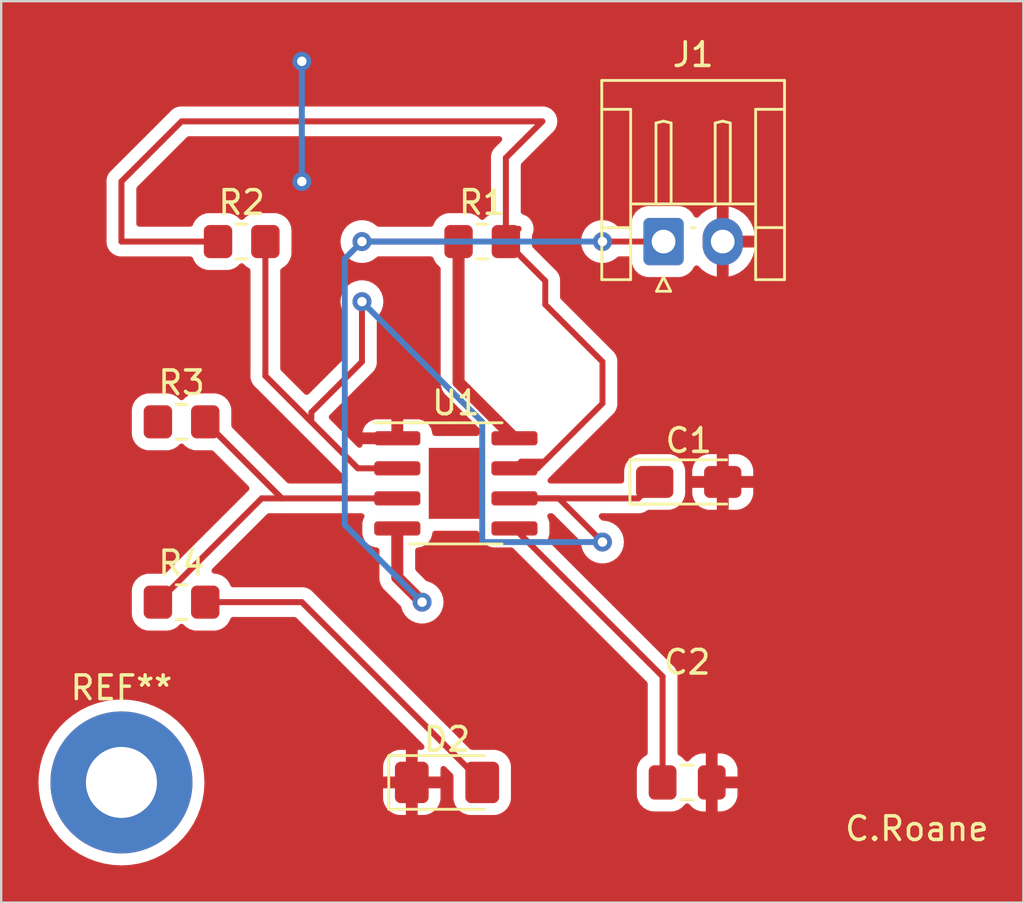
<source format=kicad_pcb>
(kicad_pcb (version 4) (generator gerbview)

  (layers 
    (0 F.Cu signal)
    (31 B.Cu signal)
    (32 B.Adhes user)
    (33 F.Adhes user)
    (34 B.Paste user)
    (35 F.Paste user)
    (36 B.SilkS user)
    (37 F.SilkS user)
    (38 B.Mask user)
    (39 F.Mask user)
    (40 Dwgs.User user)
    (41 Cmts.User user)
    (42 Eco1.User user)
    (43 Eco2.User user)
    (44 Edge.Cuts user)
  )

(gr_circle (center 88.9 88.9) (end 91.9 88.9)(layer B.Mask) (width 0) (fill solid) )
(gr_poly (pts  (xy 112.4245 67.0388) (xy 112.44877 67.0352) (xy 112.47257 67.02924)
 (xy 112.49567 67.02097) (xy 112.51785 67.01048) (xy 112.53889 66.99787) (xy 112.5586 66.98325)
 (xy 112.57678 66.96678) (xy 112.59325 66.9486) (xy 112.60787 66.92889) (xy 112.62048 66.90785)
 (xy 112.63097 66.88567) (xy 112.63924 66.86257) (xy 112.6452 66.83877) (xy 112.6488 66.8145)
 (xy 112.65 66.79) (xy 112.65 65.29) (xy 112.6488 65.2655) (xy 112.6452 65.24123)
 (xy 112.63924 65.21743) (xy 112.63097 65.19433) (xy 112.62048 65.17215) (xy 112.60787 65.15111)
 (xy 112.59325 65.1314) (xy 112.57678 65.11322) (xy 112.5586 65.09675) (xy 112.53889 65.08213)
 (xy 112.51785 65.06952) (xy 112.49567 65.05903) (xy 112.47257 65.05076) (xy 112.44877 65.0448)
 (xy 112.4245 65.0412) (xy 112.4 65.04) (xy 111.2 65.04) (xy 111.1755 65.0412)
 (xy 111.15123 65.0448) (xy 111.12743 65.05076) (xy 111.10433 65.05903) (xy 111.08215 65.06952)
 (xy 111.06111 65.08213) (xy 111.0414 65.09675) (xy 111.02322 65.11322) (xy 111.00675 65.1314)
 (xy 110.99213 65.15111) (xy 110.97952 65.17215) (xy 110.96903 65.19433) (xy 110.96076 65.21743)
 (xy 110.9548 65.24123) (xy 110.9512 65.2655) (xy 110.95 65.29) (xy 110.95 66.79)
 (xy 110.9512 66.8145) (xy 110.9548 66.83877) (xy 110.96076 66.86257) (xy 110.96903 66.88567)
 (xy 110.97952 66.90785) (xy 110.99213 66.92889) (xy 111.00675 66.9486) (xy 111.02322 66.96678)
 (xy 111.0414 66.98325) (xy 111.06111 66.99787) (xy 111.08215 67.01048) (xy 111.10433 67.02097)
 (xy 111.12743 67.02924) (xy 111.15123 67.0352) (xy 111.1755 67.0388) (xy 111.2 67.04)
 (xy 112.4 67.04))(layer B.Mask) (width 0) )
(gr_poly (pts  (xy 114.38331 65.04409) (xy 114.46583 65.05633) (xy 114.54674 65.0766)
 (xy 114.62528 65.1047) (xy 114.70069 65.14037) (xy 114.77223 65.18325) (xy 114.83923 65.23294)
 (xy 114.90104 65.28896) (xy 114.95706 65.35077) (xy 115.00675 65.41777) (xy 115.04963 65.48931)
 (xy 115.0853 65.56472) (xy 115.1134 65.64326) (xy 115.13367 65.72417) (xy 115.14591 65.80669)
 (xy 115.15 65.89) (xy 115.15 66.04) (xy 115.15 66.19) (xy 115.14591 66.27331)
 (xy 115.13367 66.35583) (xy 115.1134 66.43674) (xy 115.0853 66.51528) (xy 115.04963 66.59069)
 (xy 115.00675 66.66223) (xy 114.95706 66.72923) (xy 114.90104 66.79104) (xy 114.83923 66.84706)
 (xy 114.77223 66.89675) (xy 114.70069 66.93963) (xy 114.62528 66.9753) (xy 114.54674 67.0034)
 (xy 114.46583 67.02367) (xy 114.38331 67.03591) (xy 114.3 67.04) (xy 114.21669 67.03591)
 (xy 114.13417 67.02367) (xy 114.05326 67.0034) (xy 113.97472 66.9753) (xy 113.89931 66.93963)
 (xy 113.82777 66.89675) (xy 113.76077 66.84706) (xy 113.69896 66.79104) (xy 113.64294 66.72923)
 (xy 113.59325 66.66223) (xy 113.55037 66.59069) (xy 113.5147 66.51528) (xy 113.4866 66.43674)
 (xy 113.46633 66.35583) (xy 113.45409 66.27331) (xy 113.45 66.19) (xy 113.45 65.89)
 (xy 113.45409 65.80669) (xy 113.46633 65.72417) (xy 113.4866 65.64326) (xy 113.5147 65.56472)
 (xy 113.55037 65.48931) (xy 113.59325 65.41777) (xy 113.64294 65.35077) (xy 113.69896 65.28896)
 (xy 113.76077 65.23294) (xy 113.82777 65.18325) (xy 113.89931 65.14037) (xy 113.97472 65.1047)
 (xy 114.05326 65.0766) (xy 114.13417 65.05633) (xy 114.21669 65.04409) (xy 114.3 65.04))
(layer B.Mask) (width 0) )
(gr_line (start 83.82 55.88) (end 127 55.88) (layer Edge.Cuts) (width 0.1))
(gr_line (start 127 55.88) (end 127 93.98) (layer Edge.Cuts) (width 0.1))
(gr_line (start 127 93.98) (end 83.82 93.98) (layer Edge.Cuts) (width 0.1))
(gr_line (start 83.82 93.98) (end 83.82 55.88) (layer Edge.Cuts) (width 0.1))
(gr_circle (center 88.9 88.9) (end 91.9 88.9)(layer F.Mask) (width 0) (fill solid) )
(gr_poly (pts  (xy 101.3922 74.65428) (xy 101.40676 74.65212) (xy 101.42104 74.64854)
 (xy 101.4349 74.64358) (xy 101.44821 74.63729) (xy 101.46084 74.62972) (xy 101.47266 74.62095)
 (xy 101.48357 74.61107) (xy 101.49345 74.60016) (xy 101.50222 74.58834) (xy 101.50979 74.57571)
 (xy 101.51608 74.5624) (xy 101.52104 74.54854) (xy 101.52462 74.53426) (xy 101.52678 74.5197)
 (xy 101.5275 74.505) (xy 101.5275 74.205) (xy 101.52678 74.1903) (xy 101.52462 74.17574)
 (xy 101.52104 74.16146) (xy 101.51608 74.1476) (xy 101.50979 74.13429) (xy 101.50222 74.12166)
 (xy 101.49345 74.10984) (xy 101.48357 74.09893) (xy 101.47266 74.08905) (xy 101.46084 74.08028)
 (xy 101.44821 74.07271) (xy 101.4349 74.06642) (xy 101.42104 74.06146) (xy 101.40676 74.05788)
 (xy 101.3922 74.05572) (xy 101.3775 74.055) (xy 99.7275 74.055) (xy 99.7128 74.05572)
 (xy 99.69824 74.05788) (xy 99.68396 74.06146) (xy 99.6701 74.06642) (xy 99.65679 74.07271)
 (xy 99.64416 74.08028) (xy 99.63234 74.08905) (xy 99.62143 74.09893) (xy 99.61155 74.10984)
 (xy 99.60278 74.12166) (xy 99.59521 74.13429) (xy 99.58892 74.1476) (xy 99.58396 74.16146)
 (xy 99.58038 74.17574) (xy 99.57822 74.1903) (xy 99.5775 74.205) (xy 99.5775 74.505)
 (xy 99.57822 74.5197) (xy 99.58038 74.53426) (xy 99.58396 74.54854) (xy 99.58892 74.5624)
 (xy 99.59521 74.57571) (xy 99.60278 74.58834) (xy 99.61155 74.60016) (xy 99.62143 74.61107)
 (xy 99.63234 74.62095) (xy 99.64416 74.62972) (xy 99.65679 74.63729) (xy 99.6701 74.64358)
 (xy 99.68396 74.64854) (xy 99.69824 74.65212) (xy 99.7128 74.65428) (xy 99.7275 74.655)
 (xy 101.3775 74.655))(layer F.Mask) (width 0) )
(gr_poly (pts  (xy 101.3922 75.92428) (xy 101.40676 75.92212) (xy 101.42104 75.91854)
 (xy 101.4349 75.91358) (xy 101.44821 75.90729) (xy 101.46084 75.89972) (xy 101.47266 75.89095)
 (xy 101.48357 75.88107) (xy 101.49345 75.87016) (xy 101.50222 75.85834) (xy 101.50979 75.84571)
 (xy 101.51608 75.8324) (xy 101.52104 75.81854) (xy 101.52462 75.80426) (xy 101.52678 75.7897)
 (xy 101.5275 75.775) (xy 101.5275 75.475) (xy 101.52678 75.4603) (xy 101.52462 75.44574)
 (xy 101.52104 75.43146) (xy 101.51608 75.4176) (xy 101.50979 75.40429) (xy 101.50222 75.39166)
 (xy 101.49345 75.37984) (xy 101.48357 75.36893) (xy 101.47266 75.35905) (xy 101.46084 75.35028)
 (xy 101.44821 75.34271) (xy 101.4349 75.33642) (xy 101.42104 75.33146) (xy 101.40676 75.32788)
 (xy 101.3922 75.32572) (xy 101.3775 75.325) (xy 99.7275 75.325) (xy 99.7128 75.32572)
 (xy 99.69824 75.32788) (xy 99.68396 75.33146) (xy 99.6701 75.33642) (xy 99.65679 75.34271)
 (xy 99.64416 75.35028) (xy 99.63234 75.35905) (xy 99.62143 75.36893) (xy 99.61155 75.37984)
 (xy 99.60278 75.39166) (xy 99.59521 75.40429) (xy 99.58892 75.4176) (xy 99.58396 75.43146)
 (xy 99.58038 75.44574) (xy 99.57822 75.4603) (xy 99.5775 75.475) (xy 99.5775 75.775)
 (xy 99.57822 75.7897) (xy 99.58038 75.80426) (xy 99.58396 75.81854) (xy 99.58892 75.8324)
 (xy 99.59521 75.84571) (xy 99.60278 75.85834) (xy 99.61155 75.87016) (xy 99.62143 75.88107)
 (xy 99.63234 75.89095) (xy 99.64416 75.89972) (xy 99.65679 75.90729) (xy 99.6701 75.91358)
 (xy 99.68396 75.91854) (xy 99.69824 75.92212) (xy 99.7128 75.92428) (xy 99.7275 75.925)
 (xy 101.3775 75.925))(layer F.Mask) (width 0) )
(gr_poly (pts  (xy 101.3922 77.19428) (xy 101.40676 77.19212) (xy 101.42104 77.18854)
 (xy 101.4349 77.18358) (xy 101.44821 77.17729) (xy 101.46084 77.16972) (xy 101.47266 77.16095)
 (xy 101.48357 77.15107) (xy 101.49345 77.14016) (xy 101.50222 77.12834) (xy 101.50979 77.11571)
 (xy 101.51608 77.1024) (xy 101.52104 77.08854) (xy 101.52462 77.07426) (xy 101.52678 77.0597)
 (xy 101.5275 77.045) (xy 101.5275 76.745) (xy 101.52678 76.7303) (xy 101.52462 76.71574)
 (xy 101.52104 76.70146) (xy 101.51608 76.6876) (xy 101.50979 76.67429) (xy 101.50222 76.66166)
 (xy 101.49345 76.64984) (xy 101.48357 76.63893) (xy 101.47266 76.62905) (xy 101.46084 76.62028)
 (xy 101.44821 76.61271) (xy 101.4349 76.60642) (xy 101.42104 76.60146) (xy 101.40676 76.59788)
 (xy 101.3922 76.59572) (xy 101.3775 76.595) (xy 99.7275 76.595) (xy 99.7128 76.59572)
 (xy 99.69824 76.59788) (xy 99.68396 76.60146) (xy 99.6701 76.60642) (xy 99.65679 76.61271)
 (xy 99.64416 76.62028) (xy 99.63234 76.62905) (xy 99.62143 76.63893) (xy 99.61155 76.64984)
 (xy 99.60278 76.66166) (xy 99.59521 76.67429) (xy 99.58892 76.6876) (xy 99.58396 76.70146)
 (xy 99.58038 76.71574) (xy 99.57822 76.7303) (xy 99.5775 76.745) (xy 99.5775 77.045)
 (xy 99.57822 77.0597) (xy 99.58038 77.07426) (xy 99.58396 77.08854) (xy 99.58892 77.1024)
 (xy 99.59521 77.11571) (xy 99.60278 77.12834) (xy 99.61155 77.14016) (xy 99.62143 77.15107)
 (xy 99.63234 77.16095) (xy 99.64416 77.16972) (xy 99.65679 77.17729) (xy 99.6701 77.18358)
 (xy 99.68396 77.18854) (xy 99.69824 77.19212) (xy 99.7128 77.19428) (xy 99.7275 77.195)
 (xy 101.3775 77.195))(layer F.Mask) (width 0) )
(gr_poly (pts  (xy 101.3922 78.46428) (xy 101.40676 78.46212) (xy 101.42104 78.45854)
 (xy 101.4349 78.45358) (xy 101.44821 78.44729) (xy 101.46084 78.43972) (xy 101.47266 78.43095)
 (xy 101.48357 78.42107) (xy 101.49345 78.41016) (xy 101.50222 78.39834) (xy 101.50979 78.38571)
 (xy 101.51608 78.3724) (xy 101.52104 78.35854) (xy 101.52462 78.34426) (xy 101.52678 78.3297)
 (xy 101.5275 78.315) (xy 101.5275 78.015) (xy 101.52678 78.0003) (xy 101.52462 77.98574)
 (xy 101.52104 77.97146) (xy 101.51608 77.9576) (xy 101.50979 77.94429) (xy 101.50222 77.93166)
 (xy 101.49345 77.91984) (xy 101.48357 77.90893) (xy 101.47266 77.89905) (xy 101.46084 77.89028)
 (xy 101.44821 77.88271) (xy 101.4349 77.87642) (xy 101.42104 77.87146) (xy 101.40676 77.86788)
 (xy 101.3922 77.86572) (xy 101.3775 77.865) (xy 99.7275 77.865) (xy 99.7128 77.86572)
 (xy 99.69824 77.86788) (xy 99.68396 77.87146) (xy 99.6701 77.87642) (xy 99.65679 77.88271)
 (xy 99.64416 77.89028) (xy 99.63234 77.89905) (xy 99.62143 77.90893) (xy 99.61155 77.91984)
 (xy 99.60278 77.93166) (xy 99.59521 77.94429) (xy 99.58892 77.9576) (xy 99.58396 77.97146)
 (xy 99.58038 77.98574) (xy 99.57822 78.0003) (xy 99.5775 78.015) (xy 99.5775 78.315)
 (xy 99.57822 78.3297) (xy 99.58038 78.34426) (xy 99.58396 78.35854) (xy 99.58892 78.3724)
 (xy 99.59521 78.38571) (xy 99.60278 78.39834) (xy 99.61155 78.41016) (xy 99.62143 78.42107)
 (xy 99.63234 78.43095) (xy 99.64416 78.43972) (xy 99.65679 78.44729) (xy 99.6701 78.45358)
 (xy 99.68396 78.45854) (xy 99.69824 78.46212) (xy 99.7128 78.46428) (xy 99.7275 78.465)
 (xy 101.3775 78.465))(layer F.Mask) (width 0) )
(gr_poly (pts  (xy 106.3422 78.46428) (xy 106.35676 78.46212) (xy 106.37104 78.45854)
 (xy 106.3849 78.45358) (xy 106.39821 78.44729) (xy 106.41084 78.43972) (xy 106.42266 78.43095)
 (xy 106.43357 78.42107) (xy 106.44345 78.41016) (xy 106.45222 78.39834) (xy 106.45979 78.38571)
 (xy 106.46608 78.3724) (xy 106.47104 78.35854) (xy 106.47462 78.34426) (xy 106.47678 78.3297)
 (xy 106.4775 78.315) (xy 106.4775 78.015) (xy 106.47678 78.0003) (xy 106.47462 77.98574)
 (xy 106.47104 77.97146) (xy 106.46608 77.9576) (xy 106.45979 77.94429) (xy 106.45222 77.93166)
 (xy 106.44345 77.91984) (xy 106.43357 77.90893) (xy 106.42266 77.89905) (xy 106.41084 77.89028)
 (xy 106.39821 77.88271) (xy 106.3849 77.87642) (xy 106.37104 77.87146) (xy 106.35676 77.86788)
 (xy 106.3422 77.86572) (xy 106.3275 77.865) (xy 104.6775 77.865) (xy 104.6628 77.86572)
 (xy 104.64824 77.86788) (xy 104.63396 77.87146) (xy 104.6201 77.87642) (xy 104.60679 77.88271)
 (xy 104.59416 77.89028) (xy 104.58234 77.89905) (xy 104.57143 77.90893) (xy 104.56155 77.91984)
 (xy 104.55278 77.93166) (xy 104.54521 77.94429) (xy 104.53892 77.9576) (xy 104.53396 77.97146)
 (xy 104.53038 77.98574) (xy 104.52822 78.0003) (xy 104.5275 78.015) (xy 104.5275 78.315)
 (xy 104.52822 78.3297) (xy 104.53038 78.34426) (xy 104.53396 78.35854) (xy 104.53892 78.3724)
 (xy 104.54521 78.38571) (xy 104.55278 78.39834) (xy 104.56155 78.41016) (xy 104.57143 78.42107)
 (xy 104.58234 78.43095) (xy 104.59416 78.43972) (xy 104.60679 78.44729) (xy 104.6201 78.45358)
 (xy 104.63396 78.45854) (xy 104.64824 78.46212) (xy 104.6628 78.46428) (xy 104.6775 78.465)
 (xy 106.3275 78.465))(layer F.Mask) (width 0) )
(gr_poly (pts  (xy 106.3422 77.19428) (xy 106.35676 77.19212) (xy 106.37104 77.18854)
 (xy 106.3849 77.18358) (xy 106.39821 77.17729) (xy 106.41084 77.16972) (xy 106.42266 77.16095)
 (xy 106.43357 77.15107) (xy 106.44345 77.14016) (xy 106.45222 77.12834) (xy 106.45979 77.11571)
 (xy 106.46608 77.1024) (xy 106.47104 77.08854) (xy 106.47462 77.07426) (xy 106.47678 77.0597)
 (xy 106.4775 77.045) (xy 106.4775 76.745) (xy 106.47678 76.7303) (xy 106.47462 76.71574)
 (xy 106.47104 76.70146) (xy 106.46608 76.6876) (xy 106.45979 76.67429) (xy 106.45222 76.66166)
 (xy 106.44345 76.64984) (xy 106.43357 76.63893) (xy 106.42266 76.62905) (xy 106.41084 76.62028)
 (xy 106.39821 76.61271) (xy 106.3849 76.60642) (xy 106.37104 76.60146) (xy 106.35676 76.59788)
 (xy 106.3422 76.59572) (xy 106.3275 76.595) (xy 104.6775 76.595) (xy 104.6628 76.59572)
 (xy 104.64824 76.59788) (xy 104.63396 76.60146) (xy 104.6201 76.60642) (xy 104.60679 76.61271)
 (xy 104.59416 76.62028) (xy 104.58234 76.62905) (xy 104.57143 76.63893) (xy 104.56155 76.64984)
 (xy 104.55278 76.66166) (xy 104.54521 76.67429) (xy 104.53892 76.6876) (xy 104.53396 76.70146)
 (xy 104.53038 76.71574) (xy 104.52822 76.7303) (xy 104.5275 76.745) (xy 104.5275 77.045)
 (xy 104.52822 77.0597) (xy 104.53038 77.07426) (xy 104.53396 77.08854) (xy 104.53892 77.1024)
 (xy 104.54521 77.11571) (xy 104.55278 77.12834) (xy 104.56155 77.14016) (xy 104.57143 77.15107)
 (xy 104.58234 77.16095) (xy 104.59416 77.16972) (xy 104.60679 77.17729) (xy 104.6201 77.18358)
 (xy 104.63396 77.18854) (xy 104.64824 77.19212) (xy 104.6628 77.19428) (xy 104.6775 77.195)
 (xy 106.3275 77.195))(layer F.Mask) (width 0) )
(gr_poly (pts  (xy 106.3422 75.92428) (xy 106.35676 75.92212) (xy 106.37104 75.91854)
 (xy 106.3849 75.91358) (xy 106.39821 75.90729) (xy 106.41084 75.89972) (xy 106.42266 75.89095)
 (xy 106.43357 75.88107) (xy 106.44345 75.87016) (xy 106.45222 75.85834) (xy 106.45979 75.84571)
 (xy 106.46608 75.8324) (xy 106.47104 75.81854) (xy 106.47462 75.80426) (xy 106.47678 75.7897)
 (xy 106.4775 75.775) (xy 106.4775 75.475) (xy 106.47678 75.4603) (xy 106.47462 75.44574)
 (xy 106.47104 75.43146) (xy 106.46608 75.4176) (xy 106.45979 75.40429) (xy 106.45222 75.39166)
 (xy 106.44345 75.37984) (xy 106.43357 75.36893) (xy 106.42266 75.35905) (xy 106.41084 75.35028)
 (xy 106.39821 75.34271) (xy 106.3849 75.33642) (xy 106.37104 75.33146) (xy 106.35676 75.32788)
 (xy 106.3422 75.32572) (xy 106.3275 75.325) (xy 104.6775 75.325) (xy 104.6628 75.32572)
 (xy 104.64824 75.32788) (xy 104.63396 75.33146) (xy 104.6201 75.33642) (xy 104.60679 75.34271)
 (xy 104.59416 75.35028) (xy 104.58234 75.35905) (xy 104.57143 75.36893) (xy 104.56155 75.37984)
 (xy 104.55278 75.39166) (xy 104.54521 75.40429) (xy 104.53892 75.4176) (xy 104.53396 75.43146)
 (xy 104.53038 75.44574) (xy 104.52822 75.4603) (xy 104.5275 75.475) (xy 104.5275 75.775)
 (xy 104.52822 75.7897) (xy 104.53038 75.80426) (xy 104.53396 75.81854) (xy 104.53892 75.8324)
 (xy 104.54521 75.84571) (xy 104.55278 75.85834) (xy 104.56155 75.87016) (xy 104.57143 75.88107)
 (xy 104.58234 75.89095) (xy 104.59416 75.89972) (xy 104.60679 75.90729) (xy 104.6201 75.91358)
 (xy 104.63396 75.91854) (xy 104.64824 75.92212) (xy 104.6628 75.92428) (xy 104.6775 75.925)
 (xy 106.3275 75.925))(layer F.Mask) (width 0) )
(gr_poly (pts  (xy 106.3422 74.65428) (xy 106.35676 74.65212) (xy 106.37104 74.64854)
 (xy 106.3849 74.64358) (xy 106.39821 74.63729) (xy 106.41084 74.62972) (xy 106.42266 74.62095)
 (xy 106.43357 74.61107) (xy 106.44345 74.60016) (xy 106.45222 74.58834) (xy 106.45979 74.57571)
 (xy 106.46608 74.5624) (xy 106.47104 74.54854) (xy 106.47462 74.53426) (xy 106.47678 74.5197)
 (xy 106.4775 74.505) (xy 106.4775 74.205) (xy 106.47678 74.1903) (xy 106.47462 74.17574)
 (xy 106.47104 74.16146) (xy 106.46608 74.1476) (xy 106.45979 74.13429) (xy 106.45222 74.12166)
 (xy 106.44345 74.10984) (xy 106.43357 74.09893) (xy 106.42266 74.08905) (xy 106.41084 74.08028)
 (xy 106.39821 74.07271) (xy 106.3849 74.06642) (xy 106.37104 74.06146) (xy 106.35676 74.05788)
 (xy 106.3422 74.05572) (xy 106.3275 74.055) (xy 104.6775 74.055) (xy 104.6628 74.05572)
 (xy 104.64824 74.05788) (xy 104.63396 74.06146) (xy 104.6201 74.06642) (xy 104.60679 74.07271)
 (xy 104.59416 74.08028) (xy 104.58234 74.08905) (xy 104.57143 74.09893) (xy 104.56155 74.10984)
 (xy 104.55278 74.12166) (xy 104.54521 74.13429) (xy 104.53892 74.1476) (xy 104.53396 74.16146)
 (xy 104.53038 74.17574) (xy 104.52822 74.1903) (xy 104.5275 74.205) (xy 104.5275 74.505)
 (xy 104.52822 74.5197) (xy 104.53038 74.53426) (xy 104.53396 74.54854) (xy 104.53892 74.5624)
 (xy 104.54521 74.57571) (xy 104.55278 74.58834) (xy 104.56155 74.60016) (xy 104.57143 74.61107)
 (xy 104.58234 74.62095) (xy 104.59416 74.62972) (xy 104.60679 74.63729) (xy 104.6201 74.64358)
 (xy 104.63396 74.64854) (xy 104.64824 74.65212) (xy 104.6628 74.65428) (xy 104.6775 74.655)
 (xy 106.3275 74.655))(layer F.Mask) (width 0) )
(gr_poly (pts  (xy 104.1725 77.76) (xy 101.8825 77.76) (xy 101.8825 74.76)
 (xy 104.1725 74.76))(layer F.Mask) (width 0) )
(gr_poly (pts  (xy 90.8145 81.9788) (xy 90.83877 81.9752) (xy 90.86257 81.96924)
 (xy 90.88567 81.96097) (xy 90.90785 81.95048) (xy 90.92889 81.93787) (xy 90.9486 81.92325)
 (xy 90.96678 81.90678) (xy 90.98325 81.8886) (xy 90.99787 81.86889) (xy 91.01048 81.84785)
 (xy 91.02097 81.82567) (xy 91.02924 81.80257) (xy 91.0352 81.77877) (xy 91.0388 81.7545)
 (xy 91.04 81.73) (xy 91.04 80.83) (xy 91.0388 80.8055) (xy 91.0352 80.78123)
 (xy 91.02924 80.75743) (xy 91.02097 80.73433) (xy 91.01048 80.71215) (xy 90.99787 80.69111)
 (xy 90.98325 80.6714) (xy 90.96678 80.65322) (xy 90.9486 80.63675) (xy 90.92889 80.62213)
 (xy 90.90785 80.60952) (xy 90.88567 80.59903) (xy 90.86257 80.59076) (xy 90.83877 80.5848)
 (xy 90.8145 80.5812) (xy 90.79 80.58) (xy 90.09 80.58) (xy 90.0655 80.5812)
 (xy 90.04123 80.5848) (xy 90.01743 80.59076) (xy 89.99433 80.59903) (xy 89.97215 80.60952)
 (xy 89.95111 80.62213) (xy 89.9314 80.63675) (xy 89.91322 80.65322) (xy 89.89675 80.6714)
 (xy 89.88213 80.69111) (xy 89.86952 80.71215) (xy 89.85903 80.73433) (xy 89.85076 80.75743)
 (xy 89.8448 80.78123) (xy 89.8412 80.8055) (xy 89.84 80.83) (xy 89.84 81.73)
 (xy 89.8412 81.7545) (xy 89.8448 81.77877) (xy 89.85076 81.80257) (xy 89.85903 81.82567)
 (xy 89.86952 81.84785) (xy 89.88213 81.86889) (xy 89.89675 81.8886) (xy 89.91322 81.90678)
 (xy 89.9314 81.92325) (xy 89.95111 81.93787) (xy 89.97215 81.95048) (xy 89.99433 81.96097)
 (xy 90.01743 81.96924) (xy 90.04123 81.9752) (xy 90.0655 81.9788) (xy 90.09 81.98)
 (xy 90.79 81.98))(layer F.Mask) (width 0) )
(gr_poly (pts  (xy 92.8145 81.9788) (xy 92.83877 81.9752) (xy 92.86257 81.96924)
 (xy 92.88567 81.96097) (xy 92.90785 81.95048) (xy 92.92889 81.93787) (xy 92.9486 81.92325)
 (xy 92.96678 81.90678) (xy 92.98325 81.8886) (xy 92.99787 81.86889) (xy 93.01048 81.84785)
 (xy 93.02097 81.82567) (xy 93.02924 81.80257) (xy 93.0352 81.77877) (xy 93.0388 81.7545)
 (xy 93.04 81.73) (xy 93.04 80.83) (xy 93.0388 80.8055) (xy 93.0352 80.78123)
 (xy 93.02924 80.75743) (xy 93.02097 80.73433) (xy 93.01048 80.71215) (xy 92.99787 80.69111)
 (xy 92.98325 80.6714) (xy 92.96678 80.65322) (xy 92.9486 80.63675) (xy 92.92889 80.62213)
 (xy 92.90785 80.60952) (xy 92.88567 80.59903) (xy 92.86257 80.59076) (xy 92.83877 80.5848)
 (xy 92.8145 80.5812) (xy 92.79 80.58) (xy 92.09 80.58) (xy 92.0655 80.5812)
 (xy 92.04123 80.5848) (xy 92.01743 80.59076) (xy 91.99433 80.59903) (xy 91.97215 80.60952)
 (xy 91.95111 80.62213) (xy 91.9314 80.63675) (xy 91.91322 80.65322) (xy 91.89675 80.6714)
 (xy 91.88213 80.69111) (xy 91.86952 80.71215) (xy 91.85903 80.73433) (xy 91.85076 80.75743)
 (xy 91.8448 80.78123) (xy 91.8412 80.8055) (xy 91.84 80.83) (xy 91.84 81.73)
 (xy 91.8412 81.7545) (xy 91.8448 81.77877) (xy 91.85076 81.80257) (xy 91.85903 81.82567)
 (xy 91.86952 81.84785) (xy 91.88213 81.86889) (xy 91.89675 81.8886) (xy 91.91322 81.90678)
 (xy 91.9314 81.92325) (xy 91.95111 81.93787) (xy 91.97215 81.95048) (xy 91.99433 81.96097)
 (xy 92.01743 81.96924) (xy 92.04123 81.9752) (xy 92.0655 81.9788) (xy 92.09 81.98)
 (xy 92.79 81.98))(layer F.Mask) (width 0) )
(gr_poly (pts  (xy 90.8145 74.3588) (xy 90.83877 74.3552) (xy 90.86257 74.34924)
 (xy 90.88567 74.34097) (xy 90.90785 74.33048) (xy 90.92889 74.31787) (xy 90.9486 74.30325)
 (xy 90.96678 74.28678) (xy 90.98325 74.2686) (xy 90.99787 74.24889) (xy 91.01048 74.22785)
 (xy 91.02097 74.20567) (xy 91.02924 74.18257) (xy 91.0352 74.15877) (xy 91.0388 74.1345)
 (xy 91.04 74.11) (xy 91.04 73.21) (xy 91.0388 73.1855) (xy 91.0352 73.16123)
 (xy 91.02924 73.13743) (xy 91.02097 73.11433) (xy 91.01048 73.09215) (xy 90.99787 73.07111)
 (xy 90.98325 73.0514) (xy 90.96678 73.03322) (xy 90.9486 73.01675) (xy 90.92889 73.00213)
 (xy 90.90785 72.98952) (xy 90.88567 72.97903) (xy 90.86257 72.97076) (xy 90.83877 72.9648)
 (xy 90.8145 72.9612) (xy 90.79 72.96) (xy 90.09 72.96) (xy 90.0655 72.9612)
 (xy 90.04123 72.9648) (xy 90.01743 72.97076) (xy 89.99433 72.97903) (xy 89.97215 72.98952)
 (xy 89.95111 73.00213) (xy 89.9314 73.01675) (xy 89.91322 73.03322) (xy 89.89675 73.0514)
 (xy 89.88213 73.07111) (xy 89.86952 73.09215) (xy 89.85903 73.11433) (xy 89.85076 73.13743)
 (xy 89.8448 73.16123) (xy 89.8412 73.1855) (xy 89.84 73.21) (xy 89.84 74.11)
 (xy 89.8412 74.1345) (xy 89.8448 74.15877) (xy 89.85076 74.18257) (xy 89.85903 74.20567)
 (xy 89.86952 74.22785) (xy 89.88213 74.24889) (xy 89.89675 74.2686) (xy 89.91322 74.28678)
 (xy 89.9314 74.30325) (xy 89.95111 74.31787) (xy 89.97215 74.33048) (xy 89.99433 74.34097)
 (xy 90.01743 74.34924) (xy 90.04123 74.3552) (xy 90.0655 74.3588) (xy 90.09 74.36)
 (xy 90.79 74.36))(layer F.Mask) (width 0) )
(gr_poly (pts  (xy 92.8145 74.3588) (xy 92.83877 74.3552) (xy 92.86257 74.34924)
 (xy 92.88567 74.34097) (xy 92.90785 74.33048) (xy 92.92889 74.31787) (xy 92.9486 74.30325)
 (xy 92.96678 74.28678) (xy 92.98325 74.2686) (xy 92.99787 74.24889) (xy 93.01048 74.22785)
 (xy 93.02097 74.20567) (xy 93.02924 74.18257) (xy 93.0352 74.15877) (xy 93.0388 74.1345)
 (xy 93.04 74.11) (xy 93.04 73.21) (xy 93.0388 73.1855) (xy 93.0352 73.16123)
 (xy 93.02924 73.13743) (xy 93.02097 73.11433) (xy 93.01048 73.09215) (xy 92.99787 73.07111)
 (xy 92.98325 73.0514) (xy 92.96678 73.03322) (xy 92.9486 73.01675) (xy 92.92889 73.00213)
 (xy 92.90785 72.98952) (xy 92.88567 72.97903) (xy 92.86257 72.97076) (xy 92.83877 72.9648)
 (xy 92.8145 72.9612) (xy 92.79 72.96) (xy 92.09 72.96) (xy 92.0655 72.9612)
 (xy 92.04123 72.9648) (xy 92.01743 72.97076) (xy 91.99433 72.97903) (xy 91.97215 72.98952)
 (xy 91.95111 73.00213) (xy 91.9314 73.01675) (xy 91.91322 73.03322) (xy 91.89675 73.0514)
 (xy 91.88213 73.07111) (xy 91.86952 73.09215) (xy 91.85903 73.11433) (xy 91.85076 73.13743)
 (xy 91.8448 73.16123) (xy 91.8412 73.1855) (xy 91.84 73.21) (xy 91.84 74.11)
 (xy 91.8412 74.1345) (xy 91.8448 74.15877) (xy 91.85076 74.18257) (xy 91.85903 74.20567)
 (xy 91.86952 74.22785) (xy 91.88213 74.24889) (xy 91.89675 74.2686) (xy 91.91322 74.28678)
 (xy 91.9314 74.30325) (xy 91.95111 74.31787) (xy 91.97215 74.33048) (xy 91.99433 74.34097)
 (xy 92.01743 74.34924) (xy 92.04123 74.3552) (xy 92.0655 74.3588) (xy 92.09 74.36)
 (xy 92.79 74.36))(layer F.Mask) (width 0) )
(gr_poly (pts  (xy 95.3545 66.7388) (xy 95.37877 66.7352) (xy 95.40257 66.72924)
 (xy 95.42567 66.72097) (xy 95.44785 66.71048) (xy 95.46889 66.69787) (xy 95.4886 66.68325)
 (xy 95.50678 66.66678) (xy 95.52325 66.6486) (xy 95.53787 66.62889) (xy 95.55048 66.60785)
 (xy 95.56097 66.58567) (xy 95.56924 66.56257) (xy 95.5752 66.53877) (xy 95.5788 66.5145)
 (xy 95.58 66.49) (xy 95.58 65.59) (xy 95.5788 65.5655) (xy 95.5752 65.54123)
 (xy 95.56924 65.51743) (xy 95.56097 65.49433) (xy 95.55048 65.47215) (xy 95.53787 65.45111)
 (xy 95.52325 65.4314) (xy 95.50678 65.41322) (xy 95.4886 65.39675) (xy 95.46889 65.38213)
 (xy 95.44785 65.36952) (xy 95.42567 65.35903) (xy 95.40257 65.35076) (xy 95.37877 65.3448)
 (xy 95.3545 65.3412) (xy 95.33 65.34) (xy 94.63 65.34) (xy 94.6055 65.3412)
 (xy 94.58123 65.3448) (xy 94.55743 65.35076) (xy 94.53433 65.35903) (xy 94.51215 65.36952)
 (xy 94.49111 65.38213) (xy 94.4714 65.39675) (xy 94.45322 65.41322) (xy 94.43675 65.4314)
 (xy 94.42213 65.45111) (xy 94.40952 65.47215) (xy 94.39903 65.49433) (xy 94.39076 65.51743)
 (xy 94.3848 65.54123) (xy 94.3812 65.5655) (xy 94.38 65.59) (xy 94.38 66.49)
 (xy 94.3812 66.5145) (xy 94.3848 66.53877) (xy 94.39076 66.56257) (xy 94.39903 66.58567)
 (xy 94.40952 66.60785) (xy 94.42213 66.62889) (xy 94.43675 66.6486) (xy 94.45322 66.66678)
 (xy 94.4714 66.68325) (xy 94.49111 66.69787) (xy 94.51215 66.71048) (xy 94.53433 66.72097)
 (xy 94.55743 66.72924) (xy 94.58123 66.7352) (xy 94.6055 66.7388) (xy 94.63 66.74)
 (xy 95.33 66.74))(layer F.Mask) (width 0) )
(gr_poly (pts  (xy 93.3545 66.7388) (xy 93.37877 66.7352) (xy 93.40257 66.72924)
 (xy 93.42567 66.72097) (xy 93.44785 66.71048) (xy 93.46889 66.69787) (xy 93.4886 66.68325)
 (xy 93.50678 66.66678) (xy 93.52325 66.6486) (xy 93.53787 66.62889) (xy 93.55048 66.60785)
 (xy 93.56097 66.58567) (xy 93.56924 66.56257) (xy 93.5752 66.53877) (xy 93.5788 66.5145)
 (xy 93.58 66.49) (xy 93.58 65.59) (xy 93.5788 65.5655) (xy 93.5752 65.54123)
 (xy 93.56924 65.51743) (xy 93.56097 65.49433) (xy 93.55048 65.47215) (xy 93.53787 65.45111)
 (xy 93.52325 65.4314) (xy 93.50678 65.41322) (xy 93.4886 65.39675) (xy 93.46889 65.38213)
 (xy 93.44785 65.36952) (xy 93.42567 65.35903) (xy 93.40257 65.35076) (xy 93.37877 65.3448)
 (xy 93.3545 65.3412) (xy 93.33 65.34) (xy 92.63 65.34) (xy 92.6055 65.3412)
 (xy 92.58123 65.3448) (xy 92.55743 65.35076) (xy 92.53433 65.35903) (xy 92.51215 65.36952)
 (xy 92.49111 65.38213) (xy 92.4714 65.39675) (xy 92.45322 65.41322) (xy 92.43675 65.4314)
 (xy 92.42213 65.45111) (xy 92.40952 65.47215) (xy 92.39903 65.49433) (xy 92.39076 65.51743)
 (xy 92.3848 65.54123) (xy 92.3812 65.5655) (xy 92.38 65.59) (xy 92.38 66.49)
 (xy 92.3812 66.5145) (xy 92.3848 66.53877) (xy 92.39076 66.56257) (xy 92.39903 66.58567)
 (xy 92.40952 66.60785) (xy 92.42213 66.62889) (xy 92.43675 66.6486) (xy 92.45322 66.66678)
 (xy 92.4714 66.68325) (xy 92.49111 66.69787) (xy 92.51215 66.71048) (xy 92.53433 66.72097)
 (xy 92.55743 66.72924) (xy 92.58123 66.7352) (xy 92.6055 66.7388) (xy 92.63 66.74)
 (xy 93.33 66.74))(layer F.Mask) (width 0) )
(gr_poly (pts  (xy 103.5145 66.7388) (xy 103.53877 66.7352) (xy 103.56257 66.72924)
 (xy 103.58567 66.72097) (xy 103.60785 66.71048) (xy 103.62889 66.69787) (xy 103.6486 66.68325)
 (xy 103.66678 66.66678) (xy 103.68325 66.6486) (xy 103.69787 66.62889) (xy 103.71048 66.60785)
 (xy 103.72097 66.58567) (xy 103.72924 66.56257) (xy 103.7352 66.53877) (xy 103.7388 66.5145)
 (xy 103.74 66.49) (xy 103.74 65.59) (xy 103.7388 65.5655) (xy 103.7352 65.54123)
 (xy 103.72924 65.51743) (xy 103.72097 65.49433) (xy 103.71048 65.47215) (xy 103.69787 65.45111)
 (xy 103.68325 65.4314) (xy 103.66678 65.41322) (xy 103.6486 65.39675) (xy 103.62889 65.38213)
 (xy 103.60785 65.36952) (xy 103.58567 65.35903) (xy 103.56257 65.35076) (xy 103.53877 65.3448)
 (xy 103.5145 65.3412) (xy 103.49 65.34) (xy 102.79 65.34) (xy 102.7655 65.3412)
 (xy 102.74123 65.3448) (xy 102.71743 65.35076) (xy 102.69433 65.35903) (xy 102.67215 65.36952)
 (xy 102.65111 65.38213) (xy 102.6314 65.39675) (xy 102.61322 65.41322) (xy 102.59675 65.4314)
 (xy 102.58213 65.45111) (xy 102.56952 65.47215) (xy 102.55903 65.49433) (xy 102.55076 65.51743)
 (xy 102.5448 65.54123) (xy 102.5412 65.5655) (xy 102.54 65.59) (xy 102.54 66.49)
 (xy 102.5412 66.5145) (xy 102.5448 66.53877) (xy 102.55076 66.56257) (xy 102.55903 66.58567)
 (xy 102.56952 66.60785) (xy 102.58213 66.62889) (xy 102.59675 66.6486) (xy 102.61322 66.66678)
 (xy 102.6314 66.68325) (xy 102.65111 66.69787) (xy 102.67215 66.71048) (xy 102.69433 66.72097)
 (xy 102.71743 66.72924) (xy 102.74123 66.7352) (xy 102.7655 66.7388) (xy 102.79 66.74)
 (xy 103.49 66.74))(layer F.Mask) (width 0) )
(gr_poly (pts  (xy 105.5145 66.7388) (xy 105.53877 66.7352) (xy 105.56257 66.72924)
 (xy 105.58567 66.72097) (xy 105.60785 66.71048) (xy 105.62889 66.69787) (xy 105.6486 66.68325)
 (xy 105.66678 66.66678) (xy 105.68325 66.6486) (xy 105.69787 66.62889) (xy 105.71048 66.60785)
 (xy 105.72097 66.58567) (xy 105.72924 66.56257) (xy 105.7352 66.53877) (xy 105.7388 66.5145)
 (xy 105.74 66.49) (xy 105.74 65.59) (xy 105.7388 65.5655) (xy 105.7352 65.54123)
 (xy 105.72924 65.51743) (xy 105.72097 65.49433) (xy 105.71048 65.47215) (xy 105.69787 65.45111)
 (xy 105.68325 65.4314) (xy 105.66678 65.41322) (xy 105.6486 65.39675) (xy 105.62889 65.38213)
 (xy 105.60785 65.36952) (xy 105.58567 65.35903) (xy 105.56257 65.35076) (xy 105.53877 65.3448)
 (xy 105.5145 65.3412) (xy 105.49 65.34) (xy 104.79 65.34) (xy 104.7655 65.3412)
 (xy 104.74123 65.3448) (xy 104.71743 65.35076) (xy 104.69433 65.35903) (xy 104.67215 65.36952)
 (xy 104.65111 65.38213) (xy 104.6314 65.39675) (xy 104.61322 65.41322) (xy 104.59675 65.4314)
 (xy 104.58213 65.45111) (xy 104.56952 65.47215) (xy 104.55903 65.49433) (xy 104.55076 65.51743)
 (xy 104.5448 65.54123) (xy 104.5412 65.5655) (xy 104.54 65.59) (xy 104.54 66.49)
 (xy 104.5412 66.5145) (xy 104.5448 66.53877) (xy 104.55076 66.56257) (xy 104.55903 66.58567)
 (xy 104.56952 66.60785) (xy 104.58213 66.62889) (xy 104.59675 66.6486) (xy 104.61322 66.66678)
 (xy 104.6314 66.68325) (xy 104.65111 66.69787) (xy 104.67215 66.71048) (xy 104.69433 66.72097)
 (xy 104.71743 66.72924) (xy 104.74123 66.7352) (xy 104.7655 66.7388) (xy 104.79 66.74)
 (xy 105.49 66.74))(layer F.Mask) (width 0) )
(gr_poly (pts  (xy 112.4245 67.0388) (xy 112.44877 67.0352) (xy 112.47257 67.02924)
 (xy 112.49567 67.02097) (xy 112.51785 67.01048) (xy 112.53889 66.99787) (xy 112.5586 66.98325)
 (xy 112.57678 66.96678) (xy 112.59325 66.9486) (xy 112.60787 66.92889) (xy 112.62048 66.90785)
 (xy 112.63097 66.88567) (xy 112.63924 66.86257) (xy 112.6452 66.83877) (xy 112.6488 66.8145)
 (xy 112.65 66.79) (xy 112.65 65.29) (xy 112.6488 65.2655) (xy 112.6452 65.24123)
 (xy 112.63924 65.21743) (xy 112.63097 65.19433) (xy 112.62048 65.17215) (xy 112.60787 65.15111)
 (xy 112.59325 65.1314) (xy 112.57678 65.11322) (xy 112.5586 65.09675) (xy 112.53889 65.08213)
 (xy 112.51785 65.06952) (xy 112.49567 65.05903) (xy 112.47257 65.05076) (xy 112.44877 65.0448)
 (xy 112.4245 65.0412) (xy 112.4 65.04) (xy 111.2 65.04) (xy 111.1755 65.0412)
 (xy 111.15123 65.0448) (xy 111.12743 65.05076) (xy 111.10433 65.05903) (xy 111.08215 65.06952)
 (xy 111.06111 65.08213) (xy 111.0414 65.09675) (xy 111.02322 65.11322) (xy 111.00675 65.1314)
 (xy 110.99213 65.15111) (xy 110.97952 65.17215) (xy 110.96903 65.19433) (xy 110.96076 65.21743)
 (xy 110.9548 65.24123) (xy 110.9512 65.2655) (xy 110.95 65.29) (xy 110.95 66.79)
 (xy 110.9512 66.8145) (xy 110.9548 66.83877) (xy 110.96076 66.86257) (xy 110.96903 66.88567)
 (xy 110.97952 66.90785) (xy 110.99213 66.92889) (xy 111.00675 66.9486) (xy 111.02322 66.96678)
 (xy 111.0414 66.98325) (xy 111.06111 66.99787) (xy 111.08215 67.01048) (xy 111.10433 67.02097)
 (xy 111.12743 67.02924) (xy 111.15123 67.0352) (xy 111.1755 67.0388) (xy 111.2 67.04)
 (xy 112.4 67.04))(layer F.Mask) (width 0) )
(gr_poly (pts  (xy 114.38331 65.04409) (xy 114.46583 65.05633) (xy 114.54674 65.0766)
 (xy 114.62528 65.1047) (xy 114.70069 65.14037) (xy 114.77223 65.18325) (xy 114.83923 65.23294)
 (xy 114.90104 65.28896) (xy 114.95706 65.35077) (xy 115.00675 65.41777) (xy 115.04963 65.48931)
 (xy 115.0853 65.56472) (xy 115.1134 65.64326) (xy 115.13367 65.72417) (xy 115.14591 65.80669)
 (xy 115.15 65.89) (xy 115.15 66.04) (xy 115.15 66.19) (xy 115.14591 66.27331)
 (xy 115.13367 66.35583) (xy 115.1134 66.43674) (xy 115.0853 66.51528) (xy 115.04963 66.59069)
 (xy 115.00675 66.66223) (xy 114.95706 66.72923) (xy 114.90104 66.79104) (xy 114.83923 66.84706)
 (xy 114.77223 66.89675) (xy 114.70069 66.93963) (xy 114.62528 66.9753) (xy 114.54674 67.0034)
 (xy 114.46583 67.02367) (xy 114.38331 67.03591) (xy 114.3 67.04) (xy 114.21669 67.03591)
 (xy 114.13417 67.02367) (xy 114.05326 67.0034) (xy 113.97472 66.9753) (xy 113.89931 66.93963)
 (xy 113.82777 66.89675) (xy 113.76077 66.84706) (xy 113.69896 66.79104) (xy 113.64294 66.72923)
 (xy 113.59325 66.66223) (xy 113.55037 66.59069) (xy 113.5147 66.51528) (xy 113.4866 66.43674)
 (xy 113.46633 66.35583) (xy 113.45409 66.27331) (xy 113.45 66.19) (xy 113.45 65.89)
 (xy 113.45409 65.80669) (xy 113.46633 65.72417) (xy 113.4866 65.64326) (xy 113.5147 65.56472)
 (xy 113.55037 65.48931) (xy 113.59325 65.41777) (xy 113.64294 65.35077) (xy 113.69896 65.28896)
 (xy 113.76077 65.23294) (xy 113.82777 65.18325) (xy 113.89931 65.14037) (xy 113.97472 65.1047)
 (xy 114.05326 65.0766) (xy 114.13417 65.05633) (xy 114.21669 65.04409) (xy 114.3 65.04))
(layer F.Mask) (width 0) )
(gr_poly (pts  (xy 101.652 89.7738) (xy 101.67627 89.7702) (xy 101.70007 89.76424)
 (xy 101.72317 89.75597) (xy 101.74535 89.74548) (xy 101.76639 89.73287) (xy 101.7861 89.71825)
 (xy 101.80428 89.70178) (xy 101.82075 89.6836) (xy 101.83537 89.66389) (xy 101.84798 89.64285)
 (xy 101.85847 89.62067) (xy 101.86674 89.59757) (xy 101.8727 89.57377) (xy 101.8763 89.5495)
 (xy 101.8775 89.525) (xy 101.8775 88.275) (xy 101.8763 88.2505) (xy 101.8727 88.22623)
 (xy 101.86674 88.20243) (xy 101.85847 88.17933) (xy 101.84798 88.15715) (xy 101.83537 88.13611)
 (xy 101.82075 88.1164) (xy 101.80428 88.09822) (xy 101.7861 88.08175) (xy 101.76639 88.06713)
 (xy 101.74535 88.05452) (xy 101.72317 88.04403) (xy 101.70007 88.03576) (xy 101.67627 88.0298)
 (xy 101.652 88.0262) (xy 101.6275 88.025) (xy 100.7025 88.025) (xy 100.678 88.0262)
 (xy 100.65373 88.0298) (xy 100.62993 88.03576) (xy 100.60683 88.04403) (xy 100.58465 88.05452)
 (xy 100.56361 88.06713) (xy 100.5439 88.08175) (xy 100.52572 88.09822) (xy 100.50925 88.1164)
 (xy 100.49463 88.13611) (xy 100.48202 88.15715) (xy 100.47153 88.17933) (xy 100.46326 88.20243)
 (xy 100.4573 88.22623) (xy 100.4537 88.2505) (xy 100.4525 88.275) (xy 100.4525 89.525)
 (xy 100.4537 89.5495) (xy 100.4573 89.57377) (xy 100.46326 89.59757) (xy 100.47153 89.62067)
 (xy 100.48202 89.64285) (xy 100.49463 89.66389) (xy 100.50925 89.6836) (xy 100.52572 89.70178)
 (xy 100.5439 89.71825) (xy 100.56361 89.73287) (xy 100.58465 89.74548) (xy 100.60683 89.75597)
 (xy 100.62993 89.76424) (xy 100.65373 89.7702) (xy 100.678 89.7738) (xy 100.7025 89.775)
 (xy 101.6275 89.775))(layer F.Mask) (width 0) )
(gr_poly (pts  (xy 104.627 89.7738) (xy 104.65127 89.7702) (xy 104.67507 89.76424)
 (xy 104.69817 89.75597) (xy 104.72035 89.74548) (xy 104.74139 89.73287) (xy 104.7611 89.71825)
 (xy 104.77928 89.70178) (xy 104.79575 89.6836) (xy 104.81037 89.66389) (xy 104.82298 89.64285)
 (xy 104.83347 89.62067) (xy 104.84174 89.59757) (xy 104.8477 89.57377) (xy 104.8513 89.5495)
 (xy 104.8525 89.525) (xy 104.8525 88.275) (xy 104.8513 88.2505) (xy 104.8477 88.22623)
 (xy 104.84174 88.20243) (xy 104.83347 88.17933) (xy 104.82298 88.15715) (xy 104.81037 88.13611)
 (xy 104.79575 88.1164) (xy 104.77928 88.09822) (xy 104.7611 88.08175) (xy 104.74139 88.06713)
 (xy 104.72035 88.05452) (xy 104.69817 88.04403) (xy 104.67507 88.03576) (xy 104.65127 88.0298)
 (xy 104.627 88.0262) (xy 104.6025 88.025) (xy 103.6775 88.025) (xy 103.653 88.0262)
 (xy 103.62873 88.0298) (xy 103.60493 88.03576) (xy 103.58183 88.04403) (xy 103.55965 88.05452)
 (xy 103.53861 88.06713) (xy 103.5189 88.08175) (xy 103.50072 88.09822) (xy 103.48425 88.1164)
 (xy 103.46963 88.13611) (xy 103.45702 88.15715) (xy 103.44653 88.17933) (xy 103.43826 88.20243)
 (xy 103.4323 88.22623) (xy 103.4287 88.2505) (xy 103.4275 88.275) (xy 103.4275 89.525)
 (xy 103.4287 89.5495) (xy 103.4323 89.57377) (xy 103.43826 89.59757) (xy 103.44653 89.62067)
 (xy 103.45702 89.64285) (xy 103.46963 89.66389) (xy 103.48425 89.6836) (xy 103.50072 89.70178)
 (xy 103.5189 89.71825) (xy 103.53861 89.73287) (xy 103.55965 89.74548) (xy 103.58183 89.75597)
 (xy 103.60493 89.76424) (xy 103.62873 89.7702) (xy 103.653 89.7738) (xy 103.6775 89.775)
 (xy 104.6025 89.775))(layer F.Mask) (width 0) )
(gr_poly (pts  (xy 112.122 89.6238) (xy 112.14627 89.6202) (xy 112.17007 89.61424)
 (xy 112.19317 89.60597) (xy 112.21535 89.59548) (xy 112.23639 89.58287) (xy 112.2561 89.56825)
 (xy 112.27428 89.55178) (xy 112.29075 89.5336) (xy 112.30537 89.51389) (xy 112.31798 89.49285)
 (xy 112.32847 89.47067) (xy 112.33674 89.44757) (xy 112.3427 89.42377) (xy 112.3463 89.3995)
 (xy 112.3475 89.375) (xy 112.3475 88.425) (xy 112.3463 88.4005) (xy 112.3427 88.37623)
 (xy 112.33674 88.35243) (xy 112.32847 88.32933) (xy 112.31798 88.30715) (xy 112.30537 88.28611)
 (xy 112.29075 88.2664) (xy 112.27428 88.24822) (xy 112.2561 88.23175) (xy 112.23639 88.21713)
 (xy 112.21535 88.20452) (xy 112.19317 88.19403) (xy 112.17007 88.18576) (xy 112.14627 88.1798)
 (xy 112.122 88.1762) (xy 112.0975 88.175) (xy 111.4225 88.175) (xy 111.398 88.1762)
 (xy 111.37373 88.1798) (xy 111.34993 88.18576) (xy 111.32683 88.19403) (xy 111.30465 88.20452)
 (xy 111.28361 88.21713) (xy 111.2639 88.23175) (xy 111.24572 88.24822) (xy 111.22925 88.2664)
 (xy 111.21463 88.28611) (xy 111.20202 88.30715) (xy 111.19153 88.32933) (xy 111.18326 88.35243)
 (xy 111.1773 88.37623) (xy 111.1737 88.4005) (xy 111.1725 88.425) (xy 111.1725 89.375)
 (xy 111.1737 89.3995) (xy 111.1773 89.42377) (xy 111.18326 89.44757) (xy 111.19153 89.47067)
 (xy 111.20202 89.49285) (xy 111.21463 89.51389) (xy 111.22925 89.5336) (xy 111.24572 89.55178)
 (xy 111.2639 89.56825) (xy 111.28361 89.58287) (xy 111.30465 89.59548) (xy 111.32683 89.60597)
 (xy 111.34993 89.61424) (xy 111.37373 89.6202) (xy 111.398 89.6238) (xy 111.4225 89.625)
 (xy 112.0975 89.625))(layer F.Mask) (width 0) )
(gr_poly (pts  (xy 114.197 89.6238) (xy 114.22127 89.6202) (xy 114.24507 89.61424)
 (xy 114.26817 89.60597) (xy 114.29035 89.59548) (xy 114.31139 89.58287) (xy 114.3311 89.56825)
 (xy 114.34928 89.55178) (xy 114.36575 89.5336) (xy 114.38037 89.51389) (xy 114.39298 89.49285)
 (xy 114.40347 89.47067) (xy 114.41174 89.44757) (xy 114.4177 89.42377) (xy 114.4213 89.3995)
 (xy 114.4225 89.375) (xy 114.4225 88.425) (xy 114.4213 88.4005) (xy 114.4177 88.37623)
 (xy 114.41174 88.35243) (xy 114.40347 88.32933) (xy 114.39298 88.30715) (xy 114.38037 88.28611)
 (xy 114.36575 88.2664) (xy 114.34928 88.24822) (xy 114.3311 88.23175) (xy 114.31139 88.21713)
 (xy 114.29035 88.20452) (xy 114.26817 88.19403) (xy 114.24507 88.18576) (xy 114.22127 88.1798)
 (xy 114.197 88.1762) (xy 114.1725 88.175) (xy 113.4975 88.175) (xy 113.473 88.1762)
 (xy 113.44873 88.1798) (xy 113.42493 88.18576) (xy 113.40183 88.19403) (xy 113.37965 88.20452)
 (xy 113.35861 88.21713) (xy 113.3389 88.23175) (xy 113.32072 88.24822) (xy 113.30425 88.2664)
 (xy 113.28963 88.28611) (xy 113.27702 88.30715) (xy 113.26653 88.32933) (xy 113.25826 88.35243)
 (xy 113.2523 88.37623) (xy 113.2487 88.4005) (xy 113.2475 88.425) (xy 113.2475 89.375)
 (xy 113.2487 89.3995) (xy 113.2523 89.42377) (xy 113.25826 89.44757) (xy 113.26653 89.47067)
 (xy 113.27702 89.49285) (xy 113.28963 89.51389) (xy 113.30425 89.5336) (xy 113.32072 89.55178)
 (xy 113.3389 89.56825) (xy 113.35861 89.58287) (xy 113.37965 89.59548) (xy 113.40183 89.60597)
 (xy 113.42493 89.61424) (xy 113.44873 89.6202) (xy 113.473 89.6238) (xy 113.4975 89.625)
 (xy 114.1725 89.625))(layer F.Mask) (width 0) )
(gr_poly (pts  (xy 114.862 76.8738) (xy 114.88627 76.8702) (xy 114.91007 76.86424)
 (xy 114.93317 76.85597) (xy 114.95535 76.84548) (xy 114.97639 76.83287) (xy 114.9961 76.81825)
 (xy 115.01428 76.80178) (xy 115.03075 76.7836) (xy 115.04537 76.76389) (xy 115.05798 76.74285)
 (xy 115.06847 76.72067) (xy 115.07674 76.69757) (xy 115.0827 76.67377) (xy 115.0863 76.6495)
 (xy 115.0875 76.625) (xy 115.0875 75.775) (xy 115.0863 75.7505) (xy 115.0827 75.72623)
 (xy 115.07674 75.70243) (xy 115.06847 75.67933) (xy 115.05798 75.65715) (xy 115.04537 75.63611)
 (xy 115.03075 75.6164) (xy 115.01428 75.59822) (xy 114.9961 75.58175) (xy 114.97639 75.56713)
 (xy 114.95535 75.55452) (xy 114.93317 75.54403) (xy 114.91007 75.53576) (xy 114.88627 75.5298)
 (xy 114.862 75.5262) (xy 114.8375 75.525) (xy 113.7625 75.525) (xy 113.738 75.5262)
 (xy 113.71373 75.5298) (xy 113.68993 75.53576) (xy 113.66683 75.54403) (xy 113.64465 75.55452)
 (xy 113.62361 75.56713) (xy 113.6039 75.58175) (xy 113.58572 75.59822) (xy 113.56925 75.6164)
 (xy 113.55463 75.63611) (xy 113.54202 75.65715) (xy 113.53153 75.67933) (xy 113.52326 75.70243)
 (xy 113.5173 75.72623) (xy 113.5137 75.7505) (xy 113.5125 75.775) (xy 113.5125 76.625)
 (xy 113.5137 76.6495) (xy 113.5173 76.67377) (xy 113.52326 76.69757) (xy 113.53153 76.72067)
 (xy 113.54202 76.74285) (xy 113.55463 76.76389) (xy 113.56925 76.7836) (xy 113.58572 76.80178)
 (xy 113.6039 76.81825) (xy 113.62361 76.83287) (xy 113.64465 76.84548) (xy 113.66683 76.85597)
 (xy 113.68993 76.86424) (xy 113.71373 76.8702) (xy 113.738 76.8738) (xy 113.7625 76.875)
 (xy 114.8375 76.875))(layer F.Mask) (width 0) )
(gr_poly (pts  (xy 111.987 76.8738) (xy 112.01127 76.8702) (xy 112.03507 76.86424)
 (xy 112.05817 76.85597) (xy 112.08035 76.84548) (xy 112.10139 76.83287) (xy 112.1211 76.81825)
 (xy 112.13928 76.80178) (xy 112.15575 76.7836) (xy 112.17037 76.76389) (xy 112.18298 76.74285)
 (xy 112.19347 76.72067) (xy 112.20174 76.69757) (xy 112.2077 76.67377) (xy 112.2113 76.6495)
 (xy 112.2125 76.625) (xy 112.2125 75.775) (xy 112.2113 75.7505) (xy 112.2077 75.72623)
 (xy 112.20174 75.70243) (xy 112.19347 75.67933) (xy 112.18298 75.65715) (xy 112.17037 75.63611)
 (xy 112.15575 75.6164) (xy 112.13928 75.59822) (xy 112.1211 75.58175) (xy 112.10139 75.56713)
 (xy 112.08035 75.55452) (xy 112.05817 75.54403) (xy 112.03507 75.53576) (xy 112.01127 75.5298)
 (xy 111.987 75.5262) (xy 111.9625 75.525) (xy 110.8875 75.525) (xy 110.863 75.5262)
 (xy 110.83873 75.5298) (xy 110.81493 75.53576) (xy 110.79183 75.54403) (xy 110.76965 75.55452)
 (xy 110.74861 75.56713) (xy 110.7289 75.58175) (xy 110.71072 75.59822) (xy 110.69425 75.6164)
 (xy 110.67963 75.63611) (xy 110.66702 75.65715) (xy 110.65653 75.67933) (xy 110.64826 75.70243)
 (xy 110.6423 75.72623) (xy 110.6387 75.7505) (xy 110.6375 75.775) (xy 110.6375 76.625)
 (xy 110.6387 76.6495) (xy 110.6423 76.67377) (xy 110.64826 76.69757) (xy 110.65653 76.72067)
 (xy 110.66702 76.74285) (xy 110.67963 76.76389) (xy 110.69425 76.7836) (xy 110.71072 76.80178)
 (xy 110.7289 76.81825) (xy 110.74861 76.83287) (xy 110.76965 76.84548) (xy 110.79183 76.85597)
 (xy 110.81493 76.86424) (xy 110.83873 76.8702) (xy 110.863 76.8738) (xy 110.8875 76.875)
 (xy 111.9625 76.875))(layer F.Mask) (width 0) )
(gr_poly (pts  (xy 102.71004 76.11389) (xy 102.73237 76.11058) (xy 102.75427 76.1051)
 (xy 102.77552 76.09749) (xy 102.79592 76.08784) (xy 102.81528 76.07624) (xy 102.83341 76.06279)
 (xy 102.85013 76.04763) (xy 102.86529 76.03091) (xy 102.87874 76.01278) (xy 102.89034 75.99342)
 (xy 102.89999 75.97302) (xy 102.9076 75.95177) (xy 102.91308 75.92987) (xy 102.91639 75.90754)
 (xy 102.9175 75.885) (xy 102.9175 75.135) (xy 102.91639 75.11246) (xy 102.91308 75.09013)
 (xy 102.9076 75.06823) (xy 102.89999 75.04698) (xy 102.89034 75.02658) (xy 102.87874 75.00722)
 (xy 102.86529 74.98909) (xy 102.85013 74.97237) (xy 102.83341 74.95721) (xy 102.81528 74.94376)
 (xy 102.79592 74.93216) (xy 102.77552 74.92251) (xy 102.75427 74.9149) (xy 102.73237 74.90942)
 (xy 102.71004 74.90611) (xy 102.6875 74.905) (xy 102.2275 74.905) (xy 102.20496 74.90611)
 (xy 102.18263 74.90942) (xy 102.16073 74.9149) (xy 102.13948 74.92251) (xy 102.11908 74.93216)
 (xy 102.09972 74.94376) (xy 102.08159 74.95721) (xy 102.06487 74.97237) (xy 102.04971 74.98909)
 (xy 102.03626 75.00722) (xy 102.02466 75.02658) (xy 102.01501 75.04698) (xy 102.0074 75.06823)
 (xy 102.00192 75.09013) (xy 101.99861 75.11246) (xy 101.9975 75.135) (xy 101.9975 75.885)
 (xy 101.99861 75.90754) (xy 102.00192 75.92987) (xy 102.0074 75.95177) (xy 102.01501 75.97302)
 (xy 102.02466 75.99342) (xy 102.03626 76.01278) (xy 102.04971 76.03091) (xy 102.06487 76.04763)
 (xy 102.08159 76.06279) (xy 102.09972 76.07624) (xy 102.11908 76.08784) (xy 102.13948 76.09749)
 (xy 102.16073 76.1051) (xy 102.18263 76.11058) (xy 102.20496 76.11389) (xy 102.2275 76.115)
 (xy 102.6875 76.115))(layer F.Paste) (width 0) )
(gr_poly (pts  (xy 103.85004 77.61389) (xy 103.87237 77.61058) (xy 103.89427 77.6051)
 (xy 103.91552 77.59749) (xy 103.93592 77.58784) (xy 103.95528 77.57624) (xy 103.97341 77.56279)
 (xy 103.99013 77.54763) (xy 104.00529 77.53091) (xy 104.01874 77.51278) (xy 104.03034 77.49342)
 (xy 104.03999 77.47302) (xy 104.0476 77.45177) (xy 104.05308 77.42987) (xy 104.05639 77.40754)
 (xy 104.0575 77.385) (xy 104.0575 76.635) (xy 104.05639 76.61246) (xy 104.05308 76.59013)
 (xy 104.0476 76.56823) (xy 104.03999 76.54698) (xy 104.03034 76.52658) (xy 104.01874 76.50722)
 (xy 104.00529 76.48909) (xy 103.99013 76.47237) (xy 103.97341 76.45721) (xy 103.95528 76.44376)
 (xy 103.93592 76.43216) (xy 103.91552 76.42251) (xy 103.89427 76.4149) (xy 103.87237 76.40942)
 (xy 103.85004 76.40611) (xy 103.8275 76.405) (xy 103.3675 76.405) (xy 103.34496 76.40611)
 (xy 103.32263 76.40942) (xy 103.30073 76.4149) (xy 103.27948 76.42251) (xy 103.25908 76.43216)
 (xy 103.23972 76.44376) (xy 103.22159 76.45721) (xy 103.20487 76.47237) (xy 103.18971 76.48909)
 (xy 103.17626 76.50722) (xy 103.16466 76.52658) (xy 103.15501 76.54698) (xy 103.1474 76.56823)
 (xy 103.14192 76.59013) (xy 103.13861 76.61246) (xy 103.1375 76.635) (xy 103.1375 77.385)
 (xy 103.13861 77.40754) (xy 103.14192 77.42987) (xy 103.1474 77.45177) (xy 103.15501 77.47302)
 (xy 103.16466 77.49342) (xy 103.17626 77.51278) (xy 103.18971 77.53091) (xy 103.20487 77.54763)
 (xy 103.22159 77.56279) (xy 103.23972 77.57624) (xy 103.25908 77.58784) (xy 103.27948 77.59749)
 (xy 103.30073 77.6051) (xy 103.32263 77.61058) (xy 103.34496 77.61389) (xy 103.3675 77.615)
 (xy 103.8275 77.615))(layer F.Paste) (width 0) )
(gr_poly (pts  (xy 103.85004 76.11389) (xy 103.87237 76.11058) (xy 103.89427 76.1051)
 (xy 103.91552 76.09749) (xy 103.93592 76.08784) (xy 103.95528 76.07624) (xy 103.97341 76.06279)
 (xy 103.99013 76.04763) (xy 104.00529 76.03091) (xy 104.01874 76.01278) (xy 104.03034 75.99342)
 (xy 104.03999 75.97302) (xy 104.0476 75.95177) (xy 104.05308 75.92987) (xy 104.05639 75.90754)
 (xy 104.0575 75.885) (xy 104.0575 75.135) (xy 104.05639 75.11246) (xy 104.05308 75.09013)
 (xy 104.0476 75.06823) (xy 104.03999 75.04698) (xy 104.03034 75.02658) (xy 104.01874 75.00722)
 (xy 104.00529 74.98909) (xy 103.99013 74.97237) (xy 103.97341 74.95721) (xy 103.95528 74.94376)
 (xy 103.93592 74.93216) (xy 103.91552 74.92251) (xy 103.89427 74.9149) (xy 103.87237 74.90942)
 (xy 103.85004 74.90611) (xy 103.8275 74.905) (xy 103.3675 74.905) (xy 103.34496 74.90611)
 (xy 103.32263 74.90942) (xy 103.30073 74.9149) (xy 103.27948 74.92251) (xy 103.25908 74.93216)
 (xy 103.23972 74.94376) (xy 103.22159 74.95721) (xy 103.20487 74.97237) (xy 103.18971 74.98909)
 (xy 103.17626 75.00722) (xy 103.16466 75.02658) (xy 103.15501 75.04698) (xy 103.1474 75.06823)
 (xy 103.14192 75.09013) (xy 103.13861 75.11246) (xy 103.1375 75.135) (xy 103.1375 75.885)
 (xy 103.13861 75.90754) (xy 103.14192 75.92987) (xy 103.1474 75.95177) (xy 103.15501 75.97302)
 (xy 103.16466 75.99342) (xy 103.17626 76.01278) (xy 103.18971 76.03091) (xy 103.20487 76.04763)
 (xy 103.22159 76.06279) (xy 103.23972 76.07624) (xy 103.25908 76.08784) (xy 103.27948 76.09749)
 (xy 103.30073 76.1051) (xy 103.32263 76.11058) (xy 103.34496 76.11389) (xy 103.3675 76.115)
 (xy 103.8275 76.115))(layer F.Paste) (width 0) )
(gr_poly (pts  (xy 102.71004 77.61389) (xy 102.73237 77.61058) (xy 102.75427 77.6051)
 (xy 102.77552 77.59749) (xy 102.79592 77.58784) (xy 102.81528 77.57624) (xy 102.83341 77.56279)
 (xy 102.85013 77.54763) (xy 102.86529 77.53091) (xy 102.87874 77.51278) (xy 102.89034 77.49342)
 (xy 102.89999 77.47302) (xy 102.9076 77.45177) (xy 102.91308 77.42987) (xy 102.91639 77.40754)
 (xy 102.9175 77.385) (xy 102.9175 76.635) (xy 102.91639 76.61246) (xy 102.91308 76.59013)
 (xy 102.9076 76.56823) (xy 102.89999 76.54698) (xy 102.89034 76.52658) (xy 102.87874 76.50722)
 (xy 102.86529 76.48909) (xy 102.85013 76.47237) (xy 102.83341 76.45721) (xy 102.81528 76.44376)
 (xy 102.79592 76.43216) (xy 102.77552 76.42251) (xy 102.75427 76.4149) (xy 102.73237 76.40942)
 (xy 102.71004 76.40611) (xy 102.6875 76.405) (xy 102.2275 76.405) (xy 102.20496 76.40611)
 (xy 102.18263 76.40942) (xy 102.16073 76.4149) (xy 102.13948 76.42251) (xy 102.11908 76.43216)
 (xy 102.09972 76.44376) (xy 102.08159 76.45721) (xy 102.06487 76.47237) (xy 102.04971 76.48909)
 (xy 102.03626 76.50722) (xy 102.02466 76.52658) (xy 102.01501 76.54698) (xy 102.0074 76.56823)
 (xy 102.00192 76.59013) (xy 101.99861 76.61246) (xy 101.9975 76.635) (xy 101.9975 77.385)
 (xy 101.99861 77.40754) (xy 102.00192 77.42987) (xy 102.0074 77.45177) (xy 102.01501 77.47302)
 (xy 102.02466 77.49342) (xy 102.03626 77.51278) (xy 102.04971 77.53091) (xy 102.06487 77.54763)
 (xy 102.08159 77.56279) (xy 102.09972 77.57624) (xy 102.11908 77.58784) (xy 102.13948 77.59749)
 (xy 102.16073 77.6051) (xy 102.18263 77.61058) (xy 102.20496 77.61389) (xy 102.2275 77.615)
 (xy 102.6875 77.615))(layer F.Paste) (width 0) )
(gr_poly (pts  (xy 101.3922 74.65428) (xy 101.40676 74.65212) (xy 101.42104 74.64854)
 (xy 101.4349 74.64358) (xy 101.44821 74.63729) (xy 101.46084 74.62972) (xy 101.47266 74.62095)
 (xy 101.48357 74.61107) (xy 101.49345 74.60016) (xy 101.50222 74.58834) (xy 101.50979 74.57571)
 (xy 101.51608 74.5624) (xy 101.52104 74.54854) (xy 101.52462 74.53426) (xy 101.52678 74.5197)
 (xy 101.5275 74.505) (xy 101.5275 74.205) (xy 101.52678 74.1903) (xy 101.52462 74.17574)
 (xy 101.52104 74.16146) (xy 101.51608 74.1476) (xy 101.50979 74.13429) (xy 101.50222 74.12166)
 (xy 101.49345 74.10984) (xy 101.48357 74.09893) (xy 101.47266 74.08905) (xy 101.46084 74.08028)
 (xy 101.44821 74.07271) (xy 101.4349 74.06642) (xy 101.42104 74.06146) (xy 101.40676 74.05788)
 (xy 101.3922 74.05572) (xy 101.3775 74.055) (xy 99.7275 74.055) (xy 99.7128 74.05572)
 (xy 99.69824 74.05788) (xy 99.68396 74.06146) (xy 99.6701 74.06642) (xy 99.65679 74.07271)
 (xy 99.64416 74.08028) (xy 99.63234 74.08905) (xy 99.62143 74.09893) (xy 99.61155 74.10984)
 (xy 99.60278 74.12166) (xy 99.59521 74.13429) (xy 99.58892 74.1476) (xy 99.58396 74.16146)
 (xy 99.58038 74.17574) (xy 99.57822 74.1903) (xy 99.5775 74.205) (xy 99.5775 74.505)
 (xy 99.57822 74.5197) (xy 99.58038 74.53426) (xy 99.58396 74.54854) (xy 99.58892 74.5624)
 (xy 99.59521 74.57571) (xy 99.60278 74.58834) (xy 99.61155 74.60016) (xy 99.62143 74.61107)
 (xy 99.63234 74.62095) (xy 99.64416 74.62972) (xy 99.65679 74.63729) (xy 99.6701 74.64358)
 (xy 99.68396 74.64854) (xy 99.69824 74.65212) (xy 99.7128 74.65428) (xy 99.7275 74.655)
 (xy 101.3775 74.655))(layer F.Paste) (width 0) )
(gr_poly (pts  (xy 101.3922 75.92428) (xy 101.40676 75.92212) (xy 101.42104 75.91854)
 (xy 101.4349 75.91358) (xy 101.44821 75.90729) (xy 101.46084 75.89972) (xy 101.47266 75.89095)
 (xy 101.48357 75.88107) (xy 101.49345 75.87016) (xy 101.50222 75.85834) (xy 101.50979 75.84571)
 (xy 101.51608 75.8324) (xy 101.52104 75.81854) (xy 101.52462 75.80426) (xy 101.52678 75.7897)
 (xy 101.5275 75.775) (xy 101.5275 75.475) (xy 101.52678 75.4603) (xy 101.52462 75.44574)
 (xy 101.52104 75.43146) (xy 101.51608 75.4176) (xy 101.50979 75.40429) (xy 101.50222 75.39166)
 (xy 101.49345 75.37984) (xy 101.48357 75.36893) (xy 101.47266 75.35905) (xy 101.46084 75.35028)
 (xy 101.44821 75.34271) (xy 101.4349 75.33642) (xy 101.42104 75.33146) (xy 101.40676 75.32788)
 (xy 101.3922 75.32572) (xy 101.3775 75.325) (xy 99.7275 75.325) (xy 99.7128 75.32572)
 (xy 99.69824 75.32788) (xy 99.68396 75.33146) (xy 99.6701 75.33642) (xy 99.65679 75.34271)
 (xy 99.64416 75.35028) (xy 99.63234 75.35905) (xy 99.62143 75.36893) (xy 99.61155 75.37984)
 (xy 99.60278 75.39166) (xy 99.59521 75.40429) (xy 99.58892 75.4176) (xy 99.58396 75.43146)
 (xy 99.58038 75.44574) (xy 99.57822 75.4603) (xy 99.5775 75.475) (xy 99.5775 75.775)
 (xy 99.57822 75.7897) (xy 99.58038 75.80426) (xy 99.58396 75.81854) (xy 99.58892 75.8324)
 (xy 99.59521 75.84571) (xy 99.60278 75.85834) (xy 99.61155 75.87016) (xy 99.62143 75.88107)
 (xy 99.63234 75.89095) (xy 99.64416 75.89972) (xy 99.65679 75.90729) (xy 99.6701 75.91358)
 (xy 99.68396 75.91854) (xy 99.69824 75.92212) (xy 99.7128 75.92428) (xy 99.7275 75.925)
 (xy 101.3775 75.925))(layer F.Paste) (width 0) )
(gr_poly (pts  (xy 101.3922 77.19428) (xy 101.40676 77.19212) (xy 101.42104 77.18854)
 (xy 101.4349 77.18358) (xy 101.44821 77.17729) (xy 101.46084 77.16972) (xy 101.47266 77.16095)
 (xy 101.48357 77.15107) (xy 101.49345 77.14016) (xy 101.50222 77.12834) (xy 101.50979 77.11571)
 (xy 101.51608 77.1024) (xy 101.52104 77.08854) (xy 101.52462 77.07426) (xy 101.52678 77.0597)
 (xy 101.5275 77.045) (xy 101.5275 76.745) (xy 101.52678 76.7303) (xy 101.52462 76.71574)
 (xy 101.52104 76.70146) (xy 101.51608 76.6876) (xy 101.50979 76.67429) (xy 101.50222 76.66166)
 (xy 101.49345 76.64984) (xy 101.48357 76.63893) (xy 101.47266 76.62905) (xy 101.46084 76.62028)
 (xy 101.44821 76.61271) (xy 101.4349 76.60642) (xy 101.42104 76.60146) (xy 101.40676 76.59788)
 (xy 101.3922 76.59572) (xy 101.3775 76.595) (xy 99.7275 76.595) (xy 99.7128 76.59572)
 (xy 99.69824 76.59788) (xy 99.68396 76.60146) (xy 99.6701 76.60642) (xy 99.65679 76.61271)
 (xy 99.64416 76.62028) (xy 99.63234 76.62905) (xy 99.62143 76.63893) (xy 99.61155 76.64984)
 (xy 99.60278 76.66166) (xy 99.59521 76.67429) (xy 99.58892 76.6876) (xy 99.58396 76.70146)
 (xy 99.58038 76.71574) (xy 99.57822 76.7303) (xy 99.5775 76.745) (xy 99.5775 77.045)
 (xy 99.57822 77.0597) (xy 99.58038 77.07426) (xy 99.58396 77.08854) (xy 99.58892 77.1024)
 (xy 99.59521 77.11571) (xy 99.60278 77.12834) (xy 99.61155 77.14016) (xy 99.62143 77.15107)
 (xy 99.63234 77.16095) (xy 99.64416 77.16972) (xy 99.65679 77.17729) (xy 99.6701 77.18358)
 (xy 99.68396 77.18854) (xy 99.69824 77.19212) (xy 99.7128 77.19428) (xy 99.7275 77.195)
 (xy 101.3775 77.195))(layer F.Paste) (width 0) )
(gr_poly (pts  (xy 101.3922 78.46428) (xy 101.40676 78.46212) (xy 101.42104 78.45854)
 (xy 101.4349 78.45358) (xy 101.44821 78.44729) (xy 101.46084 78.43972) (xy 101.47266 78.43095)
 (xy 101.48357 78.42107) (xy 101.49345 78.41016) (xy 101.50222 78.39834) (xy 101.50979 78.38571)
 (xy 101.51608 78.3724) (xy 101.52104 78.35854) (xy 101.52462 78.34426) (xy 101.52678 78.3297)
 (xy 101.5275 78.315) (xy 101.5275 78.015) (xy 101.52678 78.0003) (xy 101.52462 77.98574)
 (xy 101.52104 77.97146) (xy 101.51608 77.9576) (xy 101.50979 77.94429) (xy 101.50222 77.93166)
 (xy 101.49345 77.91984) (xy 101.48357 77.90893) (xy 101.47266 77.89905) (xy 101.46084 77.89028)
 (xy 101.44821 77.88271) (xy 101.4349 77.87642) (xy 101.42104 77.87146) (xy 101.40676 77.86788)
 (xy 101.3922 77.86572) (xy 101.3775 77.865) (xy 99.7275 77.865) (xy 99.7128 77.86572)
 (xy 99.69824 77.86788) (xy 99.68396 77.87146) (xy 99.6701 77.87642) (xy 99.65679 77.88271)
 (xy 99.64416 77.89028) (xy 99.63234 77.89905) (xy 99.62143 77.90893) (xy 99.61155 77.91984)
 (xy 99.60278 77.93166) (xy 99.59521 77.94429) (xy 99.58892 77.9576) (xy 99.58396 77.97146)
 (xy 99.58038 77.98574) (xy 99.57822 78.0003) (xy 99.5775 78.015) (xy 99.5775 78.315)
 (xy 99.57822 78.3297) (xy 99.58038 78.34426) (xy 99.58396 78.35854) (xy 99.58892 78.3724)
 (xy 99.59521 78.38571) (xy 99.60278 78.39834) (xy 99.61155 78.41016) (xy 99.62143 78.42107)
 (xy 99.63234 78.43095) (xy 99.64416 78.43972) (xy 99.65679 78.44729) (xy 99.6701 78.45358)
 (xy 99.68396 78.45854) (xy 99.69824 78.46212) (xy 99.7128 78.46428) (xy 99.7275 78.465)
 (xy 101.3775 78.465))(layer F.Paste) (width 0) )
(gr_poly (pts  (xy 106.3422 78.46428) (xy 106.35676 78.46212) (xy 106.37104 78.45854)
 (xy 106.3849 78.45358) (xy 106.39821 78.44729) (xy 106.41084 78.43972) (xy 106.42266 78.43095)
 (xy 106.43357 78.42107) (xy 106.44345 78.41016) (xy 106.45222 78.39834) (xy 106.45979 78.38571)
 (xy 106.46608 78.3724) (xy 106.47104 78.35854) (xy 106.47462 78.34426) (xy 106.47678 78.3297)
 (xy 106.4775 78.315) (xy 106.4775 78.015) (xy 106.47678 78.0003) (xy 106.47462 77.98574)
 (xy 106.47104 77.97146) (xy 106.46608 77.9576) (xy 106.45979 77.94429) (xy 106.45222 77.93166)
 (xy 106.44345 77.91984) (xy 106.43357 77.90893) (xy 106.42266 77.89905) (xy 106.41084 77.89028)
 (xy 106.39821 77.88271) (xy 106.3849 77.87642) (xy 106.37104 77.87146) (xy 106.35676 77.86788)
 (xy 106.3422 77.86572) (xy 106.3275 77.865) (xy 104.6775 77.865) (xy 104.6628 77.86572)
 (xy 104.64824 77.86788) (xy 104.63396 77.87146) (xy 104.6201 77.87642) (xy 104.60679 77.88271)
 (xy 104.59416 77.89028) (xy 104.58234 77.89905) (xy 104.57143 77.90893) (xy 104.56155 77.91984)
 (xy 104.55278 77.93166) (xy 104.54521 77.94429) (xy 104.53892 77.9576) (xy 104.53396 77.97146)
 (xy 104.53038 77.98574) (xy 104.52822 78.0003) (xy 104.5275 78.015) (xy 104.5275 78.315)
 (xy 104.52822 78.3297) (xy 104.53038 78.34426) (xy 104.53396 78.35854) (xy 104.53892 78.3724)
 (xy 104.54521 78.38571) (xy 104.55278 78.39834) (xy 104.56155 78.41016) (xy 104.57143 78.42107)
 (xy 104.58234 78.43095) (xy 104.59416 78.43972) (xy 104.60679 78.44729) (xy 104.6201 78.45358)
 (xy 104.63396 78.45854) (xy 104.64824 78.46212) (xy 104.6628 78.46428) (xy 104.6775 78.465)
 (xy 106.3275 78.465))(layer F.Paste) (width 0) )
(gr_poly (pts  (xy 106.3422 77.19428) (xy 106.35676 77.19212) (xy 106.37104 77.18854)
 (xy 106.3849 77.18358) (xy 106.39821 77.17729) (xy 106.41084 77.16972) (xy 106.42266 77.16095)
 (xy 106.43357 77.15107) (xy 106.44345 77.14016) (xy 106.45222 77.12834) (xy 106.45979 77.11571)
 (xy 106.46608 77.1024) (xy 106.47104 77.08854) (xy 106.47462 77.07426) (xy 106.47678 77.0597)
 (xy 106.4775 77.045) (xy 106.4775 76.745) (xy 106.47678 76.7303) (xy 106.47462 76.71574)
 (xy 106.47104 76.70146) (xy 106.46608 76.6876) (xy 106.45979 76.67429) (xy 106.45222 76.66166)
 (xy 106.44345 76.64984) (xy 106.43357 76.63893) (xy 106.42266 76.62905) (xy 106.41084 76.62028)
 (xy 106.39821 76.61271) (xy 106.3849 76.60642) (xy 106.37104 76.60146) (xy 106.35676 76.59788)
 (xy 106.3422 76.59572) (xy 106.3275 76.595) (xy 104.6775 76.595) (xy 104.6628 76.59572)
 (xy 104.64824 76.59788) (xy 104.63396 76.60146) (xy 104.6201 76.60642) (xy 104.60679 76.61271)
 (xy 104.59416 76.62028) (xy 104.58234 76.62905) (xy 104.57143 76.63893) (xy 104.56155 76.64984)
 (xy 104.55278 76.66166) (xy 104.54521 76.67429) (xy 104.53892 76.6876) (xy 104.53396 76.70146)
 (xy 104.53038 76.71574) (xy 104.52822 76.7303) (xy 104.5275 76.745) (xy 104.5275 77.045)
 (xy 104.52822 77.0597) (xy 104.53038 77.07426) (xy 104.53396 77.08854) (xy 104.53892 77.1024)
 (xy 104.54521 77.11571) (xy 104.55278 77.12834) (xy 104.56155 77.14016) (xy 104.57143 77.15107)
 (xy 104.58234 77.16095) (xy 104.59416 77.16972) (xy 104.60679 77.17729) (xy 104.6201 77.18358)
 (xy 104.63396 77.18854) (xy 104.64824 77.19212) (xy 104.6628 77.19428) (xy 104.6775 77.195)
 (xy 106.3275 77.195))(layer F.Paste) (width 0) )
(gr_poly (pts  (xy 106.3422 75.92428) (xy 106.35676 75.92212) (xy 106.37104 75.91854)
 (xy 106.3849 75.91358) (xy 106.39821 75.90729) (xy 106.41084 75.89972) (xy 106.42266 75.89095)
 (xy 106.43357 75.88107) (xy 106.44345 75.87016) (xy 106.45222 75.85834) (xy 106.45979 75.84571)
 (xy 106.46608 75.8324) (xy 106.47104 75.81854) (xy 106.47462 75.80426) (xy 106.47678 75.7897)
 (xy 106.4775 75.775) (xy 106.4775 75.475) (xy 106.47678 75.4603) (xy 106.47462 75.44574)
 (xy 106.47104 75.43146) (xy 106.46608 75.4176) (xy 106.45979 75.40429) (xy 106.45222 75.39166)
 (xy 106.44345 75.37984) (xy 106.43357 75.36893) (xy 106.42266 75.35905) (xy 106.41084 75.35028)
 (xy 106.39821 75.34271) (xy 106.3849 75.33642) (xy 106.37104 75.33146) (xy 106.35676 75.32788)
 (xy 106.3422 75.32572) (xy 106.3275 75.325) (xy 104.6775 75.325) (xy 104.6628 75.32572)
 (xy 104.64824 75.32788) (xy 104.63396 75.33146) (xy 104.6201 75.33642) (xy 104.60679 75.34271)
 (xy 104.59416 75.35028) (xy 104.58234 75.35905) (xy 104.57143 75.36893) (xy 104.56155 75.37984)
 (xy 104.55278 75.39166) (xy 104.54521 75.40429) (xy 104.53892 75.4176) (xy 104.53396 75.43146)
 (xy 104.53038 75.44574) (xy 104.52822 75.4603) (xy 104.5275 75.475) (xy 104.5275 75.775)
 (xy 104.52822 75.7897) (xy 104.53038 75.80426) (xy 104.53396 75.81854) (xy 104.53892 75.8324)
 (xy 104.54521 75.84571) (xy 104.55278 75.85834) (xy 104.56155 75.87016) (xy 104.57143 75.88107)
 (xy 104.58234 75.89095) (xy 104.59416 75.89972) (xy 104.60679 75.90729) (xy 104.6201 75.91358)
 (xy 104.63396 75.91854) (xy 104.64824 75.92212) (xy 104.6628 75.92428) (xy 104.6775 75.925)
 (xy 106.3275 75.925))(layer F.Paste) (width 0) )
(gr_poly (pts  (xy 106.3422 74.65428) (xy 106.35676 74.65212) (xy 106.37104 74.64854)
 (xy 106.3849 74.64358) (xy 106.39821 74.63729) (xy 106.41084 74.62972) (xy 106.42266 74.62095)
 (xy 106.43357 74.61107) (xy 106.44345 74.60016) (xy 106.45222 74.58834) (xy 106.45979 74.57571)
 (xy 106.46608 74.5624) (xy 106.47104 74.54854) (xy 106.47462 74.53426) (xy 106.47678 74.5197)
 (xy 106.4775 74.505) (xy 106.4775 74.205) (xy 106.47678 74.1903) (xy 106.47462 74.17574)
 (xy 106.47104 74.16146) (xy 106.46608 74.1476) (xy 106.45979 74.13429) (xy 106.45222 74.12166)
 (xy 106.44345 74.10984) (xy 106.43357 74.09893) (xy 106.42266 74.08905) (xy 106.41084 74.08028)
 (xy 106.39821 74.07271) (xy 106.3849 74.06642) (xy 106.37104 74.06146) (xy 106.35676 74.05788)
 (xy 106.3422 74.05572) (xy 106.3275 74.055) (xy 104.6775 74.055) (xy 104.6628 74.05572)
 (xy 104.64824 74.05788) (xy 104.63396 74.06146) (xy 104.6201 74.06642) (xy 104.60679 74.07271)
 (xy 104.59416 74.08028) (xy 104.58234 74.08905) (xy 104.57143 74.09893) (xy 104.56155 74.10984)
 (xy 104.55278 74.12166) (xy 104.54521 74.13429) (xy 104.53892 74.1476) (xy 104.53396 74.16146)
 (xy 104.53038 74.17574) (xy 104.52822 74.1903) (xy 104.5275 74.205) (xy 104.5275 74.505)
 (xy 104.52822 74.5197) (xy 104.53038 74.53426) (xy 104.53396 74.54854) (xy 104.53892 74.5624)
 (xy 104.54521 74.57571) (xy 104.55278 74.58834) (xy 104.56155 74.60016) (xy 104.57143 74.61107)
 (xy 104.58234 74.62095) (xy 104.59416 74.62972) (xy 104.60679 74.63729) (xy 104.6201 74.64358)
 (xy 104.63396 74.64854) (xy 104.64824 74.65212) (xy 104.6628 74.65428) (xy 104.6775 74.655)
 (xy 106.3275 74.655))(layer F.Paste) (width 0) )
(gr_poly (pts  (xy 90.8145 81.9788) (xy 90.83877 81.9752) (xy 90.86257 81.96924)
 (xy 90.88567 81.96097) (xy 90.90785 81.95048) (xy 90.92889 81.93787) (xy 90.9486 81.92325)
 (xy 90.96678 81.90678) (xy 90.98325 81.8886) (xy 90.99787 81.86889) (xy 91.01048 81.84785)
 (xy 91.02097 81.82567) (xy 91.02924 81.80257) (xy 91.0352 81.77877) (xy 91.0388 81.7545)
 (xy 91.04 81.73) (xy 91.04 80.83) (xy 91.0388 80.8055) (xy 91.0352 80.78123)
 (xy 91.02924 80.75743) (xy 91.02097 80.73433) (xy 91.01048 80.71215) (xy 90.99787 80.69111)
 (xy 90.98325 80.6714) (xy 90.96678 80.65322) (xy 90.9486 80.63675) (xy 90.92889 80.62213)
 (xy 90.90785 80.60952) (xy 90.88567 80.59903) (xy 90.86257 80.59076) (xy 90.83877 80.5848)
 (xy 90.8145 80.5812) (xy 90.79 80.58) (xy 90.09 80.58) (xy 90.0655 80.5812)
 (xy 90.04123 80.5848) (xy 90.01743 80.59076) (xy 89.99433 80.59903) (xy 89.97215 80.60952)
 (xy 89.95111 80.62213) (xy 89.9314 80.63675) (xy 89.91322 80.65322) (xy 89.89675 80.6714)
 (xy 89.88213 80.69111) (xy 89.86952 80.71215) (xy 89.85903 80.73433) (xy 89.85076 80.75743)
 (xy 89.8448 80.78123) (xy 89.8412 80.8055) (xy 89.84 80.83) (xy 89.84 81.73)
 (xy 89.8412 81.7545) (xy 89.8448 81.77877) (xy 89.85076 81.80257) (xy 89.85903 81.82567)
 (xy 89.86952 81.84785) (xy 89.88213 81.86889) (xy 89.89675 81.8886) (xy 89.91322 81.90678)
 (xy 89.9314 81.92325) (xy 89.95111 81.93787) (xy 89.97215 81.95048) (xy 89.99433 81.96097)
 (xy 90.01743 81.96924) (xy 90.04123 81.9752) (xy 90.0655 81.9788) (xy 90.09 81.98)
 (xy 90.79 81.98))(layer F.Paste) (width 0) )
(gr_poly (pts  (xy 92.8145 81.9788) (xy 92.83877 81.9752) (xy 92.86257 81.96924)
 (xy 92.88567 81.96097) (xy 92.90785 81.95048) (xy 92.92889 81.93787) (xy 92.9486 81.92325)
 (xy 92.96678 81.90678) (xy 92.98325 81.8886) (xy 92.99787 81.86889) (xy 93.01048 81.84785)
 (xy 93.02097 81.82567) (xy 93.02924 81.80257) (xy 93.0352 81.77877) (xy 93.0388 81.7545)
 (xy 93.04 81.73) (xy 93.04 80.83) (xy 93.0388 80.8055) (xy 93.0352 80.78123)
 (xy 93.02924 80.75743) (xy 93.02097 80.73433) (xy 93.01048 80.71215) (xy 92.99787 80.69111)
 (xy 92.98325 80.6714) (xy 92.96678 80.65322) (xy 92.9486 80.63675) (xy 92.92889 80.62213)
 (xy 92.90785 80.60952) (xy 92.88567 80.59903) (xy 92.86257 80.59076) (xy 92.83877 80.5848)
 (xy 92.8145 80.5812) (xy 92.79 80.58) (xy 92.09 80.58) (xy 92.0655 80.5812)
 (xy 92.04123 80.5848) (xy 92.01743 80.59076) (xy 91.99433 80.59903) (xy 91.97215 80.60952)
 (xy 91.95111 80.62213) (xy 91.9314 80.63675) (xy 91.91322 80.65322) (xy 91.89675 80.6714)
 (xy 91.88213 80.69111) (xy 91.86952 80.71215) (xy 91.85903 80.73433) (xy 91.85076 80.75743)
 (xy 91.8448 80.78123) (xy 91.8412 80.8055) (xy 91.84 80.83) (xy 91.84 81.73)
 (xy 91.8412 81.7545) (xy 91.8448 81.77877) (xy 91.85076 81.80257) (xy 91.85903 81.82567)
 (xy 91.86952 81.84785) (xy 91.88213 81.86889) (xy 91.89675 81.8886) (xy 91.91322 81.90678)
 (xy 91.9314 81.92325) (xy 91.95111 81.93787) (xy 91.97215 81.95048) (xy 91.99433 81.96097)
 (xy 92.01743 81.96924) (xy 92.04123 81.9752) (xy 92.0655 81.9788) (xy 92.09 81.98)
 (xy 92.79 81.98))(layer F.Paste) (width 0) )
(gr_poly (pts  (xy 90.8145 74.3588) (xy 90.83877 74.3552) (xy 90.86257 74.34924)
 (xy 90.88567 74.34097) (xy 90.90785 74.33048) (xy 90.92889 74.31787) (xy 90.9486 74.30325)
 (xy 90.96678 74.28678) (xy 90.98325 74.2686) (xy 90.99787 74.24889) (xy 91.01048 74.22785)
 (xy 91.02097 74.20567) (xy 91.02924 74.18257) (xy 91.0352 74.15877) (xy 91.0388 74.1345)
 (xy 91.04 74.11) (xy 91.04 73.21) (xy 91.0388 73.1855) (xy 91.0352 73.16123)
 (xy 91.02924 73.13743) (xy 91.02097 73.11433) (xy 91.01048 73.09215) (xy 90.99787 73.07111)
 (xy 90.98325 73.0514) (xy 90.96678 73.03322) (xy 90.9486 73.01675) (xy 90.92889 73.00213)
 (xy 90.90785 72.98952) (xy 90.88567 72.97903) (xy 90.86257 72.97076) (xy 90.83877 72.9648)
 (xy 90.8145 72.9612) (xy 90.79 72.96) (xy 90.09 72.96) (xy 90.0655 72.9612)
 (xy 90.04123 72.9648) (xy 90.01743 72.97076) (xy 89.99433 72.97903) (xy 89.97215 72.98952)
 (xy 89.95111 73.00213) (xy 89.9314 73.01675) (xy 89.91322 73.03322) (xy 89.89675 73.0514)
 (xy 89.88213 73.07111) (xy 89.86952 73.09215) (xy 89.85903 73.11433) (xy 89.85076 73.13743)
 (xy 89.8448 73.16123) (xy 89.8412 73.1855) (xy 89.84 73.21) (xy 89.84 74.11)
 (xy 89.8412 74.1345) (xy 89.8448 74.15877) (xy 89.85076 74.18257) (xy 89.85903 74.20567)
 (xy 89.86952 74.22785) (xy 89.88213 74.24889) (xy 89.89675 74.2686) (xy 89.91322 74.28678)
 (xy 89.9314 74.30325) (xy 89.95111 74.31787) (xy 89.97215 74.33048) (xy 89.99433 74.34097)
 (xy 90.01743 74.34924) (xy 90.04123 74.3552) (xy 90.0655 74.3588) (xy 90.09 74.36)
 (xy 90.79 74.36))(layer F.Paste) (width 0) )
(gr_poly (pts  (xy 92.8145 74.3588) (xy 92.83877 74.3552) (xy 92.86257 74.34924)
 (xy 92.88567 74.34097) (xy 92.90785 74.33048) (xy 92.92889 74.31787) (xy 92.9486 74.30325)
 (xy 92.96678 74.28678) (xy 92.98325 74.2686) (xy 92.99787 74.24889) (xy 93.01048 74.22785)
 (xy 93.02097 74.20567) (xy 93.02924 74.18257) (xy 93.0352 74.15877) (xy 93.0388 74.1345)
 (xy 93.04 74.11) (xy 93.04 73.21) (xy 93.0388 73.1855) (xy 93.0352 73.16123)
 (xy 93.02924 73.13743) (xy 93.02097 73.11433) (xy 93.01048 73.09215) (xy 92.99787 73.07111)
 (xy 92.98325 73.0514) (xy 92.96678 73.03322) (xy 92.9486 73.01675) (xy 92.92889 73.00213)
 (xy 92.90785 72.98952) (xy 92.88567 72.97903) (xy 92.86257 72.97076) (xy 92.83877 72.9648)
 (xy 92.8145 72.9612) (xy 92.79 72.96) (xy 92.09 72.96) (xy 92.0655 72.9612)
 (xy 92.04123 72.9648) (xy 92.01743 72.97076) (xy 91.99433 72.97903) (xy 91.97215 72.98952)
 (xy 91.95111 73.00213) (xy 91.9314 73.01675) (xy 91.91322 73.03322) (xy 91.89675 73.0514)
 (xy 91.88213 73.07111) (xy 91.86952 73.09215) (xy 91.85903 73.11433) (xy 91.85076 73.13743)
 (xy 91.8448 73.16123) (xy 91.8412 73.1855) (xy 91.84 73.21) (xy 91.84 74.11)
 (xy 91.8412 74.1345) (xy 91.8448 74.15877) (xy 91.85076 74.18257) (xy 91.85903 74.20567)
 (xy 91.86952 74.22785) (xy 91.88213 74.24889) (xy 91.89675 74.2686) (xy 91.91322 74.28678)
 (xy 91.9314 74.30325) (xy 91.95111 74.31787) (xy 91.97215 74.33048) (xy 91.99433 74.34097)
 (xy 92.01743 74.34924) (xy 92.04123 74.3552) (xy 92.0655 74.3588) (xy 92.09 74.36)
 (xy 92.79 74.36))(layer F.Paste) (width 0) )
(gr_poly (pts  (xy 95.3545 66.7388) (xy 95.37877 66.7352) (xy 95.40257 66.72924)
 (xy 95.42567 66.72097) (xy 95.44785 66.71048) (xy 95.46889 66.69787) (xy 95.4886 66.68325)
 (xy 95.50678 66.66678) (xy 95.52325 66.6486) (xy 95.53787 66.62889) (xy 95.55048 66.60785)
 (xy 95.56097 66.58567) (xy 95.56924 66.56257) (xy 95.5752 66.53877) (xy 95.5788 66.5145)
 (xy 95.58 66.49) (xy 95.58 65.59) (xy 95.5788 65.5655) (xy 95.5752 65.54123)
 (xy 95.56924 65.51743) (xy 95.56097 65.49433) (xy 95.55048 65.47215) (xy 95.53787 65.45111)
 (xy 95.52325 65.4314) (xy 95.50678 65.41322) (xy 95.4886 65.39675) (xy 95.46889 65.38213)
 (xy 95.44785 65.36952) (xy 95.42567 65.35903) (xy 95.40257 65.35076) (xy 95.37877 65.3448)
 (xy 95.3545 65.3412) (xy 95.33 65.34) (xy 94.63 65.34) (xy 94.6055 65.3412)
 (xy 94.58123 65.3448) (xy 94.55743 65.35076) (xy 94.53433 65.35903) (xy 94.51215 65.36952)
 (xy 94.49111 65.38213) (xy 94.4714 65.39675) (xy 94.45322 65.41322) (xy 94.43675 65.4314)
 (xy 94.42213 65.45111) (xy 94.40952 65.47215) (xy 94.39903 65.49433) (xy 94.39076 65.51743)
 (xy 94.3848 65.54123) (xy 94.3812 65.5655) (xy 94.38 65.59) (xy 94.38 66.49)
 (xy 94.3812 66.5145) (xy 94.3848 66.53877) (xy 94.39076 66.56257) (xy 94.39903 66.58567)
 (xy 94.40952 66.60785) (xy 94.42213 66.62889) (xy 94.43675 66.6486) (xy 94.45322 66.66678)
 (xy 94.4714 66.68325) (xy 94.49111 66.69787) (xy 94.51215 66.71048) (xy 94.53433 66.72097)
 (xy 94.55743 66.72924) (xy 94.58123 66.7352) (xy 94.6055 66.7388) (xy 94.63 66.74)
 (xy 95.33 66.74))(layer F.Paste) (width 0) )
(gr_poly (pts  (xy 93.3545 66.7388) (xy 93.37877 66.7352) (xy 93.40257 66.72924)
 (xy 93.42567 66.72097) (xy 93.44785 66.71048) (xy 93.46889 66.69787) (xy 93.4886 66.68325)
 (xy 93.50678 66.66678) (xy 93.52325 66.6486) (xy 93.53787 66.62889) (xy 93.55048 66.60785)
 (xy 93.56097 66.58567) (xy 93.56924 66.56257) (xy 93.5752 66.53877) (xy 93.5788 66.5145)
 (xy 93.58 66.49) (xy 93.58 65.59) (xy 93.5788 65.5655) (xy 93.5752 65.54123)
 (xy 93.56924 65.51743) (xy 93.56097 65.49433) (xy 93.55048 65.47215) (xy 93.53787 65.45111)
 (xy 93.52325 65.4314) (xy 93.50678 65.41322) (xy 93.4886 65.39675) (xy 93.46889 65.38213)
 (xy 93.44785 65.36952) (xy 93.42567 65.35903) (xy 93.40257 65.35076) (xy 93.37877 65.3448)
 (xy 93.3545 65.3412) (xy 93.33 65.34) (xy 92.63 65.34) (xy 92.6055 65.3412)
 (xy 92.58123 65.3448) (xy 92.55743 65.35076) (xy 92.53433 65.35903) (xy 92.51215 65.36952)
 (xy 92.49111 65.38213) (xy 92.4714 65.39675) (xy 92.45322 65.41322) (xy 92.43675 65.4314)
 (xy 92.42213 65.45111) (xy 92.40952 65.47215) (xy 92.39903 65.49433) (xy 92.39076 65.51743)
 (xy 92.3848 65.54123) (xy 92.3812 65.5655) (xy 92.38 65.59) (xy 92.38 66.49)
 (xy 92.3812 66.5145) (xy 92.3848 66.53877) (xy 92.39076 66.56257) (xy 92.39903 66.58567)
 (xy 92.40952 66.60785) (xy 92.42213 66.62889) (xy 92.43675 66.6486) (xy 92.45322 66.66678)
 (xy 92.4714 66.68325) (xy 92.49111 66.69787) (xy 92.51215 66.71048) (xy 92.53433 66.72097)
 (xy 92.55743 66.72924) (xy 92.58123 66.7352) (xy 92.6055 66.7388) (xy 92.63 66.74)
 (xy 93.33 66.74))(layer F.Paste) (width 0) )
(gr_poly (pts  (xy 103.5145 66.7388) (xy 103.53877 66.7352) (xy 103.56257 66.72924)
 (xy 103.58567 66.72097) (xy 103.60785 66.71048) (xy 103.62889 66.69787) (xy 103.6486 66.68325)
 (xy 103.66678 66.66678) (xy 103.68325 66.6486) (xy 103.69787 66.62889) (xy 103.71048 66.60785)
 (xy 103.72097 66.58567) (xy 103.72924 66.56257) (xy 103.7352 66.53877) (xy 103.7388 66.5145)
 (xy 103.74 66.49) (xy 103.74 65.59) (xy 103.7388 65.5655) (xy 103.7352 65.54123)
 (xy 103.72924 65.51743) (xy 103.72097 65.49433) (xy 103.71048 65.47215) (xy 103.69787 65.45111)
 (xy 103.68325 65.4314) (xy 103.66678 65.41322) (xy 103.6486 65.39675) (xy 103.62889 65.38213)
 (xy 103.60785 65.36952) (xy 103.58567 65.35903) (xy 103.56257 65.35076) (xy 103.53877 65.3448)
 (xy 103.5145 65.3412) (xy 103.49 65.34) (xy 102.79 65.34) (xy 102.7655 65.3412)
 (xy 102.74123 65.3448) (xy 102.71743 65.35076) (xy 102.69433 65.35903) (xy 102.67215 65.36952)
 (xy 102.65111 65.38213) (xy 102.6314 65.39675) (xy 102.61322 65.41322) (xy 102.59675 65.4314)
 (xy 102.58213 65.45111) (xy 102.56952 65.47215) (xy 102.55903 65.49433) (xy 102.55076 65.51743)
 (xy 102.5448 65.54123) (xy 102.5412 65.5655) (xy 102.54 65.59) (xy 102.54 66.49)
 (xy 102.5412 66.5145) (xy 102.5448 66.53877) (xy 102.55076 66.56257) (xy 102.55903 66.58567)
 (xy 102.56952 66.60785) (xy 102.58213 66.62889) (xy 102.59675 66.6486) (xy 102.61322 66.66678)
 (xy 102.6314 66.68325) (xy 102.65111 66.69787) (xy 102.67215 66.71048) (xy 102.69433 66.72097)
 (xy 102.71743 66.72924) (xy 102.74123 66.7352) (xy 102.7655 66.7388) (xy 102.79 66.74)
 (xy 103.49 66.74))(layer F.Paste) (width 0) )
(gr_poly (pts  (xy 105.5145 66.7388) (xy 105.53877 66.7352) (xy 105.56257 66.72924)
 (xy 105.58567 66.72097) (xy 105.60785 66.71048) (xy 105.62889 66.69787) (xy 105.6486 66.68325)
 (xy 105.66678 66.66678) (xy 105.68325 66.6486) (xy 105.69787 66.62889) (xy 105.71048 66.60785)
 (xy 105.72097 66.58567) (xy 105.72924 66.56257) (xy 105.7352 66.53877) (xy 105.7388 66.5145)
 (xy 105.74 66.49) (xy 105.74 65.59) (xy 105.7388 65.5655) (xy 105.7352 65.54123)
 (xy 105.72924 65.51743) (xy 105.72097 65.49433) (xy 105.71048 65.47215) (xy 105.69787 65.45111)
 (xy 105.68325 65.4314) (xy 105.66678 65.41322) (xy 105.6486 65.39675) (xy 105.62889 65.38213)
 (xy 105.60785 65.36952) (xy 105.58567 65.35903) (xy 105.56257 65.35076) (xy 105.53877 65.3448)
 (xy 105.5145 65.3412) (xy 105.49 65.34) (xy 104.79 65.34) (xy 104.7655 65.3412)
 (xy 104.74123 65.3448) (xy 104.71743 65.35076) (xy 104.69433 65.35903) (xy 104.67215 65.36952)
 (xy 104.65111 65.38213) (xy 104.6314 65.39675) (xy 104.61322 65.41322) (xy 104.59675 65.4314)
 (xy 104.58213 65.45111) (xy 104.56952 65.47215) (xy 104.55903 65.49433) (xy 104.55076 65.51743)
 (xy 104.5448 65.54123) (xy 104.5412 65.5655) (xy 104.54 65.59) (xy 104.54 66.49)
 (xy 104.5412 66.5145) (xy 104.5448 66.53877) (xy 104.55076 66.56257) (xy 104.55903 66.58567)
 (xy 104.56952 66.60785) (xy 104.58213 66.62889) (xy 104.59675 66.6486) (xy 104.61322 66.66678)
 (xy 104.6314 66.68325) (xy 104.65111 66.69787) (xy 104.67215 66.71048) (xy 104.69433 66.72097)
 (xy 104.71743 66.72924) (xy 104.74123 66.7352) (xy 104.7655 66.7388) (xy 104.79 66.74)
 (xy 105.49 66.74))(layer F.Paste) (width 0) )
(gr_poly (pts  (xy 101.652 89.7738) (xy 101.67627 89.7702) (xy 101.70007 89.76424)
 (xy 101.72317 89.75597) (xy 101.74535 89.74548) (xy 101.76639 89.73287) (xy 101.7861 89.71825)
 (xy 101.80428 89.70178) (xy 101.82075 89.6836) (xy 101.83537 89.66389) (xy 101.84798 89.64285)
 (xy 101.85847 89.62067) (xy 101.86674 89.59757) (xy 101.8727 89.57377) (xy 101.8763 89.5495)
 (xy 101.8775 89.525) (xy 101.8775 88.275) (xy 101.8763 88.2505) (xy 101.8727 88.22623)
 (xy 101.86674 88.20243) (xy 101.85847 88.17933) (xy 101.84798 88.15715) (xy 101.83537 88.13611)
 (xy 101.82075 88.1164) (xy 101.80428 88.09822) (xy 101.7861 88.08175) (xy 101.76639 88.06713)
 (xy 101.74535 88.05452) (xy 101.72317 88.04403) (xy 101.70007 88.03576) (xy 101.67627 88.0298)
 (xy 101.652 88.0262) (xy 101.6275 88.025) (xy 100.7025 88.025) (xy 100.678 88.0262)
 (xy 100.65373 88.0298) (xy 100.62993 88.03576) (xy 100.60683 88.04403) (xy 100.58465 88.05452)
 (xy 100.56361 88.06713) (xy 100.5439 88.08175) (xy 100.52572 88.09822) (xy 100.50925 88.1164)
 (xy 100.49463 88.13611) (xy 100.48202 88.15715) (xy 100.47153 88.17933) (xy 100.46326 88.20243)
 (xy 100.4573 88.22623) (xy 100.4537 88.2505) (xy 100.4525 88.275) (xy 100.4525 89.525)
 (xy 100.4537 89.5495) (xy 100.4573 89.57377) (xy 100.46326 89.59757) (xy 100.47153 89.62067)
 (xy 100.48202 89.64285) (xy 100.49463 89.66389) (xy 100.50925 89.6836) (xy 100.52572 89.70178)
 (xy 100.5439 89.71825) (xy 100.56361 89.73287) (xy 100.58465 89.74548) (xy 100.60683 89.75597)
 (xy 100.62993 89.76424) (xy 100.65373 89.7702) (xy 100.678 89.7738) (xy 100.7025 89.775)
 (xy 101.6275 89.775))(layer F.Paste) (width 0) )
(gr_poly (pts  (xy 104.627 89.7738) (xy 104.65127 89.7702) (xy 104.67507 89.76424)
 (xy 104.69817 89.75597) (xy 104.72035 89.74548) (xy 104.74139 89.73287) (xy 104.7611 89.71825)
 (xy 104.77928 89.70178) (xy 104.79575 89.6836) (xy 104.81037 89.66389) (xy 104.82298 89.64285)
 (xy 104.83347 89.62067) (xy 104.84174 89.59757) (xy 104.8477 89.57377) (xy 104.8513 89.5495)
 (xy 104.8525 89.525) (xy 104.8525 88.275) (xy 104.8513 88.2505) (xy 104.8477 88.22623)
 (xy 104.84174 88.20243) (xy 104.83347 88.17933) (xy 104.82298 88.15715) (xy 104.81037 88.13611)
 (xy 104.79575 88.1164) (xy 104.77928 88.09822) (xy 104.7611 88.08175) (xy 104.74139 88.06713)
 (xy 104.72035 88.05452) (xy 104.69817 88.04403) (xy 104.67507 88.03576) (xy 104.65127 88.0298)
 (xy 104.627 88.0262) (xy 104.6025 88.025) (xy 103.6775 88.025) (xy 103.653 88.0262)
 (xy 103.62873 88.0298) (xy 103.60493 88.03576) (xy 103.58183 88.04403) (xy 103.55965 88.05452)
 (xy 103.53861 88.06713) (xy 103.5189 88.08175) (xy 103.50072 88.09822) (xy 103.48425 88.1164)
 (xy 103.46963 88.13611) (xy 103.45702 88.15715) (xy 103.44653 88.17933) (xy 103.43826 88.20243)
 (xy 103.4323 88.22623) (xy 103.4287 88.2505) (xy 103.4275 88.275) (xy 103.4275 89.525)
 (xy 103.4287 89.5495) (xy 103.4323 89.57377) (xy 103.43826 89.59757) (xy 103.44653 89.62067)
 (xy 103.45702 89.64285) (xy 103.46963 89.66389) (xy 103.48425 89.6836) (xy 103.50072 89.70178)
 (xy 103.5189 89.71825) (xy 103.53861 89.73287) (xy 103.55965 89.74548) (xy 103.58183 89.75597)
 (xy 103.60493 89.76424) (xy 103.62873 89.7702) (xy 103.653 89.7738) (xy 103.6775 89.775)
 (xy 104.6025 89.775))(layer F.Paste) (width 0) )
(gr_poly (pts  (xy 112.122 89.6238) (xy 112.14627 89.6202) (xy 112.17007 89.61424)
 (xy 112.19317 89.60597) (xy 112.21535 89.59548) (xy 112.23639 89.58287) (xy 112.2561 89.56825)
 (xy 112.27428 89.55178) (xy 112.29075 89.5336) (xy 112.30537 89.51389) (xy 112.31798 89.49285)
 (xy 112.32847 89.47067) (xy 112.33674 89.44757) (xy 112.3427 89.42377) (xy 112.3463 89.3995)
 (xy 112.3475 89.375) (xy 112.3475 88.425) (xy 112.3463 88.4005) (xy 112.3427 88.37623)
 (xy 112.33674 88.35243) (xy 112.32847 88.32933) (xy 112.31798 88.30715) (xy 112.30537 88.28611)
 (xy 112.29075 88.2664) (xy 112.27428 88.24822) (xy 112.2561 88.23175) (xy 112.23639 88.21713)
 (xy 112.21535 88.20452) (xy 112.19317 88.19403) (xy 112.17007 88.18576) (xy 112.14627 88.1798)
 (xy 112.122 88.1762) (xy 112.0975 88.175) (xy 111.4225 88.175) (xy 111.398 88.1762)
 (xy 111.37373 88.1798) (xy 111.34993 88.18576) (xy 111.32683 88.19403) (xy 111.30465 88.20452)
 (xy 111.28361 88.21713) (xy 111.2639 88.23175) (xy 111.24572 88.24822) (xy 111.22925 88.2664)
 (xy 111.21463 88.28611) (xy 111.20202 88.30715) (xy 111.19153 88.32933) (xy 111.18326 88.35243)
 (xy 111.1773 88.37623) (xy 111.1737 88.4005) (xy 111.1725 88.425) (xy 111.1725 89.375)
 (xy 111.1737 89.3995) (xy 111.1773 89.42377) (xy 111.18326 89.44757) (xy 111.19153 89.47067)
 (xy 111.20202 89.49285) (xy 111.21463 89.51389) (xy 111.22925 89.5336) (xy 111.24572 89.55178)
 (xy 111.2639 89.56825) (xy 111.28361 89.58287) (xy 111.30465 89.59548) (xy 111.32683 89.60597)
 (xy 111.34993 89.61424) (xy 111.37373 89.6202) (xy 111.398 89.6238) (xy 111.4225 89.625)
 (xy 112.0975 89.625))(layer F.Paste) (width 0) )
(gr_poly (pts  (xy 114.197 89.6238) (xy 114.22127 89.6202) (xy 114.24507 89.61424)
 (xy 114.26817 89.60597) (xy 114.29035 89.59548) (xy 114.31139 89.58287) (xy 114.3311 89.56825)
 (xy 114.34928 89.55178) (xy 114.36575 89.5336) (xy 114.38037 89.51389) (xy 114.39298 89.49285)
 (xy 114.40347 89.47067) (xy 114.41174 89.44757) (xy 114.4177 89.42377) (xy 114.4213 89.3995)
 (xy 114.4225 89.375) (xy 114.4225 88.425) (xy 114.4213 88.4005) (xy 114.4177 88.37623)
 (xy 114.41174 88.35243) (xy 114.40347 88.32933) (xy 114.39298 88.30715) (xy 114.38037 88.28611)
 (xy 114.36575 88.2664) (xy 114.34928 88.24822) (xy 114.3311 88.23175) (xy 114.31139 88.21713)
 (xy 114.29035 88.20452) (xy 114.26817 88.19403) (xy 114.24507 88.18576) (xy 114.22127 88.1798)
 (xy 114.197 88.1762) (xy 114.1725 88.175) (xy 113.4975 88.175) (xy 113.473 88.1762)
 (xy 113.44873 88.1798) (xy 113.42493 88.18576) (xy 113.40183 88.19403) (xy 113.37965 88.20452)
 (xy 113.35861 88.21713) (xy 113.3389 88.23175) (xy 113.32072 88.24822) (xy 113.30425 88.2664)
 (xy 113.28963 88.28611) (xy 113.27702 88.30715) (xy 113.26653 88.32933) (xy 113.25826 88.35243)
 (xy 113.2523 88.37623) (xy 113.2487 88.4005) (xy 113.2475 88.425) (xy 113.2475 89.375)
 (xy 113.2487 89.3995) (xy 113.2523 89.42377) (xy 113.25826 89.44757) (xy 113.26653 89.47067)
 (xy 113.27702 89.49285) (xy 113.28963 89.51389) (xy 113.30425 89.5336) (xy 113.32072 89.55178)
 (xy 113.3389 89.56825) (xy 113.35861 89.58287) (xy 113.37965 89.59548) (xy 113.40183 89.60597)
 (xy 113.42493 89.61424) (xy 113.44873 89.6202) (xy 113.473 89.6238) (xy 113.4975 89.625)
 (xy 114.1725 89.625))(layer F.Paste) (width 0) )
(gr_poly (pts  (xy 114.862 76.8738) (xy 114.88627 76.8702) (xy 114.91007 76.86424)
 (xy 114.93317 76.85597) (xy 114.95535 76.84548) (xy 114.97639 76.83287) (xy 114.9961 76.81825)
 (xy 115.01428 76.80178) (xy 115.03075 76.7836) (xy 115.04537 76.76389) (xy 115.05798 76.74285)
 (xy 115.06847 76.72067) (xy 115.07674 76.69757) (xy 115.0827 76.67377) (xy 115.0863 76.6495)
 (xy 115.0875 76.625) (xy 115.0875 75.775) (xy 115.0863 75.7505) (xy 115.0827 75.72623)
 (xy 115.07674 75.70243) (xy 115.06847 75.67933) (xy 115.05798 75.65715) (xy 115.04537 75.63611)
 (xy 115.03075 75.6164) (xy 115.01428 75.59822) (xy 114.9961 75.58175) (xy 114.97639 75.56713)
 (xy 114.95535 75.55452) (xy 114.93317 75.54403) (xy 114.91007 75.53576) (xy 114.88627 75.5298)
 (xy 114.862 75.5262) (xy 114.8375 75.525) (xy 113.7625 75.525) (xy 113.738 75.5262)
 (xy 113.71373 75.5298) (xy 113.68993 75.53576) (xy 113.66683 75.54403) (xy 113.64465 75.55452)
 (xy 113.62361 75.56713) (xy 113.6039 75.58175) (xy 113.58572 75.59822) (xy 113.56925 75.6164)
 (xy 113.55463 75.63611) (xy 113.54202 75.65715) (xy 113.53153 75.67933) (xy 113.52326 75.70243)
 (xy 113.5173 75.72623) (xy 113.5137 75.7505) (xy 113.5125 75.775) (xy 113.5125 76.625)
 (xy 113.5137 76.6495) (xy 113.5173 76.67377) (xy 113.52326 76.69757) (xy 113.53153 76.72067)
 (xy 113.54202 76.74285) (xy 113.55463 76.76389) (xy 113.56925 76.7836) (xy 113.58572 76.80178)
 (xy 113.6039 76.81825) (xy 113.62361 76.83287) (xy 113.64465 76.84548) (xy 113.66683 76.85597)
 (xy 113.68993 76.86424) (xy 113.71373 76.8702) (xy 113.738 76.8738) (xy 113.7625 76.875)
 (xy 114.8375 76.875))(layer F.Paste) (width 0) )
(gr_poly (pts  (xy 111.987 76.8738) (xy 112.01127 76.8702) (xy 112.03507 76.86424)
 (xy 112.05817 76.85597) (xy 112.08035 76.84548) (xy 112.10139 76.83287) (xy 112.1211 76.81825)
 (xy 112.13928 76.80178) (xy 112.15575 76.7836) (xy 112.17037 76.76389) (xy 112.18298 76.74285)
 (xy 112.19347 76.72067) (xy 112.20174 76.69757) (xy 112.2077 76.67377) (xy 112.2113 76.6495)
 (xy 112.2125 76.625) (xy 112.2125 75.775) (xy 112.2113 75.7505) (xy 112.2077 75.72623)
 (xy 112.20174 75.70243) (xy 112.19347 75.67933) (xy 112.18298 75.65715) (xy 112.17037 75.63611)
 (xy 112.15575 75.6164) (xy 112.13928 75.59822) (xy 112.1211 75.58175) (xy 112.10139 75.56713)
 (xy 112.08035 75.55452) (xy 112.05817 75.54403) (xy 112.03507 75.53576) (xy 112.01127 75.5298)
 (xy 111.987 75.5262) (xy 111.9625 75.525) (xy 110.8875 75.525) (xy 110.863 75.5262)
 (xy 110.83873 75.5298) (xy 110.81493 75.53576) (xy 110.79183 75.54403) (xy 110.76965 75.55452)
 (xy 110.74861 75.56713) (xy 110.7289 75.58175) (xy 110.71072 75.59822) (xy 110.69425 75.6164)
 (xy 110.67963 75.63611) (xy 110.66702 75.65715) (xy 110.65653 75.67933) (xy 110.64826 75.70243)
 (xy 110.6423 75.72623) (xy 110.6387 75.7505) (xy 110.6375 75.775) (xy 110.6375 76.625)
 (xy 110.6387 76.6495) (xy 110.6423 76.67377) (xy 110.64826 76.69757) (xy 110.65653 76.72067)
 (xy 110.66702 76.74285) (xy 110.67963 76.76389) (xy 110.69425 76.7836) (xy 110.71072 76.80178)
 (xy 110.7289 76.81825) (xy 110.74861 76.83287) (xy 110.76965 76.84548) (xy 110.79183 76.85597)
 (xy 110.81493 76.86424) (xy 110.83873 76.8702) (xy 110.863 76.8738) (xy 110.8875 76.875)
 (xy 111.9625 76.875))(layer F.Paste) (width 0) )
(gr_line (start 120.28821 91.21458) (end 120.24059 91.2622) (layer F.SilkS) (width 0.15))
(gr_line (start 120.24059 91.2622) (end 120.09773 91.30982) (layer F.SilkS) (width 0.15))
(gr_line (start 120.09773 91.30982) (end 120.00249 91.30982) (layer F.SilkS) (width 0.15))
(gr_line (start 120.00249 91.30982) (end 119.85964 91.2622) (layer F.SilkS) (width 0.15))
(gr_line (start 119.85964 91.2622) (end 119.7644 91.16696) (layer F.SilkS) (width 0.15))
(gr_line (start 119.7644 91.16696) (end 119.71678 91.07172) (layer F.SilkS) (width 0.15))
(gr_line (start 119.71678 91.07172) (end 119.66916 90.88125) (layer F.SilkS) (width 0.15))
(gr_line (start 119.66916 90.88125) (end 119.66916 90.73839) (layer F.SilkS) (width 0.15))
(gr_line (start 119.66916 90.73839) (end 119.71678 90.54791) (layer F.SilkS) (width 0.15))
(gr_line (start 119.71678 90.54791) (end 119.7644 90.45268) (layer F.SilkS) (width 0.15))
(gr_line (start 119.7644 90.45268) (end 119.85964 90.35744) (layer F.SilkS) (width 0.15))
(gr_line (start 119.85964 90.35744) (end 120.00249 90.30982) (layer F.SilkS) (width 0.15))
(gr_line (start 120.00249 90.30982) (end 120.09773 90.30982) (layer F.SilkS) (width 0.15))
(gr_line (start 120.09773 90.30982) (end 120.24059 90.35744) (layer F.SilkS) (width 0.15))
(gr_line (start 120.24059 90.35744) (end 120.28821 90.40506) (layer F.SilkS) (width 0.15))
(gr_line (start 120.71678 91.21458) (end 120.7644 91.2622) (layer F.SilkS) (width 0.15))
(gr_line (start 120.7644 91.2622) (end 120.71678 91.30982) (layer F.SilkS) (width 0.15))
(gr_line (start 120.71678 91.30982) (end 120.66916 91.2622) (layer F.SilkS) (width 0.15))
(gr_line (start 120.66916 91.2622) (end 120.71678 91.21458) (layer F.SilkS) (width 0.15))
(gr_line (start 120.71678 91.21458) (end 120.71678 91.30982) (layer F.SilkS) (width 0.15))
(gr_line (start 121.7644 91.30982) (end 121.43106 90.83363) (layer F.SilkS) (width 0.15))
(gr_line (start 121.19297 91.30982) (end 121.19297 90.30982) (layer F.SilkS) (width 0.15))
(gr_line (start 121.19297 90.30982) (end 121.57392 90.30982) (layer F.SilkS) (width 0.15))
(gr_line (start 121.57392 90.30982) (end 121.66916 90.35744) (layer F.SilkS) (width 0.15))
(gr_line (start 121.66916 90.35744) (end 121.71678 90.40506) (layer F.SilkS) (width 0.15))
(gr_line (start 121.71678 90.40506) (end 121.7644 90.5003) (layer F.SilkS) (width 0.15))
(gr_line (start 121.7644 90.5003) (end 121.7644 90.64315) (layer F.SilkS) (width 0.15))
(gr_line (start 121.7644 90.64315) (end 121.71678 90.73839) (layer F.SilkS) (width 0.15))
(gr_line (start 121.71678 90.73839) (end 121.66916 90.78601) (layer F.SilkS) (width 0.15))
(gr_line (start 121.66916 90.78601) (end 121.57392 90.83363) (layer F.SilkS) (width 0.15))
(gr_line (start 121.57392 90.83363) (end 121.19297 90.83363) (layer F.SilkS) (width 0.15))
(gr_line (start 122.33583 91.30982) (end 122.24059 91.2622) (layer F.SilkS) (width 0.15))
(gr_line (start 122.24059 91.2622) (end 122.19297 91.21458) (layer F.SilkS) (width 0.15))
(gr_line (start 122.19297 91.21458) (end 122.14535 91.11934) (layer F.SilkS) (width 0.15))
(gr_line (start 122.14535 91.11934) (end 122.14535 90.83363) (layer F.SilkS) (width 0.15))
(gr_line (start 122.14535 90.83363) (end 122.19297 90.73839) (layer F.SilkS) (width 0.15))
(gr_line (start 122.19297 90.73839) (end 122.24059 90.69077) (layer F.SilkS) (width 0.15))
(gr_line (start 122.24059 90.69077) (end 122.33583 90.64315) (layer F.SilkS) (width 0.15))
(gr_line (start 122.33583 90.64315) (end 122.47868 90.64315) (layer F.SilkS) (width 0.15))
(gr_line (start 122.47868 90.64315) (end 122.57392 90.69077) (layer F.SilkS) (width 0.15))
(gr_line (start 122.57392 90.69077) (end 122.62154 90.73839) (layer F.SilkS) (width 0.15))
(gr_line (start 122.62154 90.73839) (end 122.66916 90.83363) (layer F.SilkS) (width 0.15))
(gr_line (start 122.66916 90.83363) (end 122.66916 91.11934) (layer F.SilkS) (width 0.15))
(gr_line (start 122.66916 91.11934) (end 122.62154 91.21458) (layer F.SilkS) (width 0.15))
(gr_line (start 122.62154 91.21458) (end 122.57392 91.2622) (layer F.SilkS) (width 0.15))
(gr_line (start 122.57392 91.2622) (end 122.47868 91.30982) (layer F.SilkS) (width 0.15))
(gr_line (start 122.47868 91.30982) (end 122.33583 91.30982) (layer F.SilkS) (width 0.15))
(gr_line (start 123.5263 91.30982) (end 123.5263 90.78601) (layer F.SilkS) (width 0.15))
(gr_line (start 123.5263 90.78601) (end 123.47868 90.69077) (layer F.SilkS) (width 0.15))
(gr_line (start 123.47868 90.69077) (end 123.38345 90.64315) (layer F.SilkS) (width 0.15))
(gr_line (start 123.38345 90.64315) (end 123.19297 90.64315) (layer F.SilkS) (width 0.15))
(gr_line (start 123.19297 90.64315) (end 123.09773 90.69077) (layer F.SilkS) (width 0.15))
(gr_line (start 123.5263 91.2622) (end 123.43106 91.30982) (layer F.SilkS) (width 0.15))
(gr_line (start 123.43106 91.30982) (end 123.19297 91.30982) (layer F.SilkS) (width 0.15))
(gr_line (start 123.19297 91.30982) (end 123.09773 91.2622) (layer F.SilkS) (width 0.15))
(gr_line (start 123.09773 91.2622) (end 123.05011 91.16696) (layer F.SilkS) (width 0.15))
(gr_line (start 123.05011 91.16696) (end 123.05011 91.07172) (layer F.SilkS) (width 0.15))
(gr_line (start 123.05011 91.07172) (end 123.09773 90.97649) (layer F.SilkS) (width 0.15))
(gr_line (start 123.09773 90.97649) (end 123.19297 90.92887) (layer F.SilkS) (width 0.15))
(gr_line (start 123.19297 90.92887) (end 123.43106 90.92887) (layer F.SilkS) (width 0.15))
(gr_line (start 123.43106 90.92887) (end 123.5263 90.88125) (layer F.SilkS) (width 0.15))
(gr_line (start 124.00249 90.64315) (end 124.00249 91.30982) (layer F.SilkS) (width 0.15))
(gr_line (start 124.00249 90.73839) (end 124.05011 90.69077) (layer F.SilkS) (width 0.15))
(gr_line (start 124.05011 90.69077) (end 124.14535 90.64315) (layer F.SilkS) (width 0.15))
(gr_line (start 124.14535 90.64315) (end 124.28821 90.64315) (layer F.SilkS) (width 0.15))
(gr_line (start 124.28821 90.64315) (end 124.38345 90.69077) (layer F.SilkS) (width 0.15))
(gr_line (start 124.38345 90.69077) (end 124.43106 90.78601) (layer F.SilkS) (width 0.15))
(gr_line (start 124.43106 90.78601) (end 124.43106 91.30982) (layer F.SilkS) (width 0.15))
(gr_line (start 125.28821 91.2622) (end 125.19297 91.30982) (layer F.SilkS) (width 0.15))
(gr_line (start 125.19297 91.30982) (end 125.00249 91.30982) (layer F.SilkS) (width 0.15))
(gr_line (start 125.00249 91.30982) (end 124.90726 91.2622) (layer F.SilkS) (width 0.15))
(gr_line (start 124.90726 91.2622) (end 124.85964 91.16696) (layer F.SilkS) (width 0.15))
(gr_line (start 124.85964 91.16696) (end 124.85964 90.78601) (layer F.SilkS) (width 0.15))
(gr_line (start 124.85964 90.78601) (end 124.90726 90.69077) (layer F.SilkS) (width 0.15))
(gr_line (start 124.90726 90.69077) (end 125.00249 90.64315) (layer F.SilkS) (width 0.15))
(gr_line (start 125.00249 90.64315) (end 125.19297 90.64315) (layer F.SilkS) (width 0.15))
(gr_line (start 125.19297 90.64315) (end 125.28821 90.69077) (layer F.SilkS) (width 0.15))
(gr_line (start 125.28821 90.69077) (end 125.33583 90.78601) (layer F.SilkS) (width 0.15))
(gr_line (start 125.33583 90.78601) (end 125.33583 90.88125) (layer F.SilkS) (width 0.15))
(gr_line (start 125.33583 90.88125) (end 124.85964 90.97649) (layer F.SilkS) (width 0.15))
(gr_line (start 87.56667 85.35482) (end 87.23333 84.87863) (layer F.SilkS) (width 0.15))
(gr_line (start 86.99524 85.35482) (end 86.99524 84.35482) (layer F.SilkS) (width 0.15))
(gr_line (start 86.99524 84.35482) (end 87.37619 84.35482) (layer F.SilkS) (width 0.15))
(gr_line (start 87.37619 84.35482) (end 87.47143 84.40244) (layer F.SilkS) (width 0.15))
(gr_line (start 87.47143 84.40244) (end 87.51905 84.45006) (layer F.SilkS) (width 0.15))
(gr_line (start 87.51905 84.45006) (end 87.56667 84.5453) (layer F.SilkS) (width 0.15))
(gr_line (start 87.56667 84.5453) (end 87.56667 84.68815) (layer F.SilkS) (width 0.15))
(gr_line (start 87.56667 84.68815) (end 87.51905 84.78339) (layer F.SilkS) (width 0.15))
(gr_line (start 87.51905 84.78339) (end 87.47143 84.83101) (layer F.SilkS) (width 0.15))
(gr_line (start 87.47143 84.83101) (end 87.37619 84.87863) (layer F.SilkS) (width 0.15))
(gr_line (start 87.37619 84.87863) (end 86.99524 84.87863) (layer F.SilkS) (width 0.15))
(gr_line (start 87.99524 84.83101) (end 88.32857 84.83101) (layer F.SilkS) (width 0.15))
(gr_line (start 88.47143 85.35482) (end 87.99524 85.35482) (layer F.SilkS) (width 0.15))
(gr_line (start 87.99524 85.35482) (end 87.99524 84.35482) (layer F.SilkS) (width 0.15))
(gr_line (start 87.99524 84.35482) (end 88.47143 84.35482) (layer F.SilkS) (width 0.15))
(gr_line (start 89.23333 84.83101) (end 88.9 84.83101) (layer F.SilkS) (width 0.15))
(gr_line (start 88.9 85.35482) (end 88.9 84.35482) (layer F.SilkS) (width 0.15))
(gr_line (start 88.9 84.35482) (end 89.37619 84.35482) (layer F.SilkS) (width 0.15))
(gr_line (start 89.9 84.35482) (end 89.9 84.59291) (layer F.SilkS) (width 0.15))
(gr_line (start 89.66191 84.49768) (end 89.9 84.59291) (layer F.SilkS) (width 0.15))
(gr_line (start 89.9 84.59291) (end 90.1381 84.49768) (layer F.SilkS) (width 0.15))
(gr_line (start 89.75714 84.78339) (end 89.9 84.59291) (layer F.SilkS) (width 0.15))
(gr_line (start 89.9 84.59291) (end 90.04286 84.78339) (layer F.SilkS) (width 0.15))
(gr_line (start 90.66191 84.35482) (end 90.66191 84.59291) (layer F.SilkS) (width 0.15))
(gr_line (start 90.42381 84.49768) (end 90.66191 84.59291) (layer F.SilkS) (width 0.15))
(gr_line (start 90.66191 84.59291) (end 90.9 84.49768) (layer F.SilkS) (width 0.15))
(gr_line (start 90.51905 84.78339) (end 90.66191 84.59291) (layer F.SilkS) (width 0.15))
(gr_line (start 90.66191 84.59291) (end 90.80476 84.78339) (layer F.SilkS) (width 0.15))
(gr_line (start 102.2656 72.31482) (end 102.2656 73.12434) (layer F.SilkS) (width 0.15))
(gr_line (start 102.2656 73.12434) (end 102.31321 73.21958) (layer F.SilkS) (width 0.15))
(gr_line (start 102.31321 73.21958) (end 102.36083 73.2672) (layer F.SilkS) (width 0.15))
(gr_line (start 102.36083 73.2672) (end 102.45607 73.31482) (layer F.SilkS) (width 0.15))
(gr_line (start 102.45607 73.31482) (end 102.64655 73.31482) (layer F.SilkS) (width 0.15))
(gr_line (start 102.64655 73.31482) (end 102.74179 73.2672) (layer F.SilkS) (width 0.15))
(gr_line (start 102.74179 73.2672) (end 102.7894 73.21958) (layer F.SilkS) (width 0.15))
(gr_line (start 102.7894 73.21958) (end 102.83702 73.12434) (layer F.SilkS) (width 0.15))
(gr_line (start 102.83702 73.12434) (end 102.83702 72.31482) (layer F.SilkS) (width 0.15))
(gr_line (start 103.83702 73.31482) (end 103.2656 73.31482) (layer F.SilkS) (width 0.15))
(gr_line (start 103.55131 73.31482) (end 103.55131 72.31482) (layer F.SilkS) (width 0.15))
(gr_line (start 103.55131 72.31482) (end 103.45607 72.45768) (layer F.SilkS) (width 0.15))
(gr_line (start 103.45607 72.45768) (end 103.36083 72.55291) (layer F.SilkS) (width 0.15))
(gr_line (start 103.36083 72.55291) (end 103.2656 72.60053) (layer F.SilkS) (width 0.15))
(gr_line (start 91.27333 80.08482) (end 90.94 79.60863) (layer F.SilkS) (width 0.15))
(gr_line (start 90.70191 80.08482) (end 90.70191 79.08482) (layer F.SilkS) (width 0.15))
(gr_line (start 90.70191 79.08482) (end 91.08286 79.08482) (layer F.SilkS) (width 0.15))
(gr_line (start 91.08286 79.08482) (end 91.1781 79.13244) (layer F.SilkS) (width 0.15))
(gr_line (start 91.1781 79.13244) (end 91.22571 79.18006) (layer F.SilkS) (width 0.15))
(gr_line (start 91.22571 79.18006) (end 91.27333 79.2753) (layer F.SilkS) (width 0.15))
(gr_line (start 91.27333 79.2753) (end 91.27333 79.41815) (layer F.SilkS) (width 0.15))
(gr_line (start 91.27333 79.41815) (end 91.22571 79.51339) (layer F.SilkS) (width 0.15))
(gr_line (start 91.22571 79.51339) (end 91.1781 79.56101) (layer F.SilkS) (width 0.15))
(gr_line (start 91.1781 79.56101) (end 91.08286 79.60863) (layer F.SilkS) (width 0.15))
(gr_line (start 91.08286 79.60863) (end 90.70191 79.60863) (layer F.SilkS) (width 0.15))
(gr_line (start 92.13048 79.41815) (end 92.13048 80.08482) (layer F.SilkS) (width 0.15))
(gr_line (start 91.89238 79.0372) (end 91.65429 79.75149) (layer F.SilkS) (width 0.15))
(gr_line (start 91.65429 79.75149) (end 92.27333 79.75149) (layer F.SilkS) (width 0.15))
(gr_line (start 91.27333 72.46482) (end 90.94 71.98863) (layer F.SilkS) (width 0.15))
(gr_line (start 90.70191 72.46482) (end 90.70191 71.46482) (layer F.SilkS) (width 0.15))
(gr_line (start 90.70191 71.46482) (end 91.08286 71.46482) (layer F.SilkS) (width 0.15))
(gr_line (start 91.08286 71.46482) (end 91.1781 71.51244) (layer F.SilkS) (width 0.15))
(gr_line (start 91.1781 71.51244) (end 91.22571 71.56006) (layer F.SilkS) (width 0.15))
(gr_line (start 91.22571 71.56006) (end 91.27333 71.6553) (layer F.SilkS) (width 0.15))
(gr_line (start 91.27333 71.6553) (end 91.27333 71.79815) (layer F.SilkS) (width 0.15))
(gr_line (start 91.27333 71.79815) (end 91.22571 71.89339) (layer F.SilkS) (width 0.15))
(gr_line (start 91.22571 71.89339) (end 91.1781 71.94101) (layer F.SilkS) (width 0.15))
(gr_line (start 91.1781 71.94101) (end 91.08286 71.98863) (layer F.SilkS) (width 0.15))
(gr_line (start 91.08286 71.98863) (end 90.70191 71.98863) (layer F.SilkS) (width 0.15))
(gr_line (start 91.60667 71.46482) (end 92.22571 71.46482) (layer F.SilkS) (width 0.15))
(gr_line (start 92.22571 71.46482) (end 91.89238 71.84577) (layer F.SilkS) (width 0.15))
(gr_line (start 91.89238 71.84577) (end 92.03524 71.84577) (layer F.SilkS) (width 0.15))
(gr_line (start 92.03524 71.84577) (end 92.13048 71.89339) (layer F.SilkS) (width 0.15))
(gr_line (start 92.13048 71.89339) (end 92.1781 71.94101) (layer F.SilkS) (width 0.15))
(gr_line (start 92.1781 71.94101) (end 92.22571 72.03625) (layer F.SilkS) (width 0.15))
(gr_line (start 92.22571 72.03625) (end 92.22571 72.27434) (layer F.SilkS) (width 0.15))
(gr_line (start 92.22571 72.27434) (end 92.1781 72.36958) (layer F.SilkS) (width 0.15))
(gr_line (start 92.1781 72.36958) (end 92.13048 72.4172) (layer F.SilkS) (width 0.15))
(gr_line (start 92.13048 72.4172) (end 92.03524 72.46482) (layer F.SilkS) (width 0.15))
(gr_line (start 92.03524 72.46482) (end 91.74952 72.46482) (layer F.SilkS) (width 0.15))
(gr_line (start 91.74952 72.46482) (end 91.65429 72.4172) (layer F.SilkS) (width 0.15))
(gr_line (start 91.65429 72.4172) (end 91.60667 72.36958) (layer F.SilkS) (width 0.15))
(gr_line (start 93.81333 64.84482) (end 93.48 64.36863) (layer F.SilkS) (width 0.15))
(gr_line (start 93.24191 64.84482) (end 93.24191 63.84482) (layer F.SilkS) (width 0.15))
(gr_line (start 93.24191 63.84482) (end 93.62286 63.84482) (layer F.SilkS) (width 0.15))
(gr_line (start 93.62286 63.84482) (end 93.7181 63.89244) (layer F.SilkS) (width 0.15))
(gr_line (start 93.7181 63.89244) (end 93.76571 63.94006) (layer F.SilkS) (width 0.15))
(gr_line (start 93.76571 63.94006) (end 93.81333 64.0353) (layer F.SilkS) (width 0.15))
(gr_line (start 93.81333 64.0353) (end 93.81333 64.17815) (layer F.SilkS) (width 0.15))
(gr_line (start 93.81333 64.17815) (end 93.76571 64.27339) (layer F.SilkS) (width 0.15))
(gr_line (start 93.76571 64.27339) (end 93.7181 64.32101) (layer F.SilkS) (width 0.15))
(gr_line (start 93.7181 64.32101) (end 93.62286 64.36863) (layer F.SilkS) (width 0.15))
(gr_line (start 93.62286 64.36863) (end 93.24191 64.36863) (layer F.SilkS) (width 0.15))
(gr_line (start 94.19429 63.94006) (end 94.24191 63.89244) (layer F.SilkS) (width 0.15))
(gr_line (start 94.24191 63.89244) (end 94.33714 63.84482) (layer F.SilkS) (width 0.15))
(gr_line (start 94.33714 63.84482) (end 94.57524 63.84482) (layer F.SilkS) (width 0.15))
(gr_line (start 94.57524 63.84482) (end 94.67048 63.89244) (layer F.SilkS) (width 0.15))
(gr_line (start 94.67048 63.89244) (end 94.7181 63.94006) (layer F.SilkS) (width 0.15))
(gr_line (start 94.7181 63.94006) (end 94.76571 64.0353) (layer F.SilkS) (width 0.15))
(gr_line (start 94.76571 64.0353) (end 94.76571 64.13053) (layer F.SilkS) (width 0.15))
(gr_line (start 94.76571 64.13053) (end 94.7181 64.27339) (layer F.SilkS) (width 0.15))
(gr_line (start 94.7181 64.27339) (end 94.14667 64.84482) (layer F.SilkS) (width 0.15))
(gr_line (start 94.14667 64.84482) (end 94.76571 64.84482) (layer F.SilkS) (width 0.15))
(gr_line (start 103.97333 64.84482) (end 103.64 64.36863) (layer F.SilkS) (width 0.15))
(gr_line (start 103.40191 64.84482) (end 103.40191 63.84482) (layer F.SilkS) (width 0.15))
(gr_line (start 103.40191 63.84482) (end 103.78286 63.84482) (layer F.SilkS) (width 0.15))
(gr_line (start 103.78286 63.84482) (end 103.8781 63.89244) (layer F.SilkS) (width 0.15))
(gr_line (start 103.8781 63.89244) (end 103.92571 63.94006) (layer F.SilkS) (width 0.15))
(gr_line (start 103.92571 63.94006) (end 103.97333 64.0353) (layer F.SilkS) (width 0.15))
(gr_line (start 103.97333 64.0353) (end 103.97333 64.17815) (layer F.SilkS) (width 0.15))
(gr_line (start 103.97333 64.17815) (end 103.92571 64.27339) (layer F.SilkS) (width 0.15))
(gr_line (start 103.92571 64.27339) (end 103.8781 64.32101) (layer F.SilkS) (width 0.15))
(gr_line (start 103.8781 64.32101) (end 103.78286 64.36863) (layer F.SilkS) (width 0.15))
(gr_line (start 103.78286 64.36863) (end 103.40191 64.36863) (layer F.SilkS) (width 0.15))
(gr_line (start 104.92571 64.84482) (end 104.35429 64.84482) (layer F.SilkS) (width 0.15))
(gr_line (start 104.64 64.84482) (end 104.64 63.84482) (layer F.SilkS) (width 0.15))
(gr_line (start 104.64 63.84482) (end 104.54476 63.98768) (layer F.SilkS) (width 0.15))
(gr_line (start 104.54476 63.98768) (end 104.44952 64.08291) (layer F.SilkS) (width 0.15))
(gr_line (start 104.44952 64.08291) (end 104.35429 64.13053) (layer F.SilkS) (width 0.15))
(gr_line (start 112.71667 57.59482) (end 112.71667 58.3091) (layer F.SilkS) (width 0.15))
(gr_line (start 112.71667 58.3091) (end 112.66905 58.45196) (layer F.SilkS) (width 0.15))
(gr_line (start 112.66905 58.45196) (end 112.57381 58.5472) (layer F.SilkS) (width 0.15))
(gr_line (start 112.57381 58.5472) (end 112.43095 58.59482) (layer F.SilkS) (width 0.15))
(gr_line (start 112.43095 58.59482) (end 112.33571 58.59482) (layer F.SilkS) (width 0.15))
(gr_line (start 113.71667 58.59482) (end 113.14524 58.59482) (layer F.SilkS) (width 0.15))
(gr_line (start 113.43095 58.59482) (end 113.43095 57.59482) (layer F.SilkS) (width 0.15))
(gr_line (start 113.43095 57.59482) (end 113.33571 57.73768) (layer F.SilkS) (width 0.15))
(gr_line (start 113.33571 57.73768) (end 113.24048 57.83291) (layer F.SilkS) (width 0.15))
(gr_line (start 113.24048 57.83291) (end 113.14524 57.88053) (layer F.SilkS) (width 0.15))
(gr_line (start 101.91441 87.53482) (end 101.91441 86.53482) (layer F.SilkS) (width 0.15))
(gr_line (start 101.91441 86.53482) (end 102.1525 86.53482) (layer F.SilkS) (width 0.15))
(gr_line (start 102.1525 86.53482) (end 102.29536 86.58244) (layer F.SilkS) (width 0.15))
(gr_line (start 102.29536 86.58244) (end 102.3906 86.67768) (layer F.SilkS) (width 0.15))
(gr_line (start 102.3906 86.67768) (end 102.43821 86.77291) (layer F.SilkS) (width 0.15))
(gr_line (start 102.43821 86.77291) (end 102.48583 86.96339) (layer F.SilkS) (width 0.15))
(gr_line (start 102.48583 86.96339) (end 102.48583 87.10625) (layer F.SilkS) (width 0.15))
(gr_line (start 102.48583 87.10625) (end 102.43821 87.29672) (layer F.SilkS) (width 0.15))
(gr_line (start 102.43821 87.29672) (end 102.3906 87.39196) (layer F.SilkS) (width 0.15))
(gr_line (start 102.3906 87.39196) (end 102.29536 87.4872) (layer F.SilkS) (width 0.15))
(gr_line (start 102.29536 87.4872) (end 102.1525 87.53482) (layer F.SilkS) (width 0.15))
(gr_line (start 102.1525 87.53482) (end 101.91441 87.53482) (layer F.SilkS) (width 0.15))
(gr_line (start 102.86679 86.63006) (end 102.91441 86.58244) (layer F.SilkS) (width 0.15))
(gr_line (start 102.91441 86.58244) (end 103.00964 86.53482) (layer F.SilkS) (width 0.15))
(gr_line (start 103.00964 86.53482) (end 103.24774 86.53482) (layer F.SilkS) (width 0.15))
(gr_line (start 103.24774 86.53482) (end 103.34298 86.58244) (layer F.SilkS) (width 0.15))
(gr_line (start 103.34298 86.58244) (end 103.3906 86.63006) (layer F.SilkS) (width 0.15))
(gr_line (start 103.3906 86.63006) (end 103.43821 86.7253) (layer F.SilkS) (width 0.15))
(gr_line (start 103.43821 86.7253) (end 103.43821 86.82053) (layer F.SilkS) (width 0.15))
(gr_line (start 103.43821 86.82053) (end 103.3906 86.96339) (layer F.SilkS) (width 0.15))
(gr_line (start 103.3906 86.96339) (end 102.81917 87.53482) (layer F.SilkS) (width 0.15))
(gr_line (start 102.81917 87.53482) (end 103.43821 87.53482) (layer F.SilkS) (width 0.15))
(gr_line (start 112.63083 84.17958) (end 112.58321 84.2272) (layer F.SilkS) (width 0.15))
(gr_line (start 112.58321 84.2272) (end 112.44036 84.27482) (layer F.SilkS) (width 0.15))
(gr_line (start 112.44036 84.27482) (end 112.34512 84.27482) (layer F.SilkS) (width 0.15))
(gr_line (start 112.34512 84.27482) (end 112.20226 84.2272) (layer F.SilkS) (width 0.15))
(gr_line (start 112.20226 84.2272) (end 112.10702 84.13196) (layer F.SilkS) (width 0.15))
(gr_line (start 112.10702 84.13196) (end 112.05941 84.03672) (layer F.SilkS) (width 0.15))
(gr_line (start 112.05941 84.03672) (end 112.01179 83.84625) (layer F.SilkS) (width 0.15))
(gr_line (start 112.01179 83.84625) (end 112.01179 83.70339) (layer F.SilkS) (width 0.15))
(gr_line (start 112.01179 83.70339) (end 112.05941 83.51291) (layer F.SilkS) (width 0.15))
(gr_line (start 112.05941 83.51291) (end 112.10702 83.41768) (layer F.SilkS) (width 0.15))
(gr_line (start 112.10702 83.41768) (end 112.20226 83.32244) (layer F.SilkS) (width 0.15))
(gr_line (start 112.20226 83.32244) (end 112.34512 83.27482) (layer F.SilkS) (width 0.15))
(gr_line (start 112.34512 83.27482) (end 112.44036 83.27482) (layer F.SilkS) (width 0.15))
(gr_line (start 112.44036 83.27482) (end 112.58321 83.32244) (layer F.SilkS) (width 0.15))
(gr_line (start 112.58321 83.32244) (end 112.63083 83.37006) (layer F.SilkS) (width 0.15))
(gr_line (start 113.01179 83.37006) (end 113.05941 83.32244) (layer F.SilkS) (width 0.15))
(gr_line (start 113.05941 83.32244) (end 113.15464 83.27482) (layer F.SilkS) (width 0.15))
(gr_line (start 113.15464 83.27482) (end 113.39274 83.27482) (layer F.SilkS) (width 0.15))
(gr_line (start 113.39274 83.27482) (end 113.48798 83.32244) (layer F.SilkS) (width 0.15))
(gr_line (start 113.48798 83.32244) (end 113.5356 83.37006) (layer F.SilkS) (width 0.15))
(gr_line (start 113.5356 83.37006) (end 113.58321 83.4653) (layer F.SilkS) (width 0.15))
(gr_line (start 113.58321 83.4653) (end 113.58321 83.56053) (layer F.SilkS) (width 0.15))
(gr_line (start 113.58321 83.56053) (end 113.5356 83.70339) (layer F.SilkS) (width 0.15))
(gr_line (start 113.5356 83.70339) (end 112.96417 84.27482) (layer F.SilkS) (width 0.15))
(gr_line (start 112.96417 84.27482) (end 113.58321 84.27482) (layer F.SilkS) (width 0.15))
(gr_line (start 112.69583 74.80958) (end 112.64821 74.8572) (layer F.SilkS) (width 0.15))
(gr_line (start 112.64821 74.8572) (end 112.50536 74.90482) (layer F.SilkS) (width 0.15))
(gr_line (start 112.50536 74.90482) (end 112.41012 74.90482) (layer F.SilkS) (width 0.15))
(gr_line (start 112.41012 74.90482) (end 112.26726 74.8572) (layer F.SilkS) (width 0.15))
(gr_line (start 112.26726 74.8572) (end 112.17202 74.76196) (layer F.SilkS) (width 0.15))
(gr_line (start 112.17202 74.76196) (end 112.12441 74.66672) (layer F.SilkS) (width 0.15))
(gr_line (start 112.12441 74.66672) (end 112.07679 74.47625) (layer F.SilkS) (width 0.15))
(gr_line (start 112.07679 74.47625) (end 112.07679 74.33339) (layer F.SilkS) (width 0.15))
(gr_line (start 112.07679 74.33339) (end 112.12441 74.14291) (layer F.SilkS) (width 0.15))
(gr_line (start 112.12441 74.14291) (end 112.17202 74.04768) (layer F.SilkS) (width 0.15))
(gr_line (start 112.17202 74.04768) (end 112.26726 73.95244) (layer F.SilkS) (width 0.15))
(gr_line (start 112.26726 73.95244) (end 112.41012 73.90482) (layer F.SilkS) (width 0.15))
(gr_line (start 112.41012 73.90482) (end 112.50536 73.90482) (layer F.SilkS) (width 0.15))
(gr_line (start 112.50536 73.90482) (end 112.64821 73.95244) (layer F.SilkS) (width 0.15))
(gr_line (start 112.64821 73.95244) (end 112.69583 74.00006) (layer F.SilkS) (width 0.15))
(gr_line (start 113.64821 74.90482) (end 113.07679 74.90482) (layer F.SilkS) (width 0.15))
(gr_line (start 113.3625 74.90482) (end 113.3625 73.90482) (layer F.SilkS) (width 0.15))
(gr_line (start 113.3625 73.90482) (end 113.26726 74.04768) (layer F.SilkS) (width 0.15))
(gr_line (start 113.26726 74.04768) (end 113.17202 74.14291) (layer F.SilkS) (width 0.15))
(gr_line (start 113.17202 74.14291) (end 113.07679 74.19053) (layer F.SilkS) (width 0.15))
(gr_line (start 103.0275 73.7) (end 104.9775 73.7) (layer F.SilkS) (width 0.12))
(gr_line (start 103.0275 73.7) (end 99.5775 73.7) (layer F.SilkS) (width 0.12))
(gr_line (start 103.0275 78.82) (end 101.0775 78.82) (layer F.SilkS) (width 0.12))
(gr_line (start 103.0275 78.82) (end 104.9775 78.82) (layer F.SilkS) (width 0.12))
(gr_line (start 91.21294 80.545) (end 91.66706 80.545) (layer F.SilkS) (width 0.12))
(gr_line (start 91.21294 82.015) (end 91.66706 82.015) (layer F.SilkS) (width 0.12))
(gr_line (start 91.21294 72.925) (end 91.66706 72.925) (layer F.SilkS) (width 0.12))
(gr_line (start 91.21294 74.395) (end 91.66706 74.395) (layer F.SilkS) (width 0.12))
(gr_line (start 93.75294 66.775) (end 94.20706 66.775) (layer F.SilkS) (width 0.12))
(gr_line (start 93.75294 65.305) (end 94.20706 65.305) (layer F.SilkS) (width 0.12))
(gr_line (start 103.91294 65.305) (end 104.36706 65.305) (layer F.SilkS) (width 0.12))
(gr_line (start 103.91294 66.775) (end 104.36706 66.775) (layer F.SilkS) (width 0.12))
(gr_line (start 114.62 61.03) (end 114.62 64.45) (layer F.SilkS) (width 0.12))
(gr_line (start 115.69 60.45) (end 115.69 65.45) (layer F.SilkS) (width 0.12))
(gr_line (start 110.41 64.45) (end 115.69 64.45) (layer F.SilkS) (width 0.12))
(gr_line (start 115.69 67.65) (end 115.69 65.45) (layer F.SilkS) (width 0.12))
(gr_line (start 114.3 60.95) (end 114.62 61.03) (layer F.SilkS) (width 0.12))
(gr_line (start 114.62 64.45) (end 114.3 64.45) (layer F.SilkS) (width 0.12))
(gr_line (start 112.97 65.45) (end 113.13 65.45) (layer F.SilkS) (width 0.12))
(gr_line (start 111.8 67.54) (end 111.5 68.14) (layer F.SilkS) (width 0.12))
(gr_line (start 116.91 59.23) (end 116.91 67.65) (layer F.SilkS) (width 0.12))
(gr_line (start 110.41 60.45) (end 110.41 65.45) (layer F.SilkS) (width 0.12))
(gr_line (start 109.19 60.45) (end 110.41 60.45) (layer F.SilkS) (width 0.12))
(gr_line (start 111.8 64.45) (end 111.48 64.45) (layer F.SilkS) (width 0.12))
(gr_line (start 111.5 68.14) (end 112.1 68.14) (layer F.SilkS) (width 0.12))
(gr_line (start 111.48 64.45) (end 111.48 61.03) (layer F.SilkS) (width 0.12))
(gr_line (start 112.1 68.14) (end 111.8 67.54) (layer F.SilkS) (width 0.12))
(gr_line (start 111.8 60.95) (end 112.12 61.03) (layer F.SilkS) (width 0.12))
(gr_line (start 110.41 67.65) (end 109.19 67.65) (layer F.SilkS) (width 0.12))
(gr_line (start 114.3 64.45) (end 113.98 64.45) (layer F.SilkS) (width 0.12))
(gr_line (start 116.91 67.65) (end 115.69 67.65) (layer F.SilkS) (width 0.12))
(gr_line (start 109.19 59.23) (end 116.91 59.23) (layer F.SilkS) (width 0.12))
(gr_line (start 113.98 61.03) (end 114.3 60.95) (layer F.SilkS) (width 0.12))
(gr_line (start 111.48 61.03) (end 111.8 60.95) (layer F.SilkS) (width 0.12))
(gr_line (start 109.19 67.65) (end 109.19 59.23) (layer F.SilkS) (width 0.12))
(gr_line (start 112.12 64.45) (end 111.8 64.45) (layer F.SilkS) (width 0.12))
(gr_line (start 115.69 65.45) (end 116.91 65.45) (layer F.SilkS) (width 0.12))
(gr_line (start 110.41 65.45) (end 109.19 65.45) (layer F.SilkS) (width 0.12))
(gr_line (start 112.12 61.03) (end 112.12 64.45) (layer F.SilkS) (width 0.12))
(gr_line (start 116.91 60.45) (end 115.69 60.45) (layer F.SilkS) (width 0.12))
(gr_line (start 110.41 65.45) (end 110.41 67.65) (layer F.SilkS) (width 0.12))
(gr_line (start 113.98 64.45) (end 113.98 61.03) (layer F.SilkS) (width 0.12))
(gr_line (start 100.1925 90.035) (end 104.2525 90.035) (layer F.SilkS) (width 0.12))
(gr_line (start 100.1925 87.765) (end 100.1925 90.035) (layer F.SilkS) (width 0.12))
(gr_line (start 104.2525 87.765) (end 100.1925 87.765) (layer F.SilkS) (width 0.12))
(gr_line (start 112.53625 88.165) (end 113.05875 88.165) (layer F.SilkS) (width 0.12))
(gr_line (start 112.53625 89.635) (end 113.05875 89.635) (layer F.SilkS) (width 0.12))
(gr_line (start 110.3775 77.135) (end 114.4625 77.135) (layer F.SilkS) (width 0.12))
(gr_line (start 114.4625 75.265) (end 110.3775 75.265) (layer F.SilkS) (width 0.12))
(gr_line (start 110.3775 75.265) (end 110.3775 77.135) (layer F.SilkS) (width 0.12))
(gr_poly (pts  (xy 112.4245 67.0388) (xy 112.44877 67.0352) (xy 112.47257 67.02924)
 (xy 112.49567 67.02097) (xy 112.51785 67.01048) (xy 112.53889 66.99787) (xy 112.5586 66.98325)
 (xy 112.57678 66.96678) (xy 112.59325 66.9486) (xy 112.60787 66.92889) (xy 112.62048 66.90785)
 (xy 112.63097 66.88567) (xy 112.63924 66.86257) (xy 112.6452 66.83877) (xy 112.6488 66.8145)
 (xy 112.65 66.79) (xy 112.65 65.29) (xy 112.6488 65.2655) (xy 112.6452 65.24123)
 (xy 112.63924 65.21743) (xy 112.63097 65.19433) (xy 112.62048 65.17215) (xy 112.60787 65.15111)
 (xy 112.59325 65.1314) (xy 112.57678 65.11322) (xy 112.5586 65.09675) (xy 112.53889 65.08213)
 (xy 112.51785 65.06952) (xy 112.49567 65.05903) (xy 112.47257 65.05076) (xy 112.44877 65.0448)
 (xy 112.4245 65.0412) (xy 112.4 65.04) (xy 111.2 65.04) (xy 111.1755 65.0412)
 (xy 111.15123 65.0448) (xy 111.12743 65.05076) (xy 111.10433 65.05903) (xy 111.08215 65.06952)
 (xy 111.06111 65.08213) (xy 111.0414 65.09675) (xy 111.02322 65.11322) (xy 111.00675 65.1314)
 (xy 110.99213 65.15111) (xy 110.97952 65.17215) (xy 110.96903 65.19433) (xy 110.96076 65.21743)
 (xy 110.9548 65.24123) (xy 110.9512 65.2655) (xy 110.95 65.29) (xy 110.95 66.79)
 (xy 110.9512 66.8145) (xy 110.9548 66.83877) (xy 110.96076 66.86257) (xy 110.96903 66.88567)
 (xy 110.97952 66.90785) (xy 110.99213 66.92889) (xy 111.00675 66.9486) (xy 111.02322 66.96678)
 (xy 111.0414 66.98325) (xy 111.06111 66.99787) (xy 111.08215 67.01048) (xy 111.10433 67.02097)
 (xy 111.12743 67.02924) (xy 111.15123 67.0352) (xy 111.1755 67.0388) (xy 111.2 67.04)
 (xy 112.4 67.04))(layer B.Cu) (width 0) )
(gr_poly (pts  (xy 114.38331 67.03591) (xy 114.46583 67.02367) (xy 114.54674 67.0034)
 (xy 114.62528 66.9753) (xy 114.70069 66.93963) (xy 114.77223 66.89675) (xy 114.83923 66.84706)
 (xy 114.90104 66.79104) (xy 114.95706 66.72923) (xy 115.00675 66.66223) (xy 115.04963 66.59069)
 (xy 115.0853 66.51528) (xy 115.1134 66.43674) (xy 115.13367 66.35583) (xy 115.14591 66.27331)
 (xy 115.15 66.19) (xy 115.15 66.04) (xy 115.15 65.89) (xy 115.14591 65.80669)
 (xy 115.13367 65.72417) (xy 115.1134 65.64326) (xy 115.0853 65.56472) (xy 115.04963 65.48931)
 (xy 115.00675 65.41777) (xy 114.95706 65.35077) (xy 114.90104 65.28896) (xy 114.83923 65.23294)
 (xy 114.77223 65.18325) (xy 114.70069 65.14037) (xy 114.62528 65.1047) (xy 114.54674 65.0766)
 (xy 114.46583 65.05633) (xy 114.38331 65.04409) (xy 114.3 65.04) (xy 114.21669 65.04409)
 (xy 114.13417 65.05633) (xy 114.05326 65.0766) (xy 113.97472 65.1047) (xy 113.89931 65.14037)
 (xy 113.82777 65.18325) (xy 113.76077 65.23294) (xy 113.69896 65.28896) (xy 113.64294 65.35077)
 (xy 113.59325 65.41777) (xy 113.55037 65.48931) (xy 113.5147 65.56472) (xy 113.4866 65.64326)
 (xy 113.46633 65.72417) (xy 113.45409 65.80669) (xy 113.45 65.89) (xy 113.45 66.19)
 (xy 113.45409 66.27331) (xy 113.46633 66.35583) (xy 113.4866 66.43674) (xy 113.5147 66.51528)
 (xy 113.55037 66.59069) (xy 113.59325 66.66223) (xy 113.64294 66.72923) (xy 113.69896 66.79104)
 (xy 113.76077 66.84706) (xy 113.82777 66.89675) (xy 113.89931 66.93963) (xy 113.97472 66.9753)
 (xy 114.05326 67.0034) (xy 114.13417 67.02367) (xy 114.21669 67.03591) (xy 114.3 67.04))
(layer B.Cu) (width 0) )
(segment (start 104.14 73.66) (end 99.06 68.58) (width 0.25) (layer B.Cu) (net 0))
(segment (start 104.14 78.74) (end 104.14 73.66) (width 0.25) (layer B.Cu) (net 0))
(segment (start 104.14 78.74) (end 109.22 78.74) (width 0.25) (layer B.Cu) (net 0))
(segment (start 96.52 63.5) (end 96.52 58.42) (width 0.254) (layer B.Cu) (net 0))
(segment (start 98.335 78.015) (end 101.6 81.28) (width 0.25) (layer B.Cu) (net 0))
(segment (start 98.335 66.765) (end 98.335 78.015) (width 0.25) (layer B.Cu) (net 0))
(segment (start 99.06 66.04) (end 98.335 66.765) (width 0.25) (layer B.Cu) (net 0))
(segment (start 109.22 66.04) (end 99.06 66.04) (width 0.25) (layer B.Cu) (net 0))
(segment (start 111.8 66.04) (end 111.0725 66.7675) (width 0.25) (layer B.Cu) (net 0))
(gr_poly (pts  (xy 101.3922 74.65428) (xy 101.40676 74.65212) (xy 101.42104 74.64854)
 (xy 101.4349 74.64358) (xy 101.44821 74.63729) (xy 101.46084 74.62972) (xy 101.47266 74.62095)
 (xy 101.48357 74.61107) (xy 101.49345 74.60016) (xy 101.50222 74.58834) (xy 101.50979 74.57571)
 (xy 101.51608 74.5624) (xy 101.52104 74.54854) (xy 101.52462 74.53426) (xy 101.52678 74.5197)
 (xy 101.5275 74.505) (xy 101.5275 74.205) (xy 101.52678 74.1903) (xy 101.52462 74.17574)
 (xy 101.52104 74.16146) (xy 101.51608 74.1476) (xy 101.50979 74.13429) (xy 101.50222 74.12166)
 (xy 101.49345 74.10984) (xy 101.48357 74.09893) (xy 101.47266 74.08905) (xy 101.46084 74.08028)
 (xy 101.44821 74.07271) (xy 101.4349 74.06642) (xy 101.42104 74.06146) (xy 101.40676 74.05788)
 (xy 101.3922 74.05572) (xy 101.3775 74.055) (xy 99.7275 74.055) (xy 99.7128 74.05572)
 (xy 99.69824 74.05788) (xy 99.68396 74.06146) (xy 99.6701 74.06642) (xy 99.65679 74.07271)
 (xy 99.64416 74.08028) (xy 99.63234 74.08905) (xy 99.62143 74.09893) (xy 99.61155 74.10984)
 (xy 99.60278 74.12166) (xy 99.59521 74.13429) (xy 99.58892 74.1476) (xy 99.58396 74.16146)
 (xy 99.58038 74.17574) (xy 99.57822 74.1903) (xy 99.5775 74.205) (xy 99.5775 74.505)
 (xy 99.57822 74.5197) (xy 99.58038 74.53426) (xy 99.58396 74.54854) (xy 99.58892 74.5624)
 (xy 99.59521 74.57571) (xy 99.60278 74.58834) (xy 99.61155 74.60016) (xy 99.62143 74.61107)
 (xy 99.63234 74.62095) (xy 99.64416 74.62972) (xy 99.65679 74.63729) (xy 99.6701 74.64358)
 (xy 99.68396 74.64854) (xy 99.69824 74.65212) (xy 99.7128 74.65428) (xy 99.7275 74.655)
 (xy 101.3775 74.655))(layer F.Cu) (width 0) )
(gr_poly (pts  (xy 101.3922 75.92428) (xy 101.40676 75.92212) (xy 101.42104 75.91854)
 (xy 101.4349 75.91358) (xy 101.44821 75.90729) (xy 101.46084 75.89972) (xy 101.47266 75.89095)
 (xy 101.48357 75.88107) (xy 101.49345 75.87016) (xy 101.50222 75.85834) (xy 101.50979 75.84571)
 (xy 101.51608 75.8324) (xy 101.52104 75.81854) (xy 101.52462 75.80426) (xy 101.52678 75.7897)
 (xy 101.5275 75.775) (xy 101.5275 75.475) (xy 101.52678 75.4603) (xy 101.52462 75.44574)
 (xy 101.52104 75.43146) (xy 101.51608 75.4176) (xy 101.50979 75.40429) (xy 101.50222 75.39166)
 (xy 101.49345 75.37984) (xy 101.48357 75.36893) (xy 101.47266 75.35905) (xy 101.46084 75.35028)
 (xy 101.44821 75.34271) (xy 101.4349 75.33642) (xy 101.42104 75.33146) (xy 101.40676 75.32788)
 (xy 101.3922 75.32572) (xy 101.3775 75.325) (xy 99.7275 75.325) (xy 99.7128 75.32572)
 (xy 99.69824 75.32788) (xy 99.68396 75.33146) (xy 99.6701 75.33642) (xy 99.65679 75.34271)
 (xy 99.64416 75.35028) (xy 99.63234 75.35905) (xy 99.62143 75.36893) (xy 99.61155 75.37984)
 (xy 99.60278 75.39166) (xy 99.59521 75.40429) (xy 99.58892 75.4176) (xy 99.58396 75.43146)
 (xy 99.58038 75.44574) (xy 99.57822 75.4603) (xy 99.5775 75.475) (xy 99.5775 75.775)
 (xy 99.57822 75.7897) (xy 99.58038 75.80426) (xy 99.58396 75.81854) (xy 99.58892 75.8324)
 (xy 99.59521 75.84571) (xy 99.60278 75.85834) (xy 99.61155 75.87016) (xy 99.62143 75.88107)
 (xy 99.63234 75.89095) (xy 99.64416 75.89972) (xy 99.65679 75.90729) (xy 99.6701 75.91358)
 (xy 99.68396 75.91854) (xy 99.69824 75.92212) (xy 99.7128 75.92428) (xy 99.7275 75.925)
 (xy 101.3775 75.925))(layer F.Cu) (width 0) )
(gr_poly (pts  (xy 101.3922 77.19428) (xy 101.40676 77.19212) (xy 101.42104 77.18854)
 (xy 101.4349 77.18358) (xy 101.44821 77.17729) (xy 101.46084 77.16972) (xy 101.47266 77.16095)
 (xy 101.48357 77.15107) (xy 101.49345 77.14016) (xy 101.50222 77.12834) (xy 101.50979 77.11571)
 (xy 101.51608 77.1024) (xy 101.52104 77.08854) (xy 101.52462 77.07426) (xy 101.52678 77.0597)
 (xy 101.5275 77.045) (xy 101.5275 76.745) (xy 101.52678 76.7303) (xy 101.52462 76.71574)
 (xy 101.52104 76.70146) (xy 101.51608 76.6876) (xy 101.50979 76.67429) (xy 101.50222 76.66166)
 (xy 101.49345 76.64984) (xy 101.48357 76.63893) (xy 101.47266 76.62905) (xy 101.46084 76.62028)
 (xy 101.44821 76.61271) (xy 101.4349 76.60642) (xy 101.42104 76.60146) (xy 101.40676 76.59788)
 (xy 101.3922 76.59572) (xy 101.3775 76.595) (xy 99.7275 76.595) (xy 99.7128 76.59572)
 (xy 99.69824 76.59788) (xy 99.68396 76.60146) (xy 99.6701 76.60642) (xy 99.65679 76.61271)
 (xy 99.64416 76.62028) (xy 99.63234 76.62905) (xy 99.62143 76.63893) (xy 99.61155 76.64984)
 (xy 99.60278 76.66166) (xy 99.59521 76.67429) (xy 99.58892 76.6876) (xy 99.58396 76.70146)
 (xy 99.58038 76.71574) (xy 99.57822 76.7303) (xy 99.5775 76.745) (xy 99.5775 77.045)
 (xy 99.57822 77.0597) (xy 99.58038 77.07426) (xy 99.58396 77.08854) (xy 99.58892 77.1024)
 (xy 99.59521 77.11571) (xy 99.60278 77.12834) (xy 99.61155 77.14016) (xy 99.62143 77.15107)
 (xy 99.63234 77.16095) (xy 99.64416 77.16972) (xy 99.65679 77.17729) (xy 99.6701 77.18358)
 (xy 99.68396 77.18854) (xy 99.69824 77.19212) (xy 99.7128 77.19428) (xy 99.7275 77.195)
 (xy 101.3775 77.195))(layer F.Cu) (width 0) )
(gr_poly (pts  (xy 101.3922 78.46428) (xy 101.40676 78.46212) (xy 101.42104 78.45854)
 (xy 101.4349 78.45358) (xy 101.44821 78.44729) (xy 101.46084 78.43972) (xy 101.47266 78.43095)
 (xy 101.48357 78.42107) (xy 101.49345 78.41016) (xy 101.50222 78.39834) (xy 101.50979 78.38571)
 (xy 101.51608 78.3724) (xy 101.52104 78.35854) (xy 101.52462 78.34426) (xy 101.52678 78.3297)
 (xy 101.5275 78.315) (xy 101.5275 78.015) (xy 101.52678 78.0003) (xy 101.52462 77.98574)
 (xy 101.52104 77.97146) (xy 101.51608 77.9576) (xy 101.50979 77.94429) (xy 101.50222 77.93166)
 (xy 101.49345 77.91984) (xy 101.48357 77.90893) (xy 101.47266 77.89905) (xy 101.46084 77.89028)
 (xy 101.44821 77.88271) (xy 101.4349 77.87642) (xy 101.42104 77.87146) (xy 101.40676 77.86788)
 (xy 101.3922 77.86572) (xy 101.3775 77.865) (xy 99.7275 77.865) (xy 99.7128 77.86572)
 (xy 99.69824 77.86788) (xy 99.68396 77.87146) (xy 99.6701 77.87642) (xy 99.65679 77.88271)
 (xy 99.64416 77.89028) (xy 99.63234 77.89905) (xy 99.62143 77.90893) (xy 99.61155 77.91984)
 (xy 99.60278 77.93166) (xy 99.59521 77.94429) (xy 99.58892 77.9576) (xy 99.58396 77.97146)
 (xy 99.58038 77.98574) (xy 99.57822 78.0003) (xy 99.5775 78.015) (xy 99.5775 78.315)
 (xy 99.57822 78.3297) (xy 99.58038 78.34426) (xy 99.58396 78.35854) (xy 99.58892 78.3724)
 (xy 99.59521 78.38571) (xy 99.60278 78.39834) (xy 99.61155 78.41016) (xy 99.62143 78.42107)
 (xy 99.63234 78.43095) (xy 99.64416 78.43972) (xy 99.65679 78.44729) (xy 99.6701 78.45358)
 (xy 99.68396 78.45854) (xy 99.69824 78.46212) (xy 99.7128 78.46428) (xy 99.7275 78.465)
 (xy 101.3775 78.465))(layer F.Cu) (width 0) )
(gr_poly (pts  (xy 106.3422 78.46428) (xy 106.35676 78.46212) (xy 106.37104 78.45854)
 (xy 106.3849 78.45358) (xy 106.39821 78.44729) (xy 106.41084 78.43972) (xy 106.42266 78.43095)
 (xy 106.43357 78.42107) (xy 106.44345 78.41016) (xy 106.45222 78.39834) (xy 106.45979 78.38571)
 (xy 106.46608 78.3724) (xy 106.47104 78.35854) (xy 106.47462 78.34426) (xy 106.47678 78.3297)
 (xy 106.4775 78.315) (xy 106.4775 78.015) (xy 106.47678 78.0003) (xy 106.47462 77.98574)
 (xy 106.47104 77.97146) (xy 106.46608 77.9576) (xy 106.45979 77.94429) (xy 106.45222 77.93166)
 (xy 106.44345 77.91984) (xy 106.43357 77.90893) (xy 106.42266 77.89905) (xy 106.41084 77.89028)
 (xy 106.39821 77.88271) (xy 106.3849 77.87642) (xy 106.37104 77.87146) (xy 106.35676 77.86788)
 (xy 106.3422 77.86572) (xy 106.3275 77.865) (xy 104.6775 77.865) (xy 104.6628 77.86572)
 (xy 104.64824 77.86788) (xy 104.63396 77.87146) (xy 104.6201 77.87642) (xy 104.60679 77.88271)
 (xy 104.59416 77.89028) (xy 104.58234 77.89905) (xy 104.57143 77.90893) (xy 104.56155 77.91984)
 (xy 104.55278 77.93166) (xy 104.54521 77.94429) (xy 104.53892 77.9576) (xy 104.53396 77.97146)
 (xy 104.53038 77.98574) (xy 104.52822 78.0003) (xy 104.5275 78.015) (xy 104.5275 78.315)
 (xy 104.52822 78.3297) (xy 104.53038 78.34426) (xy 104.53396 78.35854) (xy 104.53892 78.3724)
 (xy 104.54521 78.38571) (xy 104.55278 78.39834) (xy 104.56155 78.41016) (xy 104.57143 78.42107)
 (xy 104.58234 78.43095) (xy 104.59416 78.43972) (xy 104.60679 78.44729) (xy 104.6201 78.45358)
 (xy 104.63396 78.45854) (xy 104.64824 78.46212) (xy 104.6628 78.46428) (xy 104.6775 78.465)
 (xy 106.3275 78.465))(layer F.Cu) (width 0) )
(gr_poly (pts  (xy 106.3422 77.19428) (xy 106.35676 77.19212) (xy 106.37104 77.18854)
 (xy 106.3849 77.18358) (xy 106.39821 77.17729) (xy 106.41084 77.16972) (xy 106.42266 77.16095)
 (xy 106.43357 77.15107) (xy 106.44345 77.14016) (xy 106.45222 77.12834) (xy 106.45979 77.11571)
 (xy 106.46608 77.1024) (xy 106.47104 77.08854) (xy 106.47462 77.07426) (xy 106.47678 77.0597)
 (xy 106.4775 77.045) (xy 106.4775 76.745) (xy 106.47678 76.7303) (xy 106.47462 76.71574)
 (xy 106.47104 76.70146) (xy 106.46608 76.6876) (xy 106.45979 76.67429) (xy 106.45222 76.66166)
 (xy 106.44345 76.64984) (xy 106.43357 76.63893) (xy 106.42266 76.62905) (xy 106.41084 76.62028)
 (xy 106.39821 76.61271) (xy 106.3849 76.60642) (xy 106.37104 76.60146) (xy 106.35676 76.59788)
 (xy 106.3422 76.59572) (xy 106.3275 76.595) (xy 104.6775 76.595) (xy 104.6628 76.59572)
 (xy 104.64824 76.59788) (xy 104.63396 76.60146) (xy 104.6201 76.60642) (xy 104.60679 76.61271)
 (xy 104.59416 76.62028) (xy 104.58234 76.62905) (xy 104.57143 76.63893) (xy 104.56155 76.64984)
 (xy 104.55278 76.66166) (xy 104.54521 76.67429) (xy 104.53892 76.6876) (xy 104.53396 76.70146)
 (xy 104.53038 76.71574) (xy 104.52822 76.7303) (xy 104.5275 76.745) (xy 104.5275 77.045)
 (xy 104.52822 77.0597) (xy 104.53038 77.07426) (xy 104.53396 77.08854) (xy 104.53892 77.1024)
 (xy 104.54521 77.11571) (xy 104.55278 77.12834) (xy 104.56155 77.14016) (xy 104.57143 77.15107)
 (xy 104.58234 77.16095) (xy 104.59416 77.16972) (xy 104.60679 77.17729) (xy 104.6201 77.18358)
 (xy 104.63396 77.18854) (xy 104.64824 77.19212) (xy 104.6628 77.19428) (xy 104.6775 77.195)
 (xy 106.3275 77.195))(layer F.Cu) (width 0) )
(gr_poly (pts  (xy 106.3422 75.92428) (xy 106.35676 75.92212) (xy 106.37104 75.91854)
 (xy 106.3849 75.91358) (xy 106.39821 75.90729) (xy 106.41084 75.89972) (xy 106.42266 75.89095)
 (xy 106.43357 75.88107) (xy 106.44345 75.87016) (xy 106.45222 75.85834) (xy 106.45979 75.84571)
 (xy 106.46608 75.8324) (xy 106.47104 75.81854) (xy 106.47462 75.80426) (xy 106.47678 75.7897)
 (xy 106.4775 75.775) (xy 106.4775 75.475) (xy 106.47678 75.4603) (xy 106.47462 75.44574)
 (xy 106.47104 75.43146) (xy 106.46608 75.4176) (xy 106.45979 75.40429) (xy 106.45222 75.39166)
 (xy 106.44345 75.37984) (xy 106.43357 75.36893) (xy 106.42266 75.35905) (xy 106.41084 75.35028)
 (xy 106.39821 75.34271) (xy 106.3849 75.33642) (xy 106.37104 75.33146) (xy 106.35676 75.32788)
 (xy 106.3422 75.32572) (xy 106.3275 75.325) (xy 104.6775 75.325) (xy 104.6628 75.32572)
 (xy 104.64824 75.32788) (xy 104.63396 75.33146) (xy 104.6201 75.33642) (xy 104.60679 75.34271)
 (xy 104.59416 75.35028) (xy 104.58234 75.35905) (xy 104.57143 75.36893) (xy 104.56155 75.37984)
 (xy 104.55278 75.39166) (xy 104.54521 75.40429) (xy 104.53892 75.4176) (xy 104.53396 75.43146)
 (xy 104.53038 75.44574) (xy 104.52822 75.4603) (xy 104.5275 75.475) (xy 104.5275 75.775)
 (xy 104.52822 75.7897) (xy 104.53038 75.80426) (xy 104.53396 75.81854) (xy 104.53892 75.8324)
 (xy 104.54521 75.84571) (xy 104.55278 75.85834) (xy 104.56155 75.87016) (xy 104.57143 75.88107)
 (xy 104.58234 75.89095) (xy 104.59416 75.89972) (xy 104.60679 75.90729) (xy 104.6201 75.91358)
 (xy 104.63396 75.91854) (xy 104.64824 75.92212) (xy 104.6628 75.92428) (xy 104.6775 75.925)
 (xy 106.3275 75.925))(layer F.Cu) (width 0) )
(gr_poly (pts  (xy 106.3422 74.65428) (xy 106.35676 74.65212) (xy 106.37104 74.64854)
 (xy 106.3849 74.64358) (xy 106.39821 74.63729) (xy 106.41084 74.62972) (xy 106.42266 74.62095)
 (xy 106.43357 74.61107) (xy 106.44345 74.60016) (xy 106.45222 74.58834) (xy 106.45979 74.57571)
 (xy 106.46608 74.5624) (xy 106.47104 74.54854) (xy 106.47462 74.53426) (xy 106.47678 74.5197)
 (xy 106.4775 74.505) (xy 106.4775 74.205) (xy 106.47678 74.1903) (xy 106.47462 74.17574)
 (xy 106.47104 74.16146) (xy 106.46608 74.1476) (xy 106.45979 74.13429) (xy 106.45222 74.12166)
 (xy 106.44345 74.10984) (xy 106.43357 74.09893) (xy 106.42266 74.08905) (xy 106.41084 74.08028)
 (xy 106.39821 74.07271) (xy 106.3849 74.06642) (xy 106.37104 74.06146) (xy 106.35676 74.05788)
 (xy 106.3422 74.05572) (xy 106.3275 74.055) (xy 104.6775 74.055) (xy 104.6628 74.05572)
 (xy 104.64824 74.05788) (xy 104.63396 74.06146) (xy 104.6201 74.06642) (xy 104.60679 74.07271)
 (xy 104.59416 74.08028) (xy 104.58234 74.08905) (xy 104.57143 74.09893) (xy 104.56155 74.10984)
 (xy 104.55278 74.12166) (xy 104.54521 74.13429) (xy 104.53892 74.1476) (xy 104.53396 74.16146)
 (xy 104.53038 74.17574) (xy 104.52822 74.1903) (xy 104.5275 74.205) (xy 104.5275 74.505)
 (xy 104.52822 74.5197) (xy 104.53038 74.53426) (xy 104.53396 74.54854) (xy 104.53892 74.5624)
 (xy 104.54521 74.57571) (xy 104.55278 74.58834) (xy 104.56155 74.60016) (xy 104.57143 74.61107)
 (xy 104.58234 74.62095) (xy 104.59416 74.62972) (xy 104.60679 74.63729) (xy 104.6201 74.64358)
 (xy 104.63396 74.64854) (xy 104.64824 74.65212) (xy 104.6628 74.65428) (xy 104.6775 74.655)
 (xy 106.3275 74.655))(layer F.Cu) (width 0) )
(gr_poly (pts  (xy 104.1725 74.76) (xy 101.8825 74.76) (xy 101.8825 77.76)
 (xy 104.1725 77.76))(layer F.Cu) (width 0) )
(gr_poly (pts  (xy 90.8145 81.9788) (xy 90.83877 81.9752) (xy 90.86257 81.96924)
 (xy 90.88567 81.96097) (xy 90.90785 81.95048) (xy 90.92889 81.93787) (xy 90.9486 81.92325)
 (xy 90.96678 81.90678) (xy 90.98325 81.8886) (xy 90.99787 81.86889) (xy 91.01048 81.84785)
 (xy 91.02097 81.82567) (xy 91.02924 81.80257) (xy 91.0352 81.77877) (xy 91.0388 81.7545)
 (xy 91.04 81.73) (xy 91.04 80.83) (xy 91.0388 80.8055) (xy 91.0352 80.78123)
 (xy 91.02924 80.75743) (xy 91.02097 80.73433) (xy 91.01048 80.71215) (xy 90.99787 80.69111)
 (xy 90.98325 80.6714) (xy 90.96678 80.65322) (xy 90.9486 80.63675) (xy 90.92889 80.62213)
 (xy 90.90785 80.60952) (xy 90.88567 80.59903) (xy 90.86257 80.59076) (xy 90.83877 80.5848)
 (xy 90.8145 80.5812) (xy 90.79 80.58) (xy 90.09 80.58) (xy 90.0655 80.5812)
 (xy 90.04123 80.5848) (xy 90.01743 80.59076) (xy 89.99433 80.59903) (xy 89.97215 80.60952)
 (xy 89.95111 80.62213) (xy 89.9314 80.63675) (xy 89.91322 80.65322) (xy 89.89675 80.6714)
 (xy 89.88213 80.69111) (xy 89.86952 80.71215) (xy 89.85903 80.73433) (xy 89.85076 80.75743)
 (xy 89.8448 80.78123) (xy 89.8412 80.8055) (xy 89.84 80.83) (xy 89.84 81.73)
 (xy 89.8412 81.7545) (xy 89.8448 81.77877) (xy 89.85076 81.80257) (xy 89.85903 81.82567)
 (xy 89.86952 81.84785) (xy 89.88213 81.86889) (xy 89.89675 81.8886) (xy 89.91322 81.90678)
 (xy 89.9314 81.92325) (xy 89.95111 81.93787) (xy 89.97215 81.95048) (xy 89.99433 81.96097)
 (xy 90.01743 81.96924) (xy 90.04123 81.9752) (xy 90.0655 81.9788) (xy 90.09 81.98)
 (xy 90.79 81.98))(layer F.Cu) (width 0) )
(gr_poly (pts  (xy 92.8145 81.9788) (xy 92.83877 81.9752) (xy 92.86257 81.96924)
 (xy 92.88567 81.96097) (xy 92.90785 81.95048) (xy 92.92889 81.93787) (xy 92.9486 81.92325)
 (xy 92.96678 81.90678) (xy 92.98325 81.8886) (xy 92.99787 81.86889) (xy 93.01048 81.84785)
 (xy 93.02097 81.82567) (xy 93.02924 81.80257) (xy 93.0352 81.77877) (xy 93.0388 81.7545)
 (xy 93.04 81.73) (xy 93.04 80.83) (xy 93.0388 80.8055) (xy 93.0352 80.78123)
 (xy 93.02924 80.75743) (xy 93.02097 80.73433) (xy 93.01048 80.71215) (xy 92.99787 80.69111)
 (xy 92.98325 80.6714) (xy 92.96678 80.65322) (xy 92.9486 80.63675) (xy 92.92889 80.62213)
 (xy 92.90785 80.60952) (xy 92.88567 80.59903) (xy 92.86257 80.59076) (xy 92.83877 80.5848)
 (xy 92.8145 80.5812) (xy 92.79 80.58) (xy 92.09 80.58) (xy 92.0655 80.5812)
 (xy 92.04123 80.5848) (xy 92.01743 80.59076) (xy 91.99433 80.59903) (xy 91.97215 80.60952)
 (xy 91.95111 80.62213) (xy 91.9314 80.63675) (xy 91.91322 80.65322) (xy 91.89675 80.6714)
 (xy 91.88213 80.69111) (xy 91.86952 80.71215) (xy 91.85903 80.73433) (xy 91.85076 80.75743)
 (xy 91.8448 80.78123) (xy 91.8412 80.8055) (xy 91.84 80.83) (xy 91.84 81.73)
 (xy 91.8412 81.7545) (xy 91.8448 81.77877) (xy 91.85076 81.80257) (xy 91.85903 81.82567)
 (xy 91.86952 81.84785) (xy 91.88213 81.86889) (xy 91.89675 81.8886) (xy 91.91322 81.90678)
 (xy 91.9314 81.92325) (xy 91.95111 81.93787) (xy 91.97215 81.95048) (xy 91.99433 81.96097)
 (xy 92.01743 81.96924) (xy 92.04123 81.9752) (xy 92.0655 81.9788) (xy 92.09 81.98)
 (xy 92.79 81.98))(layer F.Cu) (width 0) )
(gr_poly (pts  (xy 90.8145 74.3588) (xy 90.83877 74.3552) (xy 90.86257 74.34924)
 (xy 90.88567 74.34097) (xy 90.90785 74.33048) (xy 90.92889 74.31787) (xy 90.9486 74.30325)
 (xy 90.96678 74.28678) (xy 90.98325 74.2686) (xy 90.99787 74.24889) (xy 91.01048 74.22785)
 (xy 91.02097 74.20567) (xy 91.02924 74.18257) (xy 91.0352 74.15877) (xy 91.0388 74.1345)
 (xy 91.04 74.11) (xy 91.04 73.21) (xy 91.0388 73.1855) (xy 91.0352 73.16123)
 (xy 91.02924 73.13743) (xy 91.02097 73.11433) (xy 91.01048 73.09215) (xy 90.99787 73.07111)
 (xy 90.98325 73.0514) (xy 90.96678 73.03322) (xy 90.9486 73.01675) (xy 90.92889 73.00213)
 (xy 90.90785 72.98952) (xy 90.88567 72.97903) (xy 90.86257 72.97076) (xy 90.83877 72.9648)
 (xy 90.8145 72.9612) (xy 90.79 72.96) (xy 90.09 72.96) (xy 90.0655 72.9612)
 (xy 90.04123 72.9648) (xy 90.01743 72.97076) (xy 89.99433 72.97903) (xy 89.97215 72.98952)
 (xy 89.95111 73.00213) (xy 89.9314 73.01675) (xy 89.91322 73.03322) (xy 89.89675 73.0514)
 (xy 89.88213 73.07111) (xy 89.86952 73.09215) (xy 89.85903 73.11433) (xy 89.85076 73.13743)
 (xy 89.8448 73.16123) (xy 89.8412 73.1855) (xy 89.84 73.21) (xy 89.84 74.11)
 (xy 89.8412 74.1345) (xy 89.8448 74.15877) (xy 89.85076 74.18257) (xy 89.85903 74.20567)
 (xy 89.86952 74.22785) (xy 89.88213 74.24889) (xy 89.89675 74.2686) (xy 89.91322 74.28678)
 (xy 89.9314 74.30325) (xy 89.95111 74.31787) (xy 89.97215 74.33048) (xy 89.99433 74.34097)
 (xy 90.01743 74.34924) (xy 90.04123 74.3552) (xy 90.0655 74.3588) (xy 90.09 74.36)
 (xy 90.79 74.36))(layer F.Cu) (width 0) )
(gr_poly (pts  (xy 92.8145 74.3588) (xy 92.83877 74.3552) (xy 92.86257 74.34924)
 (xy 92.88567 74.34097) (xy 92.90785 74.33048) (xy 92.92889 74.31787) (xy 92.9486 74.30325)
 (xy 92.96678 74.28678) (xy 92.98325 74.2686) (xy 92.99787 74.24889) (xy 93.01048 74.22785)
 (xy 93.02097 74.20567) (xy 93.02924 74.18257) (xy 93.0352 74.15877) (xy 93.0388 74.1345)
 (xy 93.04 74.11) (xy 93.04 73.21) (xy 93.0388 73.1855) (xy 93.0352 73.16123)
 (xy 93.02924 73.13743) (xy 93.02097 73.11433) (xy 93.01048 73.09215) (xy 92.99787 73.07111)
 (xy 92.98325 73.0514) (xy 92.96678 73.03322) (xy 92.9486 73.01675) (xy 92.92889 73.00213)
 (xy 92.90785 72.98952) (xy 92.88567 72.97903) (xy 92.86257 72.97076) (xy 92.83877 72.9648)
 (xy 92.8145 72.9612) (xy 92.79 72.96) (xy 92.09 72.96) (xy 92.0655 72.9612)
 (xy 92.04123 72.9648) (xy 92.01743 72.97076) (xy 91.99433 72.97903) (xy 91.97215 72.98952)
 (xy 91.95111 73.00213) (xy 91.9314 73.01675) (xy 91.91322 73.03322) (xy 91.89675 73.0514)
 (xy 91.88213 73.07111) (xy 91.86952 73.09215) (xy 91.85903 73.11433) (xy 91.85076 73.13743)
 (xy 91.8448 73.16123) (xy 91.8412 73.1855) (xy 91.84 73.21) (xy 91.84 74.11)
 (xy 91.8412 74.1345) (xy 91.8448 74.15877) (xy 91.85076 74.18257) (xy 91.85903 74.20567)
 (xy 91.86952 74.22785) (xy 91.88213 74.24889) (xy 91.89675 74.2686) (xy 91.91322 74.28678)
 (xy 91.9314 74.30325) (xy 91.95111 74.31787) (xy 91.97215 74.33048) (xy 91.99433 74.34097)
 (xy 92.01743 74.34924) (xy 92.04123 74.3552) (xy 92.0655 74.3588) (xy 92.09 74.36)
 (xy 92.79 74.36))(layer F.Cu) (width 0) )
(gr_poly (pts  (xy 95.3545 66.7388) (xy 95.37877 66.7352) (xy 95.40257 66.72924)
 (xy 95.42567 66.72097) (xy 95.44785 66.71048) (xy 95.46889 66.69787) (xy 95.4886 66.68325)
 (xy 95.50678 66.66678) (xy 95.52325 66.6486) (xy 95.53787 66.62889) (xy 95.55048 66.60785)
 (xy 95.56097 66.58567) (xy 95.56924 66.56257) (xy 95.5752 66.53877) (xy 95.5788 66.5145)
 (xy 95.58 66.49) (xy 95.58 65.59) (xy 95.5788 65.5655) (xy 95.5752 65.54123)
 (xy 95.56924 65.51743) (xy 95.56097 65.49433) (xy 95.55048 65.47215) (xy 95.53787 65.45111)
 (xy 95.52325 65.4314) (xy 95.50678 65.41322) (xy 95.4886 65.39675) (xy 95.46889 65.38213)
 (xy 95.44785 65.36952) (xy 95.42567 65.35903) (xy 95.40257 65.35076) (xy 95.37877 65.3448)
 (xy 95.3545 65.3412) (xy 95.33 65.34) (xy 94.63 65.34) (xy 94.6055 65.3412)
 (xy 94.58123 65.3448) (xy 94.55743 65.35076) (xy 94.53433 65.35903) (xy 94.51215 65.36952)
 (xy 94.49111 65.38213) (xy 94.4714 65.39675) (xy 94.45322 65.41322) (xy 94.43675 65.4314)
 (xy 94.42213 65.45111) (xy 94.40952 65.47215) (xy 94.39903 65.49433) (xy 94.39076 65.51743)
 (xy 94.3848 65.54123) (xy 94.3812 65.5655) (xy 94.38 65.59) (xy 94.38 66.49)
 (xy 94.3812 66.5145) (xy 94.3848 66.53877) (xy 94.39076 66.56257) (xy 94.39903 66.58567)
 (xy 94.40952 66.60785) (xy 94.42213 66.62889) (xy 94.43675 66.6486) (xy 94.45322 66.66678)
 (xy 94.4714 66.68325) (xy 94.49111 66.69787) (xy 94.51215 66.71048) (xy 94.53433 66.72097)
 (xy 94.55743 66.72924) (xy 94.58123 66.7352) (xy 94.6055 66.7388) (xy 94.63 66.74)
 (xy 95.33 66.74))(layer F.Cu) (width 0) )
(gr_poly (pts  (xy 93.3545 66.7388) (xy 93.37877 66.7352) (xy 93.40257 66.72924)
 (xy 93.42567 66.72097) (xy 93.44785 66.71048) (xy 93.46889 66.69787) (xy 93.4886 66.68325)
 (xy 93.50678 66.66678) (xy 93.52325 66.6486) (xy 93.53787 66.62889) (xy 93.55048 66.60785)
 (xy 93.56097 66.58567) (xy 93.56924 66.56257) (xy 93.5752 66.53877) (xy 93.5788 66.5145)
 (xy 93.58 66.49) (xy 93.58 65.59) (xy 93.5788 65.5655) (xy 93.5752 65.54123)
 (xy 93.56924 65.51743) (xy 93.56097 65.49433) (xy 93.55048 65.47215) (xy 93.53787 65.45111)
 (xy 93.52325 65.4314) (xy 93.50678 65.41322) (xy 93.4886 65.39675) (xy 93.46889 65.38213)
 (xy 93.44785 65.36952) (xy 93.42567 65.35903) (xy 93.40257 65.35076) (xy 93.37877 65.3448)
 (xy 93.3545 65.3412) (xy 93.33 65.34) (xy 92.63 65.34) (xy 92.6055 65.3412)
 (xy 92.58123 65.3448) (xy 92.55743 65.35076) (xy 92.53433 65.35903) (xy 92.51215 65.36952)
 (xy 92.49111 65.38213) (xy 92.4714 65.39675) (xy 92.45322 65.41322) (xy 92.43675 65.4314)
 (xy 92.42213 65.45111) (xy 92.40952 65.47215) (xy 92.39903 65.49433) (xy 92.39076 65.51743)
 (xy 92.3848 65.54123) (xy 92.3812 65.5655) (xy 92.38 65.59) (xy 92.38 66.49)
 (xy 92.3812 66.5145) (xy 92.3848 66.53877) (xy 92.39076 66.56257) (xy 92.39903 66.58567)
 (xy 92.40952 66.60785) (xy 92.42213 66.62889) (xy 92.43675 66.6486) (xy 92.45322 66.66678)
 (xy 92.4714 66.68325) (xy 92.49111 66.69787) (xy 92.51215 66.71048) (xy 92.53433 66.72097)
 (xy 92.55743 66.72924) (xy 92.58123 66.7352) (xy 92.6055 66.7388) (xy 92.63 66.74)
 (xy 93.33 66.74))(layer F.Cu) (width 0) )
(gr_poly (pts  (xy 103.5145 66.7388) (xy 103.53877 66.7352) (xy 103.56257 66.72924)
 (xy 103.58567 66.72097) (xy 103.60785 66.71048) (xy 103.62889 66.69787) (xy 103.6486 66.68325)
 (xy 103.66678 66.66678) (xy 103.68325 66.6486) (xy 103.69787 66.62889) (xy 103.71048 66.60785)
 (xy 103.72097 66.58567) (xy 103.72924 66.56257) (xy 103.7352 66.53877) (xy 103.7388 66.5145)
 (xy 103.74 66.49) (xy 103.74 65.59) (xy 103.7388 65.5655) (xy 103.7352 65.54123)
 (xy 103.72924 65.51743) (xy 103.72097 65.49433) (xy 103.71048 65.47215) (xy 103.69787 65.45111)
 (xy 103.68325 65.4314) (xy 103.66678 65.41322) (xy 103.6486 65.39675) (xy 103.62889 65.38213)
 (xy 103.60785 65.36952) (xy 103.58567 65.35903) (xy 103.56257 65.35076) (xy 103.53877 65.3448)
 (xy 103.5145 65.3412) (xy 103.49 65.34) (xy 102.79 65.34) (xy 102.7655 65.3412)
 (xy 102.74123 65.3448) (xy 102.71743 65.35076) (xy 102.69433 65.35903) (xy 102.67215 65.36952)
 (xy 102.65111 65.38213) (xy 102.6314 65.39675) (xy 102.61322 65.41322) (xy 102.59675 65.4314)
 (xy 102.58213 65.45111) (xy 102.56952 65.47215) (xy 102.55903 65.49433) (xy 102.55076 65.51743)
 (xy 102.5448 65.54123) (xy 102.5412 65.5655) (xy 102.54 65.59) (xy 102.54 66.49)
 (xy 102.5412 66.5145) (xy 102.5448 66.53877) (xy 102.55076 66.56257) (xy 102.55903 66.58567)
 (xy 102.56952 66.60785) (xy 102.58213 66.62889) (xy 102.59675 66.6486) (xy 102.61322 66.66678)
 (xy 102.6314 66.68325) (xy 102.65111 66.69787) (xy 102.67215 66.71048) (xy 102.69433 66.72097)
 (xy 102.71743 66.72924) (xy 102.74123 66.7352) (xy 102.7655 66.7388) (xy 102.79 66.74)
 (xy 103.49 66.74))(layer F.Cu) (width 0) )
(gr_poly (pts  (xy 105.5145 66.7388) (xy 105.53877 66.7352) (xy 105.56257 66.72924)
 (xy 105.58567 66.72097) (xy 105.60785 66.71048) (xy 105.62889 66.69787) (xy 105.6486 66.68325)
 (xy 105.66678 66.66678) (xy 105.68325 66.6486) (xy 105.69787 66.62889) (xy 105.71048 66.60785)
 (xy 105.72097 66.58567) (xy 105.72924 66.56257) (xy 105.7352 66.53877) (xy 105.7388 66.5145)
 (xy 105.74 66.49) (xy 105.74 65.59) (xy 105.7388 65.5655) (xy 105.7352 65.54123)
 (xy 105.72924 65.51743) (xy 105.72097 65.49433) (xy 105.71048 65.47215) (xy 105.69787 65.45111)
 (xy 105.68325 65.4314) (xy 105.66678 65.41322) (xy 105.6486 65.39675) (xy 105.62889 65.38213)
 (xy 105.60785 65.36952) (xy 105.58567 65.35903) (xy 105.56257 65.35076) (xy 105.53877 65.3448)
 (xy 105.5145 65.3412) (xy 105.49 65.34) (xy 104.79 65.34) (xy 104.7655 65.3412)
 (xy 104.74123 65.3448) (xy 104.71743 65.35076) (xy 104.69433 65.35903) (xy 104.67215 65.36952)
 (xy 104.65111 65.38213) (xy 104.6314 65.39675) (xy 104.61322 65.41322) (xy 104.59675 65.4314)
 (xy 104.58213 65.45111) (xy 104.56952 65.47215) (xy 104.55903 65.49433) (xy 104.55076 65.51743)
 (xy 104.5448 65.54123) (xy 104.5412 65.5655) (xy 104.54 65.59) (xy 104.54 66.49)
 (xy 104.5412 66.5145) (xy 104.5448 66.53877) (xy 104.55076 66.56257) (xy 104.55903 66.58567)
 (xy 104.56952 66.60785) (xy 104.58213 66.62889) (xy 104.59675 66.6486) (xy 104.61322 66.66678)
 (xy 104.6314 66.68325) (xy 104.65111 66.69787) (xy 104.67215 66.71048) (xy 104.69433 66.72097)
 (xy 104.71743 66.72924) (xy 104.74123 66.7352) (xy 104.7655 66.7388) (xy 104.79 66.74)
 (xy 105.49 66.74))(layer F.Cu) (width 0) )
(gr_poly (pts  (xy 112.4245 67.0388) (xy 112.44877 67.0352) (xy 112.47257 67.02924)
 (xy 112.49567 67.02097) (xy 112.51785 67.01048) (xy 112.53889 66.99787) (xy 112.5586 66.98325)
 (xy 112.57678 66.96678) (xy 112.59325 66.9486) (xy 112.60787 66.92889) (xy 112.62048 66.90785)
 (xy 112.63097 66.88567) (xy 112.63924 66.86257) (xy 112.6452 66.83877) (xy 112.6488 66.8145)
 (xy 112.65 66.79) (xy 112.65 65.29) (xy 112.6488 65.2655) (xy 112.6452 65.24123)
 (xy 112.63924 65.21743) (xy 112.63097 65.19433) (xy 112.62048 65.17215) (xy 112.60787 65.15111)
 (xy 112.59325 65.1314) (xy 112.57678 65.11322) (xy 112.5586 65.09675) (xy 112.53889 65.08213)
 (xy 112.51785 65.06952) (xy 112.49567 65.05903) (xy 112.47257 65.05076) (xy 112.44877 65.0448)
 (xy 112.4245 65.0412) (xy 112.4 65.04) (xy 111.2 65.04) (xy 111.1755 65.0412)
 (xy 111.15123 65.0448) (xy 111.12743 65.05076) (xy 111.10433 65.05903) (xy 111.08215 65.06952)
 (xy 111.06111 65.08213) (xy 111.0414 65.09675) (xy 111.02322 65.11322) (xy 111.00675 65.1314)
 (xy 110.99213 65.15111) (xy 110.97952 65.17215) (xy 110.96903 65.19433) (xy 110.96076 65.21743)
 (xy 110.9548 65.24123) (xy 110.9512 65.2655) (xy 110.95 65.29) (xy 110.95 66.79)
 (xy 110.9512 66.8145) (xy 110.9548 66.83877) (xy 110.96076 66.86257) (xy 110.96903 66.88567)
 (xy 110.97952 66.90785) (xy 110.99213 66.92889) (xy 111.00675 66.9486) (xy 111.02322 66.96678)
 (xy 111.0414 66.98325) (xy 111.06111 66.99787) (xy 111.08215 67.01048) (xy 111.10433 67.02097)
 (xy 111.12743 67.02924) (xy 111.15123 67.0352) (xy 111.1755 67.0388) (xy 111.2 67.04)
 (xy 112.4 67.04))(layer F.Cu) (width 0) )
(gr_poly (pts  (xy 114.38331 67.03591) (xy 114.46583 67.02367) (xy 114.54674 67.0034)
 (xy 114.62528 66.9753) (xy 114.70069 66.93963) (xy 114.77223 66.89675) (xy 114.83923 66.84706)
 (xy 114.90104 66.79104) (xy 114.95706 66.72923) (xy 115.00675 66.66223) (xy 115.04963 66.59069)
 (xy 115.0853 66.51528) (xy 115.1134 66.43674) (xy 115.13367 66.35583) (xy 115.14591 66.27331)
 (xy 115.15 66.19) (xy 115.15 66.04) (xy 115.15 65.89) (xy 115.14591 65.80669)
 (xy 115.13367 65.72417) (xy 115.1134 65.64326) (xy 115.0853 65.56472) (xy 115.04963 65.48931)
 (xy 115.00675 65.41777) (xy 114.95706 65.35077) (xy 114.90104 65.28896) (xy 114.83923 65.23294)
 (xy 114.77223 65.18325) (xy 114.70069 65.14037) (xy 114.62528 65.1047) (xy 114.54674 65.0766)
 (xy 114.46583 65.05633) (xy 114.38331 65.04409) (xy 114.3 65.04) (xy 114.21669 65.04409)
 (xy 114.13417 65.05633) (xy 114.05326 65.0766) (xy 113.97472 65.1047) (xy 113.89931 65.14037)
 (xy 113.82777 65.18325) (xy 113.76077 65.23294) (xy 113.69896 65.28896) (xy 113.64294 65.35077)
 (xy 113.59325 65.41777) (xy 113.55037 65.48931) (xy 113.5147 65.56472) (xy 113.4866 65.64326)
 (xy 113.46633 65.72417) (xy 113.45409 65.80669) (xy 113.45 65.89) (xy 113.45 66.19)
 (xy 113.45409 66.27331) (xy 113.46633 66.35583) (xy 113.4866 66.43674) (xy 113.5147 66.51528)
 (xy 113.55037 66.59069) (xy 113.59325 66.66223) (xy 113.64294 66.72923) (xy 113.69896 66.79104)
 (xy 113.76077 66.84706) (xy 113.82777 66.89675) (xy 113.89931 66.93963) (xy 113.97472 66.9753)
 (xy 114.05326 67.0034) (xy 114.13417 67.02367) (xy 114.21669 67.03591) (xy 114.3 67.04))
(layer F.Cu) (width 0) )
(gr_poly (pts  (xy 101.652 89.7738) (xy 101.67627 89.7702) (xy 101.70007 89.76424)
 (xy 101.72317 89.75597) (xy 101.74535 89.74548) (xy 101.76639 89.73287) (xy 101.7861 89.71825)
 (xy 101.80428 89.70178) (xy 101.82075 89.6836) (xy 101.83537 89.66389) (xy 101.84798 89.64285)
 (xy 101.85847 89.62067) (xy 101.86674 89.59757) (xy 101.8727 89.57377) (xy 101.8763 89.5495)
 (xy 101.8775 89.525) (xy 101.8775 88.275) (xy 101.8763 88.2505) (xy 101.8727 88.22623)
 (xy 101.86674 88.20243) (xy 101.85847 88.17933) (xy 101.84798 88.15715) (xy 101.83537 88.13611)
 (xy 101.82075 88.1164) (xy 101.80428 88.09822) (xy 101.7861 88.08175) (xy 101.76639 88.06713)
 (xy 101.74535 88.05452) (xy 101.72317 88.04403) (xy 101.70007 88.03576) (xy 101.67627 88.0298)
 (xy 101.652 88.0262) (xy 101.6275 88.025) (xy 100.7025 88.025) (xy 100.678 88.0262)
 (xy 100.65373 88.0298) (xy 100.62993 88.03576) (xy 100.60683 88.04403) (xy 100.58465 88.05452)
 (xy 100.56361 88.06713) (xy 100.5439 88.08175) (xy 100.52572 88.09822) (xy 100.50925 88.1164)
 (xy 100.49463 88.13611) (xy 100.48202 88.15715) (xy 100.47153 88.17933) (xy 100.46326 88.20243)
 (xy 100.4573 88.22623) (xy 100.4537 88.2505) (xy 100.4525 88.275) (xy 100.4525 89.525)
 (xy 100.4537 89.5495) (xy 100.4573 89.57377) (xy 100.46326 89.59757) (xy 100.47153 89.62067)
 (xy 100.48202 89.64285) (xy 100.49463 89.66389) (xy 100.50925 89.6836) (xy 100.52572 89.70178)
 (xy 100.5439 89.71825) (xy 100.56361 89.73287) (xy 100.58465 89.74548) (xy 100.60683 89.75597)
 (xy 100.62993 89.76424) (xy 100.65373 89.7702) (xy 100.678 89.7738) (xy 100.7025 89.775)
 (xy 101.6275 89.775))(layer F.Cu) (width 0) )
(gr_poly (pts  (xy 104.627 89.7738) (xy 104.65127 89.7702) (xy 104.67507 89.76424)
 (xy 104.69817 89.75597) (xy 104.72035 89.74548) (xy 104.74139 89.73287) (xy 104.7611 89.71825)
 (xy 104.77928 89.70178) (xy 104.79575 89.6836) (xy 104.81037 89.66389) (xy 104.82298 89.64285)
 (xy 104.83347 89.62067) (xy 104.84174 89.59757) (xy 104.8477 89.57377) (xy 104.8513 89.5495)
 (xy 104.8525 89.525) (xy 104.8525 88.275) (xy 104.8513 88.2505) (xy 104.8477 88.22623)
 (xy 104.84174 88.20243) (xy 104.83347 88.17933) (xy 104.82298 88.15715) (xy 104.81037 88.13611)
 (xy 104.79575 88.1164) (xy 104.77928 88.09822) (xy 104.7611 88.08175) (xy 104.74139 88.06713)
 (xy 104.72035 88.05452) (xy 104.69817 88.04403) (xy 104.67507 88.03576) (xy 104.65127 88.0298)
 (xy 104.627 88.0262) (xy 104.6025 88.025) (xy 103.6775 88.025) (xy 103.653 88.0262)
 (xy 103.62873 88.0298) (xy 103.60493 88.03576) (xy 103.58183 88.04403) (xy 103.55965 88.05452)
 (xy 103.53861 88.06713) (xy 103.5189 88.08175) (xy 103.50072 88.09822) (xy 103.48425 88.1164)
 (xy 103.46963 88.13611) (xy 103.45702 88.15715) (xy 103.44653 88.17933) (xy 103.43826 88.20243)
 (xy 103.4323 88.22623) (xy 103.4287 88.2505) (xy 103.4275 88.275) (xy 103.4275 89.525)
 (xy 103.4287 89.5495) (xy 103.4323 89.57377) (xy 103.43826 89.59757) (xy 103.44653 89.62067)
 (xy 103.45702 89.64285) (xy 103.46963 89.66389) (xy 103.48425 89.6836) (xy 103.50072 89.70178)
 (xy 103.5189 89.71825) (xy 103.53861 89.73287) (xy 103.55965 89.74548) (xy 103.58183 89.75597)
 (xy 103.60493 89.76424) (xy 103.62873 89.7702) (xy 103.653 89.7738) (xy 103.6775 89.775)
 (xy 104.6025 89.775))(layer F.Cu) (width 0) )
(gr_poly (pts  (xy 112.122 89.6238) (xy 112.14627 89.6202) (xy 112.17007 89.61424)
 (xy 112.19317 89.60597) (xy 112.21535 89.59548) (xy 112.23639 89.58287) (xy 112.2561 89.56825)
 (xy 112.27428 89.55178) (xy 112.29075 89.5336) (xy 112.30537 89.51389) (xy 112.31798 89.49285)
 (xy 112.32847 89.47067) (xy 112.33674 89.44757) (xy 112.3427 89.42377) (xy 112.3463 89.3995)
 (xy 112.3475 89.375) (xy 112.3475 88.425) (xy 112.3463 88.4005) (xy 112.3427 88.37623)
 (xy 112.33674 88.35243) (xy 112.32847 88.32933) (xy 112.31798 88.30715) (xy 112.30537 88.28611)
 (xy 112.29075 88.2664) (xy 112.27428 88.24822) (xy 112.2561 88.23175) (xy 112.23639 88.21713)
 (xy 112.21535 88.20452) (xy 112.19317 88.19403) (xy 112.17007 88.18576) (xy 112.14627 88.1798)
 (xy 112.122 88.1762) (xy 112.0975 88.175) (xy 111.4225 88.175) (xy 111.398 88.1762)
 (xy 111.37373 88.1798) (xy 111.34993 88.18576) (xy 111.32683 88.19403) (xy 111.30465 88.20452)
 (xy 111.28361 88.21713) (xy 111.2639 88.23175) (xy 111.24572 88.24822) (xy 111.22925 88.2664)
 (xy 111.21463 88.28611) (xy 111.20202 88.30715) (xy 111.19153 88.32933) (xy 111.18326 88.35243)
 (xy 111.1773 88.37623) (xy 111.1737 88.4005) (xy 111.1725 88.425) (xy 111.1725 89.375)
 (xy 111.1737 89.3995) (xy 111.1773 89.42377) (xy 111.18326 89.44757) (xy 111.19153 89.47067)
 (xy 111.20202 89.49285) (xy 111.21463 89.51389) (xy 111.22925 89.5336) (xy 111.24572 89.55178)
 (xy 111.2639 89.56825) (xy 111.28361 89.58287) (xy 111.30465 89.59548) (xy 111.32683 89.60597)
 (xy 111.34993 89.61424) (xy 111.37373 89.6202) (xy 111.398 89.6238) (xy 111.4225 89.625)
 (xy 112.0975 89.625))(layer F.Cu) (width 0) )
(gr_poly (pts  (xy 114.197 89.6238) (xy 114.22127 89.6202) (xy 114.24507 89.61424)
 (xy 114.26817 89.60597) (xy 114.29035 89.59548) (xy 114.31139 89.58287) (xy 114.3311 89.56825)
 (xy 114.34928 89.55178) (xy 114.36575 89.5336) (xy 114.38037 89.51389) (xy 114.39298 89.49285)
 (xy 114.40347 89.47067) (xy 114.41174 89.44757) (xy 114.4177 89.42377) (xy 114.4213 89.3995)
 (xy 114.4225 89.375) (xy 114.4225 88.425) (xy 114.4213 88.4005) (xy 114.4177 88.37623)
 (xy 114.41174 88.35243) (xy 114.40347 88.32933) (xy 114.39298 88.30715) (xy 114.38037 88.28611)
 (xy 114.36575 88.2664) (xy 114.34928 88.24822) (xy 114.3311 88.23175) (xy 114.31139 88.21713)
 (xy 114.29035 88.20452) (xy 114.26817 88.19403) (xy 114.24507 88.18576) (xy 114.22127 88.1798)
 (xy 114.197 88.1762) (xy 114.1725 88.175) (xy 113.4975 88.175) (xy 113.473 88.1762)
 (xy 113.44873 88.1798) (xy 113.42493 88.18576) (xy 113.40183 88.19403) (xy 113.37965 88.20452)
 (xy 113.35861 88.21713) (xy 113.3389 88.23175) (xy 113.32072 88.24822) (xy 113.30425 88.2664)
 (xy 113.28963 88.28611) (xy 113.27702 88.30715) (xy 113.26653 88.32933) (xy 113.25826 88.35243)
 (xy 113.2523 88.37623) (xy 113.2487 88.4005) (xy 113.2475 88.425) (xy 113.2475 89.375)
 (xy 113.2487 89.3995) (xy 113.2523 89.42377) (xy 113.25826 89.44757) (xy 113.26653 89.47067)
 (xy 113.27702 89.49285) (xy 113.28963 89.51389) (xy 113.30425 89.5336) (xy 113.32072 89.55178)
 (xy 113.3389 89.56825) (xy 113.35861 89.58287) (xy 113.37965 89.59548) (xy 113.40183 89.60597)
 (xy 113.42493 89.61424) (xy 113.44873 89.6202) (xy 113.473 89.6238) (xy 113.4975 89.625)
 (xy 114.1725 89.625))(layer F.Cu) (width 0) )
(gr_poly (pts  (xy 114.862 76.8738) (xy 114.88627 76.8702) (xy 114.91007 76.86424)
 (xy 114.93317 76.85597) (xy 114.95535 76.84548) (xy 114.97639 76.83287) (xy 114.9961 76.81825)
 (xy 115.01428 76.80178) (xy 115.03075 76.7836) (xy 115.04537 76.76389) (xy 115.05798 76.74285)
 (xy 115.06847 76.72067) (xy 115.07674 76.69757) (xy 115.0827 76.67377) (xy 115.0863 76.6495)
 (xy 115.0875 76.625) (xy 115.0875 75.775) (xy 115.0863 75.7505) (xy 115.0827 75.72623)
 (xy 115.07674 75.70243) (xy 115.06847 75.67933) (xy 115.05798 75.65715) (xy 115.04537 75.63611)
 (xy 115.03075 75.6164) (xy 115.01428 75.59822) (xy 114.9961 75.58175) (xy 114.97639 75.56713)
 (xy 114.95535 75.55452) (xy 114.93317 75.54403) (xy 114.91007 75.53576) (xy 114.88627 75.5298)
 (xy 114.862 75.5262) (xy 114.8375 75.525) (xy 113.7625 75.525) (xy 113.738 75.5262)
 (xy 113.71373 75.5298) (xy 113.68993 75.53576) (xy 113.66683 75.54403) (xy 113.64465 75.55452)
 (xy 113.62361 75.56713) (xy 113.6039 75.58175) (xy 113.58572 75.59822) (xy 113.56925 75.6164)
 (xy 113.55463 75.63611) (xy 113.54202 75.65715) (xy 113.53153 75.67933) (xy 113.52326 75.70243)
 (xy 113.5173 75.72623) (xy 113.5137 75.7505) (xy 113.5125 75.775) (xy 113.5125 76.625)
 (xy 113.5137 76.6495) (xy 113.5173 76.67377) (xy 113.52326 76.69757) (xy 113.53153 76.72067)
 (xy 113.54202 76.74285) (xy 113.55463 76.76389) (xy 113.56925 76.7836) (xy 113.58572 76.80178)
 (xy 113.6039 76.81825) (xy 113.62361 76.83287) (xy 113.64465 76.84548) (xy 113.66683 76.85597)
 (xy 113.68993 76.86424) (xy 113.71373 76.8702) (xy 113.738 76.8738) (xy 113.7625 76.875)
 (xy 114.8375 76.875))(layer F.Cu) (width 0) )
(gr_poly (pts  (xy 111.987 76.8738) (xy 112.01127 76.8702) (xy 112.03507 76.86424)
 (xy 112.05817 76.85597) (xy 112.08035 76.84548) (xy 112.10139 76.83287) (xy 112.1211 76.81825)
 (xy 112.13928 76.80178) (xy 112.15575 76.7836) (xy 112.17037 76.76389) (xy 112.18298 76.74285)
 (xy 112.19347 76.72067) (xy 112.20174 76.69757) (xy 112.2077 76.67377) (xy 112.2113 76.6495)
 (xy 112.2125 76.625) (xy 112.2125 75.775) (xy 112.2113 75.7505) (xy 112.2077 75.72623)
 (xy 112.20174 75.70243) (xy 112.19347 75.67933) (xy 112.18298 75.65715) (xy 112.17037 75.63611)
 (xy 112.15575 75.6164) (xy 112.13928 75.59822) (xy 112.1211 75.58175) (xy 112.10139 75.56713)
 (xy 112.08035 75.55452) (xy 112.05817 75.54403) (xy 112.03507 75.53576) (xy 112.01127 75.5298)
 (xy 111.987 75.5262) (xy 111.9625 75.525) (xy 110.8875 75.525) (xy 110.863 75.5262)
 (xy 110.83873 75.5298) (xy 110.81493 75.53576) (xy 110.79183 75.54403) (xy 110.76965 75.55452)
 (xy 110.74861 75.56713) (xy 110.7289 75.58175) (xy 110.71072 75.59822) (xy 110.69425 75.6164)
 (xy 110.67963 75.63611) (xy 110.66702 75.65715) (xy 110.65653 75.67933) (xy 110.64826 75.70243)
 (xy 110.6423 75.72623) (xy 110.6387 75.7505) (xy 110.6375 75.775) (xy 110.6375 76.625)
 (xy 110.6387 76.6495) (xy 110.6423 76.67377) (xy 110.64826 76.69757) (xy 110.65653 76.72067)
 (xy 110.66702 76.74285) (xy 110.67963 76.76389) (xy 110.69425 76.7836) (xy 110.71072 76.80178)
 (xy 110.7289 76.81825) (xy 110.74861 76.83287) (xy 110.76965 76.84548) (xy 110.79183 76.85597)
 (xy 110.81493 76.86424) (xy 110.83873 76.8702) (xy 110.863 76.8738) (xy 110.8875 76.875)
 (xy 111.9625 76.875))(layer F.Cu) (width 0) )
(segment (start 99.06 71.12) (end 99.06 68.58) (width 0.25) (layer F.Cu) (net 0))
(segment (start 96.92192 73.25808) (end 99.06 71.12) (width 0.25) (layer F.Cu) (net 0))
(segment (start 96.92192 73.66) (end 96.92192 73.25808) (width 0.25) (layer F.Cu) (net 0))
(segment (start 96.92192 73.66) (end 96.72096 73.45904) (width 0.25) (layer F.Cu) (net 0))
(segment (start 109.22 78.74) (end 107.375 76.895) (width 0.25) (layer F.Cu) (net 0))
(segment (start 96.72096 73.45904) (end 98.88692 75.625) (width 0.254) (layer F.Cu) (net 0))
(segment (start 94.98 71.71808) (end 96.72096 73.45904) (width 0.254) (layer F.Cu) (net 0))
(segment (start 99.06 66.04) (end 103.14 66.04) (width 0.25) (layer F.Cu) (net 0))
(segment (start 100.5525 80.2325) (end 101.6 81.28) (width 0.508) (layer F.Cu) (net 0))
(segment (start 100.5525 78.165) (end 100.5525 80.2325) (width 0.508) (layer F.Cu) (net 0))
(segment (start 111.8 66.04) (end 109.22 66.04) (width 0.25) (layer F.Cu) (net 0))
(segment (start 103.14 71.9925) (end 105.5025 74.355) (width 0.508) (layer F.Cu) (net 0))
(segment (start 103.14 66.04) (end 103.14 71.9925) (width 0.508) (layer F.Cu) (net 0))
(segment (start 105.5025 76.895) (end 107.375 76.895) (width 0.25) (layer F.Cu) (net 0))
(segment (start 105.14 62.5) (end 105.14 66.04) (width 0.254) (layer F.Cu) (net 0))
(segment (start 106.68 60.96) (end 105.14 62.5) (width 0.254) (layer F.Cu) (net 0))
(segment (start 88.9 63.5) (end 91.44 60.96) (width 0.254) (layer F.Cu) (net 0))
(segment (start 88.9 66.04) (end 88.9 63.5) (width 0.254) (layer F.Cu) (net 0))
(segment (start 91.44 60.96) (end 106.68 60.96) (width 0.254) (layer F.Cu) (net 0))
(segment (start 92.98 66.04) (end 88.9 66.04) (width 0.254) (layer F.Cu) (net 0))
(segment (start 111.76 84.4225) (end 111.76 88.9) (width 0.254) (layer F.Cu) (net 0))
(segment (start 105.5025 78.165) (end 111.76 84.4225) (width 0.254) (layer F.Cu) (net 0))
(segment (start 96.52 81.28) (end 104.14 88.9) (width 0.254) (layer F.Cu) (net 0))
(segment (start 92.44 81.28) (end 96.52 81.28) (width 0.254) (layer F.Cu) (net 0))
(segment (start 106.4775 75.625) (end 105.5025 75.625) (width 0.25) (layer F.Cu) (net 0))
(segment (start 109.22 72.8825) (end 106.4775 75.625) (width 0.25) (layer F.Cu) (net 0))
(segment (start 106.8025 68.7025) (end 109.22 71.12) (width 0.25) (layer F.Cu) (net 0))
(segment (start 109.22 71.12) (end 109.22 72.8825) (width 0.25) (layer F.Cu) (net 0))
(segment (start 106.8025 67.7025) (end 106.8025 68.7025) (width 0.25) (layer F.Cu) (net 0))
(segment (start 105.14 66.04) (end 106.8025 67.7025) (width 0.25) (layer F.Cu) (net 0))
(segment (start 98.88692 75.625) (end 100.5525 75.625) (width 0.254) (layer F.Cu) (net 0))
(segment (start 94.98 66.04) (end 94.98 71.71808) (width 0.254) (layer F.Cu) (net 0))
(segment (start 110.73 76.895) (end 105.5025 76.895) (width 0.254) (layer F.Cu) (net 0))
(segment (start 111.425 76.2) (end 110.73 76.895) (width 0.254) (layer F.Cu) (net 0))
(segment (start 94.825 76.895) (end 95.675 76.895) (width 0.254) (layer F.Cu) (net 0))
(segment (start 90.44 81.28) (end 94.825 76.895) (width 0.254) (layer F.Cu) (net 0))
(segment (start 95.675 76.895) (end 100.5525 76.895) (width 0.254) (layer F.Cu) (net 0))
(segment (start 92.44 73.66) (end 95.675 76.895) (width 0.254) (layer F.Cu) (net 0))
(segment (start 105.7875 75.34) (end 105.5025 75.625) (width 0.25) (layer F.Cu) (net 0))
(segment (start 106.68 75.34) (end 105.7875 75.34) (width 0.25) (layer F.Cu) (net 0))
(segment (start 105.68 65.5) (end 105.14 66.04) (width 0.25) (layer F.Cu) (net 0))
(segment (start 105.5025 76.895) (end 106.4775 76.895) (width 0.25) (layer F.Cu) (net 0))
(gr_poly (pts  (xy 104.93276 61.60719) (xy 104.97851 61.65999) (xy 104.98846 61.72915)
 (xy 104.95943 61.7927) (xy 104.9534 61.79918) (xy 104.75495 61.99763) (xy 104.74267 62.00747)
 (xy 104.74285 62.00769) (xy 104.73684 62.01266) (xy 104.68932 62.06326) (xy 104.66838 62.08421)
 (xy 104.66411 62.08971) (xy 104.66032 62.09415) (xy 104.62831 62.12823) (xy 104.61861 62.14588)
 (xy 104.60793 62.16213) (xy 104.59559 62.17803) (xy 104.59559 62.17804) (xy 104.57703 62.22094)
 (xy 104.57445 62.22619) (xy 104.55193 62.26717) (xy 104.54692 62.28667) (xy 104.54062 62.30506)
 (xy 104.53389 62.32061) (xy 104.53263 62.32354) (xy 104.53262 62.32355) (xy 104.52531 62.36972)
 (xy 104.52413 62.37544) (xy 104.5125 62.42072) (xy 104.5125 62.44086) (xy 104.51097 62.46026)
 (xy 104.50783 62.48013) (xy 104.51223 62.52668) (xy 104.5125 62.53252) (xy 104.5125 64.81018)
 (xy 104.49282 64.87721) (xy 104.4536 64.91571) (xy 104.32134 64.99729) (xy 104.22768 65.09095)
 (xy 104.16636 65.12444) (xy 104.09667 65.11945) (xy 104.05232 65.09095) (xy 103.95866 64.99729)
 (xy 103.80933 64.90519) (xy 103.6428 64.85) (xy 103.54001 64.8395) (xy 102.74 64.8395)
 (xy 102.73998 64.8395) (xy 102.6372 64.85) (xy 102.47067 64.90519) (xy 102.47066 64.90519)
 (xy 102.32134 64.99729) (xy 102.19729 65.12134) (xy 102.10519 65.27066) (xy 102.10519 65.27067)
 (xy 102.08569 65.32951) (xy 102.04592 65.38695) (xy 101.9814 65.41377) (xy 101.96798 65.4145)
 (xy 99.76375 65.4145) (xy 99.69671 65.39482) (xy 99.6716 65.37347) (xy 99.66587 65.36711)
 (xy 99.51273 65.25585) (xy 99.33981 65.17886) (xy 99.3398 65.17886) (xy 99.194 65.14787)
 (xy 99.15465 65.1395) (xy 98.96535 65.1395) (xy 98.9329 65.1464) (xy 98.7802 65.17886)
 (xy 98.78019 65.17886) (xy 98.60727 65.25585) (xy 98.45413 65.36711) (xy 98.32747 65.50779)
 (xy 98.23282 65.67172) (xy 98.18938 65.80542) (xy 98.17433 65.85174) (xy 98.15454 66.04)
 (xy 98.17433 66.22826) (xy 98.23282 66.40828) (xy 98.32747 66.57222) (xy 98.41663 66.67124)
 (xy 98.45413 66.71289) (xy 98.60727 66.82415) (xy 98.78019 66.90114) (xy 98.7802 66.90114)
 (xy 98.96535 66.9405) (xy 98.96536 66.9405) (xy 99.15464 66.9405) (xy 99.15465 66.9405)
 (xy 99.3398 66.90114) (xy 99.51273 66.82415) (xy 99.66587 66.71289) (xy 99.66879 66.70965)
 (xy 99.6716 66.70653) (xy 99.73109 66.66988) (xy 99.76375 66.6655) (xy 101.96798 66.6655)
 (xy 102.03502 66.68519) (xy 102.08078 66.73799) (xy 102.08569 66.75049) (xy 102.10519 66.80933)
 (xy 102.19729 66.95866) (xy 102.32134 67.08271) (xy 102.32659 67.08595) (xy 102.37332 67.13789)
 (xy 102.3855 67.19149) (xy 102.3855 71.9285) (xy 102.38419 71.94647) (xy 102.38068 71.97041)
 (xy 102.38526 72.02274) (xy 102.3855 72.02815) (xy 102.3855 72.03645) (xy 102.38933 72.06917)
 (xy 102.39606 72.14611) (xy 102.39752 72.15318) (xy 102.39746 72.15319) (xy 102.39912 72.16067)
 (xy 102.39917 72.16066) (xy 102.40084 72.16768) (xy 102.42725 72.24024) (xy 102.45154 72.31353)
 (xy 102.45459 72.32008) (xy 102.45454 72.3201) (xy 102.45788 72.327) (xy 102.45793 72.32697)
 (xy 102.46117 72.33343) (xy 102.5036 72.39794) (xy 102.54413 72.46366) (xy 102.54861 72.46932)
 (xy 102.54857 72.46936) (xy 102.5534 72.47529) (xy 102.55344 72.47525) (xy 102.55808 72.48078)
 (xy 102.55809 72.48079) (xy 102.58617 72.50728) (xy 102.61425 72.53377) (xy 104.01249 73.93202)
 (xy 104.04598 73.99334) (xy 104.04389 74.05429) (xy 104.0299 74.10243) (xy 104.027 74.1393)
 (xy 104.02696 74.14036) (xy 104.00466 74.20657) (xy 103.95011 74.25023) (xy 103.90305 74.2595)
 (xy 102.15144 74.2595) (xy 102.08441 74.23982) (xy 102.03865 74.18701) (xy 102.02754 74.14036)
 (xy 102.0275 74.13935) (xy 102.0246 74.10251) (xy 102.0246 74.1025) (xy 101.97878 73.94481)
 (xy 101.97878 73.9448) (xy 101.89519 73.80345) (xy 101.89518 73.80344) (xy 101.77906 73.68732)
 (xy 101.77905 73.68731) (xy 101.6377 73.60372) (xy 101.63769 73.60372) (xy 101.48 73.5579)
 (xy 101.47999 73.5579) (xy 101.44314 73.555) (xy 100.8025 73.555) (xy 100.8025 74.481)
 (xy 100.78282 74.54804) (xy 100.73001 74.59379) (xy 100.6785 74.605) (xy 99.08021 74.605)
 (xy 99.0802 74.605) (xy 99.0804 74.60749) (xy 99.08128 74.61232) (xy 99.07396 74.68181)
 (xy 99.03024 74.73631) (xy 98.96399 74.75851) (xy 98.89626 74.74138) (xy 98.87162 74.72228)
 (xy 98.25434 74.105) (xy 99.0802 74.105) (xy 99.08021 74.105) (xy 100.3025 74.105)
 (xy 100.3025 73.555) (xy 99.66186 73.555) (xy 99.62501 73.5579) (xy 99.625 73.5579)
 (xy 99.46731 73.60372) (xy 99.4673 73.60372) (xy 99.32595 73.68731) (xy 99.32594 73.68732)
 (xy 99.20982 73.80344) (xy 99.20981 73.80345) (xy 99.12622 73.9448) (xy 99.0804 74.10251)
 (xy 99.0802 74.105) (xy 98.25434 74.105) (xy 97.69464 73.54531) (xy 97.66116 73.48398)
 (xy 97.66614 73.41429) (xy 97.69464 73.36995) (xy 98.55073 72.51386) (xy 99.44379 71.6208)
 (xy 99.45605 71.61098) (xy 99.45587 71.61076) (xy 99.46187 71.60579) (xy 99.46188 71.60579)
 (xy 99.50924 71.55535) (xy 99.53012 71.53447) (xy 99.53437 71.52899) (xy 99.53815 71.52456)
 (xy 99.57006 71.49058) (xy 99.57971 71.47302) (xy 99.59039 71.45677) (xy 99.60267 71.44094)
 (xy 99.62119 71.39815) (xy 99.62374 71.39294) (xy 99.6462 71.35209) (xy 99.65118 71.33268)
 (xy 99.65748 71.31429) (xy 99.66544 71.2959) (xy 99.67273 71.24985) (xy 99.67391 71.24416)
 (xy 99.6855 71.19902) (xy 99.6855 71.17898) (xy 99.68703 71.15958) (xy 99.69016 71.1398)
 (xy 99.68578 71.09342) (xy 99.6855 71.08758) (xy 99.6855 69.27869) (xy 99.70519 69.21165)
 (xy 99.71735 69.19572) (xy 99.73589 69.17512) (xy 99.79253 69.11222) (xy 99.88718 68.94828)
 (xy 99.94567 68.76826) (xy 99.96546 68.58) (xy 99.94567 68.39174) (xy 99.88718 68.21172)
 (xy 99.79253 68.04778) (xy 99.66587 67.90711) (xy 99.51273 67.79585) (xy 99.33981 67.71886)
 (xy 99.3398 67.71886) (xy 99.194 67.68787) (xy 99.15465 67.6795) (xy 98.96535 67.6795)
 (xy 98.9329 67.6864) (xy 98.7802 67.71886) (xy 98.78019 67.71886) (xy 98.60727 67.79585)
 (xy 98.45413 67.90711) (xy 98.32747 68.04779) (xy 98.23282 68.21172) (xy 98.17433 68.39174)
 (xy 98.15454 68.58) (xy 98.17433 68.76826) (xy 98.23282 68.94828) (xy 98.32747 69.11222)
 (xy 98.34716 69.13409) (xy 98.40265 69.19572) (xy 98.43288 69.25871) (xy 98.4345 69.27869)
 (xy 98.4345 70.80955) (xy 98.41482 70.87659) (xy 98.39818 70.89723) (xy 96.81005 72.48536)
 (xy 96.74873 72.51884) (xy 96.67904 72.51386) (xy 96.63469 72.48536) (xy 95.64382 71.49448)
 (xy 95.61033 71.43316) (xy 95.6075 71.4068) (xy 95.6075 67.26982) (xy 95.62719 67.20279)
 (xy 95.6664 67.16429) (xy 95.70919 67.13789) (xy 95.79866 67.08271) (xy 95.92271 66.95866)
 (xy 96.01481 66.80933) (xy 96.07 66.6428) (xy 96.0805 66.54001) (xy 96.0805 65.53999)
 (xy 96.07 65.4372) (xy 96.01481 65.27067) (xy 95.92271 65.12134) (xy 95.79866 64.99729)
 (xy 95.64933 64.90519) (xy 95.4828 64.85) (xy 95.38001 64.8395) (xy 94.58 64.8395)
 (xy 94.57998 64.8395) (xy 94.4772 64.85) (xy 94.31067 64.90519) (xy 94.31066 64.90519)
 (xy 94.16134 64.99729) (xy 94.06768 65.09095) (xy 94.00636 65.12444) (xy 93.93667 65.11945)
 (xy 93.89232 65.09095) (xy 93.79866 64.99729) (xy 93.64933 64.90519) (xy 93.4828 64.85)
 (xy 93.38001 64.8395) (xy 92.58 64.8395) (xy 92.57998 64.8395) (xy 92.4772 64.85)
 (xy 92.31067 64.90519) (xy 92.31066 64.90519) (xy 92.16134 64.99729) (xy 92.03729 65.12134)
 (xy 91.94519 65.27066) (xy 91.94519 65.27067) (xy 91.92635 65.3275) (xy 91.88658 65.38495)
 (xy 91.82206 65.41177) (xy 91.80865 65.4125) (xy 89.6515 65.4125) (xy 89.58446 65.39282)
 (xy 89.53871 65.34001) (xy 89.5275 65.2885) (xy 89.5275 63.81128) (xy 89.54719 63.74424)
 (xy 89.56382 63.7236) (xy 91.6636 61.62382) (xy 91.72492 61.59033) (xy 91.75128 61.5875)
 (xy 104.86572 61.5875))(layer F.Cu) (width 0) )
(gr_poly (pts  (xy 126.94254 55.90019) (xy 126.98829 55.95299) (xy 126.9995 56.0045)
 (xy 126.9995 93.8555) (xy 126.97982 93.92254) (xy 126.92701 93.96829) (xy 126.8755 93.9795)
 (xy 83.9445 93.9795) (xy 83.87746 93.95982) (xy 83.83171 93.90701) (xy 83.8205 93.8555)
 (xy 83.8205 88.9) (xy 85.3947 88.9) (xy 85.4139 89.26641) (xy 85.43902 89.42502)
 (xy 85.4713 89.62879) (xy 85.51245 89.7824) (xy 85.56626 89.98321) (xy 85.69775 90.32574)
 (xy 85.86432 90.65266) (xy 86.06415 90.96036) (xy 86.06415 90.96037) (xy 86.29505 91.24551)
 (xy 86.55449 91.50495) (xy 86.5545 91.50495) (xy 86.83964 91.73585) (xy 87.14734 91.93568)
 (xy 87.14735 91.93568) (xy 87.47426 92.10226) (xy 87.8168 92.23374) (xy 88.17121 92.32871)
 (xy 88.5336 92.3861) (xy 88.87973 92.40424) (xy 88.9 92.4053) (xy 88.9192 92.4043)
 (xy 89.2664 92.3861) (xy 89.62879 92.32871) (xy 89.9832 92.23374) (xy 90.32574 92.10226)
 (xy 90.65265 91.93568) (xy 90.96037 91.73585) (xy 91.24551 91.50495) (xy 91.50495 91.24551)
 (xy 91.73585 90.96037) (xy 91.93568 90.65265) (xy 92.10226 90.32574) (xy 92.23374 89.9832)
 (xy 92.32871 89.62879) (xy 92.3861 89.2664) (xy 92.3922 89.15) (xy 99.9525 89.15)
 (xy 99.9525 89.57499) (xy 99.96299 89.67769) (xy 99.96299 89.6777) (xy 100.01814 89.84412)
 (xy 100.11018 89.99334) (xy 100.23416 90.11732) (xy 100.38338 90.20936) (xy 100.5498 90.26451)
 (xy 100.54981 90.26451) (xy 100.65251 90.275) (xy 100.65253 90.275) (xy 100.915 90.275)
 (xy 100.915 89.15) (xy 101.415 89.15) (xy 101.415 90.275) (xy 101.67747 90.275)
 (xy 101.67749 90.275) (xy 101.78019 90.26451) (xy 101.7802 90.26451) (xy 101.94662 90.20936)
 (xy 102.09584 90.11732) (xy 102.21982 89.99334) (xy 102.31186 89.84412) (xy 102.36701 89.6777)
 (xy 102.36701 89.67769) (xy 102.3775 89.57499) (xy 102.3775 89.57497) (xy 102.3775 89.15)
 (xy 101.415 89.15) (xy 100.915 89.15) (xy 99.9525 89.15) (xy 92.3922 89.15)
 (xy 92.4053 88.9) (xy 92.3922 88.65) (xy 99.9525 88.65) (xy 100.915 88.65)
 (xy 100.915 87.525) (xy 100.65251 87.525) (xy 100.54981 87.53549) (xy 100.5498 87.53549)
 (xy 100.38338 87.59064) (xy 100.23416 87.68268) (xy 100.11018 87.80666) (xy 100.01814 87.95588)
 (xy 99.96299 88.1223) (xy 99.96299 88.12231) (xy 99.9525 88.22501) (xy 99.9525 88.65)
 (xy 92.3922 88.65) (xy 92.3861 88.5336) (xy 92.32871 88.17121) (xy 92.23374 87.8168)
 (xy 92.22973 87.80635) (xy 92.18334 87.68549) (xy 92.10226 87.47426) (xy 91.93568 87.14735)
 (xy 91.73585 86.83963) (xy 91.50495 86.55449) (xy 91.24551 86.29505) (xy 90.96037 86.06415)
 (xy 90.96036 86.06415) (xy 90.65266 85.86432) (xy 90.32574 85.69775) (xy 89.98321 85.56626)
 (xy 89.9832 85.56626) (xy 89.62879 85.4713) (xy 89.62879 85.47129) (xy 89.26641 85.4139)
 (xy 88.9 85.3947) (xy 88.53359 85.4139) (xy 88.17121 85.47129) (xy 87.81679 85.56626)
 (xy 87.47426 85.69775) (xy 87.14734 85.86432) (xy 86.83964 86.06415) (xy 86.5545 86.29505)
 (xy 86.55449 86.29505) (xy 86.29505 86.55449) (xy 86.29505 86.5545) (xy 86.06415 86.83964)
 (xy 85.86432 87.14734) (xy 85.69775 87.47426) (xy 85.56626 87.81679) (xy 85.47129 88.17121)
 (xy 85.4139 88.53359) (xy 85.3947 88.9) (xy 83.8205 88.9) (xy 83.8205 63.48013)
 (xy 88.26783 63.48013) (xy 88.27223 63.52668) (xy 88.2725 63.53252) (xy 88.2725 65.96896)
 (xy 88.2703 65.9922) (xy 88.26876 66.00028) (xy 88.26876 66.00029) (xy 88.27238 66.05779)
 (xy 88.2725 66.06166) (xy 88.2725 66.07948) (xy 88.27473 66.09716) (xy 88.2751 66.10103)
 (xy 88.27872 66.15852) (xy 88.28126 66.16635) (xy 88.28635 66.18912) (xy 88.28738 66.19729)
 (xy 88.28739 66.1973) (xy 88.30859 66.25086) (xy 88.30991 66.25453) (xy 88.32771 66.3093)
 (xy 88.33212 66.31625) (xy 88.34271 66.33704) (xy 88.34575 66.3447) (xy 88.37961 66.39131)
 (xy 88.3818 66.39453) (xy 88.41266 66.44316) (xy 88.41866 66.4488) (xy 88.4341 66.46631)
 (xy 88.43894 66.47297) (xy 88.48332 66.50968) (xy 88.48624 66.51226) (xy 88.51578 66.54)
 (xy 88.52823 66.55169) (xy 88.53545 66.55566) (xy 88.55476 66.56878) (xy 88.56109 66.57402)
 (xy 88.5611 66.57402) (xy 88.5611 66.57403) (xy 88.61236 66.59815) (xy 88.6132 66.59855)
 (xy 88.61667 66.60031) (xy 88.6355 66.61066) (xy 88.66717 66.62807) (xy 88.67514 66.63012)
 (xy 88.69711 66.63803) (xy 88.70455 66.64153) (xy 88.76115 66.65233) (xy 88.76489 66.65316)
 (xy 88.82073 66.6675) (xy 88.82896 66.6675) (xy 88.8522 66.6697) (xy 88.86028 66.67124)
 (xy 88.86029 66.67124) (xy 88.91779 66.66762) (xy 88.92166 66.6675) (xy 91.80865 66.6675)
 (xy 91.87569 66.68719) (xy 91.92144 66.73999) (xy 91.92635 66.75249) (xy 91.94519 66.80933)
 (xy 92.03729 66.95866) (xy 92.16134 67.08271) (xy 92.31067 67.17481) (xy 92.4772 67.23)
 (xy 92.57999 67.2405) (xy 93.38001 67.2405) (xy 93.38002 67.2405) (xy 93.4363 67.23475)
 (xy 93.4828 67.23) (xy 93.64933 67.17481) (xy 93.79866 67.08271) (xy 93.89232 66.98905)
 (xy 93.95364 66.95556) (xy 94.02333 66.96055) (xy 94.06768 66.98905) (xy 94.16134 67.08271)
 (xy 94.2936 67.16429) (xy 94.34032 67.21623) (xy 94.3525 67.26982) (xy 94.3525 71.63511)
 (xy 94.35077 71.65076) (xy 94.35105 71.65079) (xy 94.35032 71.65856) (xy 94.3525 71.72794)
 (xy 94.3525 71.75756) (xy 94.35337 71.76446) (xy 94.35383 71.77028) (xy 94.3553 71.81702)
 (xy 94.36092 71.83636) (xy 94.36486 71.85541) (xy 94.36738 71.87537) (xy 94.36739 71.87538)
 (xy 94.3846 71.91885) (xy 94.38649 71.92438) (xy 94.39953 71.96927) (xy 94.40978 71.9866)
 (xy 94.41834 72.00407) (xy 94.42575 72.02278) (xy 94.45323 72.06061) (xy 94.45644 72.0655)
 (xy 94.48023 72.10573) (xy 94.48024 72.10574) (xy 94.49447 72.11997) (xy 94.50711 72.13477)
 (xy 94.51893 72.15105) (xy 94.51894 72.15105) (xy 94.55496 72.18085) (xy 94.55927 72.18477)
 (xy 95.52992 73.15542) (xy 96.44543 74.07093) (xy 96.45806 74.08572) (xy 96.46232 74.09159)
 (xy 96.47854 74.105) (xy 96.48185 74.10774) (xy 96.48616 74.11166) (xy 97.46468 75.09019)
 (xy 98.38454 76.01004) (xy 98.39439 76.02233) (xy 98.39461 76.02215) (xy 98.39958 76.02816)
 (xy 98.42614 76.05311) (xy 98.46154 76.11335) (xy 98.45874 76.18316) (xy 98.41865 76.24038)
 (xy 98.35398 76.26685) (xy 98.34126 76.2675) (xy 95.98628 76.2675) (xy 95.91924 76.24782)
 (xy 95.8986 76.23118) (xy 93.57682 73.9094) (xy 93.54333 73.84808) (xy 93.5405 73.82172)
 (xy 93.5405 73.16) (xy 93.5405 73.15998) (xy 93.53 73.0572) (xy 93.51419 73.00948)
 (xy 93.47481 72.89067) (xy 93.38271 72.74134) (xy 93.25866 72.61729) (xy 93.10933 72.52519)
 (xy 92.9428 72.47) (xy 92.84001 72.4595) (xy 92.04 72.4595) (xy 92.03998 72.4595)
 (xy 91.9372 72.47) (xy 91.77067 72.52519) (xy 91.77066 72.52519) (xy 91.62134 72.61729)
 (xy 91.52768 72.71095) (xy 91.46636 72.74444) (xy 91.39667 72.73945) (xy 91.35232 72.71095)
 (xy 91.25866 72.61729) (xy 91.10933 72.52519) (xy 90.9428 72.47) (xy 90.84001 72.4595)
 (xy 90.04 72.4595) (xy 90.03998 72.4595) (xy 89.9372 72.47) (xy 89.77067 72.52519)
 (xy 89.77066 72.52519) (xy 89.62134 72.61729) (xy 89.49729 72.74134) (xy 89.40519 72.89066)
 (xy 89.40519 72.89067) (xy 89.39478 72.92208) (xy 89.35 73.0572) (xy 89.3395 73.15998)
 (xy 89.3395 74.16) (xy 89.3395 74.16002) (xy 89.35 74.2628) (xy 89.35103 74.26591)
 (xy 89.40519 74.42933) (xy 89.49729 74.57866) (xy 89.62134 74.70271) (xy 89.77067 74.79481)
 (xy 89.9372 74.85) (xy 90.03999 74.8605) (xy 90.84001 74.8605) (xy 90.84002 74.8605)
 (xy 90.8963 74.85475) (xy 90.9428 74.85) (xy 91.10933 74.79481) (xy 91.25866 74.70271)
 (xy 91.35232 74.60905) (xy 91.41364 74.57556) (xy 91.48333 74.58055) (xy 91.52768 74.60905)
 (xy 91.62134 74.70271) (xy 91.77067 74.79481) (xy 91.9372 74.85) (xy 92.03999 74.8605)
 (xy 92.70172 74.8605) (xy 92.76876 74.88018) (xy 92.7894 74.89682) (xy 94.2749 76.38232)
 (xy 94.30838 76.44364) (xy 94.3034 76.51333) (xy 94.2749 76.55768) (xy 90.7894 80.04318)
 (xy 90.72808 80.07667) (xy 90.70172 80.0795) (xy 90.04 80.0795) (xy 90.03998 80.0795)
 (xy 89.9372 80.09) (xy 89.77067 80.14519) (xy 89.77066 80.14519) (xy 89.62134 80.23729)
 (xy 89.49729 80.36134) (xy 89.40519 80.51066) (xy 89.40519 80.51067) (xy 89.35 80.6772)
 (xy 89.3395 80.77998) (xy 89.3395 81.78) (xy 89.3395 81.78002) (xy 89.35 81.8828)
 (xy 89.40519 82.04933) (xy 89.49729 82.19866) (xy 89.62134 82.32271) (xy 89.77067 82.41481)
 (xy 89.9372 82.47) (xy 90.03999 82.4805) (xy 90.84001 82.4805) (xy 90.84002 82.4805)
 (xy 90.8963 82.47475) (xy 90.9428 82.47) (xy 91.10933 82.41481) (xy 91.25866 82.32271)
 (xy 91.35232 82.22905) (xy 91.41364 82.19556) (xy 91.48333 82.20055) (xy 91.52768 82.22905)
 (xy 91.62134 82.32271) (xy 91.77067 82.41481) (xy 91.9372 82.47) (xy 92.03999 82.4805)
 (xy 92.84001 82.4805) (xy 92.84002 82.4805) (xy 92.8963 82.47475) (xy 92.9428 82.47)
 (xy 93.10933 82.41481) (xy 93.25866 82.32271) (xy 93.38271 82.19866) (xy 93.47481 82.04933)
 (xy 93.49365 81.9925) (xy 93.53342 81.93505) (xy 93.59794 81.90823) (xy 93.61135 81.9075)
 (xy 96.20872 81.9075) (xy 96.27576 81.92719) (xy 96.2964 81.94382) (xy 101.6659 87.31332)
 (xy 101.69939 87.37464) (xy 101.6944 87.44433) (xy 101.65253 87.50027) (xy 101.58707 87.52468)
 (xy 101.57822 87.525) (xy 101.415 87.525) (xy 101.415 88.65) (xy 102.3775 88.65)
 (xy 102.3775 88.32428) (xy 102.39719 88.25724) (xy 102.44999 88.21149) (xy 102.51915 88.20154)
 (xy 102.5827 88.23057) (xy 102.58918 88.2366) (xy 102.89068 88.5381) (xy 102.92417 88.59942)
 (xy 102.927 88.62578) (xy 102.927 89.57502) (xy 102.9375 89.6778) (xy 102.96509 89.76107)
 (xy 102.99269 89.84434) (xy 103.08479 89.99365) (xy 103.08479 89.99366) (xy 103.20884 90.11771)
 (xy 103.20885 90.11771) (xy 103.35816 90.20981) (xy 103.35817 90.20981) (xy 103.5247 90.265)
 (xy 103.62749 90.2755) (xy 103.6275 90.2755) (xy 104.6525 90.2755) (xy 104.65251 90.2755)
 (xy 104.7553 90.265) (xy 104.92183 90.20981) (xy 105.07116 90.11771) (xy 105.19521 89.99366)
 (xy 105.28731 89.84433) (xy 105.3425 89.6778) (xy 105.353 89.57501) (xy 105.353 88.22499)
 (xy 105.3425 88.1222) (xy 105.28731 87.95567) (xy 105.20166 87.8168) (xy 105.19521 87.80635)
 (xy 105.19521 87.80634) (xy 105.07116 87.68229) (xy 105.07115 87.68229) (xy 104.92184 87.59019)
 (xy 104.83857 87.56259) (xy 104.7553 87.535) (xy 104.65252 87.5245) (xy 104.65251 87.5245)
 (xy 103.70328 87.5245) (xy 103.63624 87.50482) (xy 103.6156 87.48818) (xy 97.02238 80.89496)
 (xy 97.01253 80.88267) (xy 97.01231 80.88285) (xy 97.00734 80.87684) (xy 96.95674 80.82932)
 (xy 96.94627 80.81885) (xy 96.9358 80.80838) (xy 96.9303 80.80411) (xy 96.92585 80.80031)
 (xy 96.89177 80.76831) (xy 96.89176 80.7683) (xy 96.87412 80.75861) (xy 96.85786 80.74792)
 (xy 96.85768 80.74779) (xy 96.84196 80.73559) (xy 96.8268 80.72903) (xy 96.79905 80.71702)
 (xy 96.79381 80.71445) (xy 96.75284 80.69193) (xy 96.75283 80.69193) (xy 96.73333 80.68692)
 (xy 96.71493 80.68062) (xy 96.69646 80.67263) (xy 96.69645 80.67262) (xy 96.65029 80.66531)
 (xy 96.64456 80.66413) (xy 96.59928 80.6525) (xy 96.59927 80.6525) (xy 96.57914 80.6525)
 (xy 96.55974 80.65097) (xy 96.53987 80.64783) (xy 96.49332 80.65223) (xy 96.48748 80.6525)
 (xy 93.61135 80.6525) (xy 93.54432 80.63282) (xy 93.49856 80.58001) (xy 93.49365 80.5675)
 (xy 93.49119 80.56008) (xy 93.47481 80.51067) (xy 93.38271 80.36134) (xy 93.25866 80.23729)
 (xy 93.10933 80.14519) (xy 92.9428 80.09) (xy 92.84002 80.0795) (xy 92.84001 80.0795)
 (xy 92.82728 80.0795) (xy 92.76024 80.05982) (xy 92.71449 80.00701) (xy 92.70454 79.93785)
 (xy 92.73357 79.8743) (xy 92.7396 79.86782) (xy 93.84707 78.76035) (xy 95.0486 77.55882)
 (xy 95.10992 77.52533) (xy 95.13628 77.5225) (xy 95.59573 77.5225) (xy 95.61586 77.5225)
 (xy 95.63526 77.52403) (xy 95.65513 77.52718) (xy 95.69778 77.52314) (xy 95.70168 77.52278)
 (xy 95.70752 77.5225) (xy 99.04563 77.5225) (xy 99.11267 77.54219) (xy 99.15842 77.59499)
 (xy 99.16836 77.66415) (xy 99.15236 77.70962) (xy 99.12576 77.7546) (xy 99.12575 77.75461)
 (xy 99.0799 77.91243) (xy 99.077 77.9493) (xy 99.077 78.3807) (xy 99.0799 78.41757)
 (xy 99.12575 78.57539) (xy 99.12576 78.5754) (xy 99.20942 78.71686) (xy 99.20942 78.71687)
 (xy 99.32563 78.83308) (xy 99.32564 78.83308) (xy 99.4671 78.91674) (xy 99.50673 78.92826)
 (xy 99.62493 78.9626) (xy 99.63722 78.96357) (xy 99.6618 78.9655) (xy 99.66181 78.9655)
 (xy 99.674 78.9655) (xy 99.74104 78.98519) (xy 99.78679 79.03799) (xy 99.798 79.0895)
 (xy 99.798 80.1685) (xy 99.79669 80.18647) (xy 99.79318 80.21041) (xy 99.79776 80.26274)
 (xy 99.798 80.26815) (xy 99.798 80.27645) (xy 99.80183 80.30917) (xy 99.80856 80.38611)
 (xy 99.81002 80.39318) (xy 99.80996 80.39319) (xy 99.81162 80.40067) (xy 99.81167 80.40066)
 (xy 99.81334 80.40768) (xy 99.83975 80.48024) (xy 99.86404 80.55353) (xy 99.86709 80.56008)
 (xy 99.86704 80.5601) (xy 99.87038 80.567) (xy 99.87043 80.56697) (xy 99.87366 80.57342)
 (xy 99.89582 80.60711) (xy 99.9161 80.63794) (xy 99.95663 80.70366) (xy 99.96111 80.70932)
 (xy 99.96107 80.70936) (xy 99.9659 80.71529) (xy 99.96594 80.71525) (xy 99.97058 80.72078)
 (xy 99.97059 80.72079) (xy 99.98628 80.73559) (xy 100.02675 80.77377) (xy 100.68995 81.43698)
 (xy 100.7202 81.48634) (xy 100.77282 81.64828) (xy 100.86747 81.81222) (xy 100.98596 81.94382)
 (xy 100.99413 81.95289) (xy 101.14727 82.06415) (xy 101.32019 82.14114) (xy 101.3202 82.14114)
 (xy 101.50535 82.1805) (xy 101.50536 82.1805) (xy 101.69464 82.1805) (xy 101.69465 82.1805)
 (xy 101.8798 82.14114) (xy 102.05273 82.06415) (xy 102.20587 81.95289) (xy 102.33253 81.81222)
 (xy 102.42718 81.64828) (xy 102.48567 81.46826) (xy 102.50546 81.28) (xy 102.48567 81.09174)
 (xy 102.42718 80.91172) (xy 102.33253 80.74778) (xy 102.20587 80.60711) (xy 102.15951 80.57343)
 (xy 102.05273 80.49585) (xy 101.87981 80.41886) (xy 101.8798 80.41886) (xy 101.82185 80.40654)
 (xy 101.76037 80.37335) (xy 101.75995 80.37293) (xy 101.34332 79.95629) (xy 101.30983 79.89497)
 (xy 101.307 79.86861) (xy 101.307 79.0895) (xy 101.32669 79.02246) (xy 101.37949 78.97671)
 (xy 101.431 78.9655) (xy 101.4432 78.9655) (xy 101.46163 78.96405) (xy 101.48007 78.9626)
 (xy 101.52169 78.95051) (xy 101.6379 78.91674) (xy 101.77937 78.83308) (xy 101.89558 78.71687)
 (xy 101.97924 78.5754) (xy 102.0251 78.41757) (xy 102.028 78.38069) (xy 102.02804 78.37964)
 (xy 102.05034 78.31343) (xy 102.10489 78.26977) (xy 102.15195 78.2605) (xy 103.90305 78.2605)
 (xy 103.97009 78.28018) (xy 104.01585 78.33299) (xy 104.02696 78.37964) (xy 104.027 78.3807)
 (xy 104.0299 78.41757) (xy 104.07575 78.57539) (xy 104.07576 78.5754) (xy 104.15942 78.71686)
 (xy 104.15942 78.71687) (xy 104.27563 78.83308) (xy 104.27564 78.83308) (xy 104.4171 78.91674)
 (xy 104.45673 78.92826) (xy 104.57493 78.9626) (xy 104.58722 78.96357) (xy 104.6118 78.9655)
 (xy 104.61181 78.9655) (xy 105.36422 78.9655) (xy 105.43126 78.98519) (xy 105.4519 79.00182)
 (xy 111.09618 84.6461) (xy 111.12967 84.70742) (xy 111.1325 84.73378) (xy 111.1325 87.65289)
 (xy 111.11282 87.71992) (xy 111.0736 87.75842) (xy 110.95384 87.83229) (xy 110.82979 87.95634)
 (xy 110.73769 88.10566) (xy 110.73769 88.10567) (xy 110.71597 88.17121) (xy 110.6825 88.2722)
 (xy 110.672 88.37498) (xy 110.672 89.425) (xy 110.672 89.42502) (xy 110.6825 89.5278)
 (xy 110.73221 89.6778) (xy 110.73769 89.69433) (xy 110.82979 89.84366) (xy 110.95384 89.96771)
 (xy 111.10317 90.05981) (xy 111.2697 90.115) (xy 111.37249 90.1255) (xy 112.14751 90.1255)
 (xy 112.14752 90.1255) (xy 112.22375 90.11771) (xy 112.2503 90.115) (xy 112.41683 90.05981)
 (xy 112.56616 89.96771) (xy 112.69021 89.84366) (xy 112.69225 89.84035) (xy 112.69425 89.83856)
 (xy 112.69469 89.83799) (xy 112.69479 89.83807) (xy 112.74419 89.79362) (xy 112.81316 89.7824)
 (xy 112.87724 89.81023) (xy 112.90333 89.84034) (xy 112.90518 89.84334) (xy 113.02915 89.96732)
 (xy 113.17838 90.05936) (xy 113.3448 90.11451) (xy 113.34481 90.11451) (xy 113.44752 90.125)
 (xy 113.585 90.125) (xy 113.585 89.15) (xy 114.085 89.15) (xy 114.085 90.125)
 (xy 114.22247 90.125) (xy 114.22249 90.125) (xy 114.3252 90.11451) (xy 114.49162 90.05936)
 (xy 114.64085 89.96732) (xy 114.76482 89.84335) (xy 114.85686 89.69412) (xy 114.91201 89.5277)
 (xy 114.91201 89.52769) (xy 114.9225 89.42499) (xy 114.9225 89.42497) (xy 114.9225 89.15)
 (xy 114.085 89.15) (xy 113.585 89.15) (xy 113.585 87.675) (xy 114.085 87.675)
 (xy 114.085 88.65) (xy 114.9225 88.65) (xy 114.9225 88.37503) (xy 114.9225 88.37501)
 (xy 114.91201 88.2723) (xy 114.85686 88.10588) (xy 114.76482 87.95665) (xy 114.64085 87.83268)
 (xy 114.49162 87.74064) (xy 114.3252 87.68549) (xy 114.32519 87.68549) (xy 114.22249 87.675)
 (xy 114.085 87.675) (xy 113.585 87.675) (xy 113.44753 87.675) (xy 113.44751 87.675)
 (xy 113.3448 87.68549) (xy 113.17838 87.74064) (xy 113.02915 87.83268) (xy 112.90518 87.95666)
 (xy 112.90333 87.95967) (xy 112.90152 87.96129) (xy 112.9007 87.96232) (xy 112.90053 87.96218)
 (xy 112.85137 88.00639) (xy 112.78241 88.0176) (xy 112.71833 87.98975) (xy 112.69225 87.95965)
 (xy 112.69224 87.95963) (xy 112.69021 87.95634) (xy 112.56616 87.83229) (xy 112.4464 87.75842)
 (xy 112.39968 87.70648) (xy 112.3875 87.65289) (xy 112.3875 84.50546) (xy 112.38923 84.48981)
 (xy 112.38895 84.48979) (xy 112.38968 84.48203) (xy 112.3875 84.41265) (xy 112.3875 84.38303)
 (xy 112.3875 84.38302) (xy 112.38663 84.37611) (xy 112.38617 84.37029) (xy 112.3847 84.32356)
 (xy 112.37908 84.30422) (xy 112.37514 84.28517) (xy 112.37262 84.26521) (xy 112.3554 84.22173)
 (xy 112.35351 84.21621) (xy 112.34047 84.17131) (xy 112.33023 84.15399) (xy 112.32166 84.13651)
 (xy 112.31425 84.1178) (xy 112.28677 84.07997) (xy 112.28357 84.0751) (xy 112.25976 84.03484)
 (xy 112.24553 84.02061) (xy 112.2329 84.00582) (xy 112.22106 83.98953) (xy 112.18504 83.95973)
 (xy 112.18071 83.95579) (xy 106.94934 78.72443) (xy 106.91586 78.6631) (xy 106.92084 78.59341)
 (xy 106.92729 78.57991) (xy 106.92924 78.57541) (xy 106.92924 78.5754) (xy 106.9751 78.41757)
 (xy 106.978 78.38069) (xy 106.978 77.94931) (xy 106.9751 77.91243) (xy 106.96534 77.87886)
 (xy 106.92925 77.75461) (xy 106.92924 77.7546) (xy 106.90264 77.70962) (xy 106.88546 77.6419)
 (xy 106.90762 77.57564) (xy 106.96209 77.53187) (xy 107.00937 77.5225) (xy 107.06655 77.5225)
 (xy 107.13359 77.54219) (xy 107.15423 77.55882) (xy 108.28104 78.68563) (xy 108.31452 78.74695)
 (xy 108.31668 78.76035) (xy 108.32432 78.83308) (xy 108.33433 78.92826) (xy 108.39282 79.10828)
 (xy 108.48747 79.27222) (xy 108.61413 79.41289) (xy 108.76727 79.52415) (xy 108.94019 79.60114)
 (xy 108.9402 79.60114) (xy 109.12535 79.6405) (xy 109.12536 79.6405) (xy 109.31464 79.6405)
 (xy 109.31465 79.6405) (xy 109.4998 79.60114) (xy 109.67273 79.52415) (xy 109.82587 79.41289)
 (xy 109.95253 79.27222) (xy 110.04718 79.10828) (xy 110.10567 78.92826) (xy 110.12546 78.74)
 (xy 110.10567 78.55174) (xy 110.04718 78.37172) (xy 109.95253 78.20778) (xy 109.82587 78.06711)
 (xy 109.67273 77.95585) (xy 109.49981 77.87886) (xy 109.4998 77.87886) (xy 109.354 77.84787)
 (xy 109.31465 77.8395) (xy 109.25545 77.8395) (xy 109.18841 77.81982) (xy 109.16777 77.80318)
 (xy 109.09877 77.73418) (xy 109.06529 77.67286) (xy 109.07027 77.60317) (xy 109.11214 77.54723)
 (xy 109.17761 77.52282) (xy 109.18645 77.5225) (xy 110.64703 77.5225) (xy 110.66268 77.52423)
 (xy 110.66271 77.52395) (xy 110.67048 77.52468) (xy 110.73986 77.5225) (xy 110.76948 77.5225)
 (xy 110.77638 77.52163) (xy 110.78219 77.52117) (xy 110.82894 77.5197) (xy 110.84827 77.51408)
 (xy 110.86733 77.51014) (xy 110.88729 77.50762) (xy 110.93077 77.4904) (xy 110.93628 77.48852)
 (xy 110.98119 77.47547) (xy 110.99852 77.46522) (xy 111.01598 77.45666) (xy 111.0347 77.44925)
 (xy 111.07254 77.42176) (xy 111.07741 77.41857) (xy 111.11766 77.39476) (xy 111.12103 77.39277)
 (xy 111.18415 77.3755) (xy 112.0125 77.3755) (xy 112.01251 77.3755) (xy 112.1153 77.365)
 (xy 112.28183 77.30981) (xy 112.43116 77.21771) (xy 112.55521 77.09366) (xy 112.64731 76.94433)
 (xy 112.7025 76.7778) (xy 112.713 76.67501) (xy 112.713 76.45) (xy 113.0125 76.45)
 (xy 113.0125 76.67499) (xy 113.02299 76.7777) (xy 113.07814 76.94412) (xy 113.17018 77.09335)
 (xy 113.29415 77.21732) (xy 113.44338 77.30936) (xy 113.6098 77.36451) (xy 113.60981 77.36451)
 (xy 113.71252 77.375) (xy 114.05 77.375) (xy 114.05 76.45) (xy 114.55 76.45)
 (xy 114.55 77.375) (xy 114.88747 77.375) (xy 114.88749 77.375) (xy 114.9902 77.36451)
 (xy 115.15662 77.30936) (xy 115.30585 77.21732) (xy 115.42982 77.09335) (xy 115.52186 76.94412)
 (xy 115.57701 76.7777) (xy 115.57701 76.77769) (xy 115.5875 76.67499) (xy 115.5875 76.67497)
 (xy 115.5875 76.45) (xy 114.55 76.45) (xy 114.05 76.45) (xy 113.0125 76.45)
 (xy 112.713 76.45) (xy 112.713 75.95) (xy 113.0125 75.95) (xy 114.05 75.95)
 (xy 114.05 75.025) (xy 114.55 75.025) (xy 114.55 75.95) (xy 115.5875 75.95)
 (xy 115.5875 75.72503) (xy 115.5875 75.72501) (xy 115.57701 75.6223) (xy 115.52186 75.45588)
 (xy 115.42982 75.30665) (xy 115.30585 75.18268) (xy 115.15662 75.09064) (xy 114.9902 75.03549)
 (xy 114.99019 75.03549) (xy 114.88749 75.025) (xy 114.55 75.025) (xy 114.05 75.025)
 (xy 113.71253 75.025) (xy 113.71251 75.025) (xy 113.6098 75.03549) (xy 113.44338 75.09064)
 (xy 113.29415 75.18268) (xy 113.17018 75.30665) (xy 113.07814 75.45588) (xy 113.02299 75.6223)
 (xy 113.02299 75.62231) (xy 113.0125 75.72501) (xy 113.0125 75.95) (xy 112.713 75.95)
 (xy 112.713 75.72499) (xy 112.7025 75.6222) (xy 112.64731 75.45567) (xy 112.55521 75.30634)
 (xy 112.43116 75.18229) (xy 112.28183 75.09019) (xy 112.1153 75.035) (xy 112.01251 75.0245)
 (xy 110.8375 75.0245) (xy 110.83748 75.0245) (xy 110.7347 75.035) (xy 110.56817 75.09019)
 (xy 110.56816 75.09019) (xy 110.41884 75.18229) (xy 110.29479 75.30634) (xy 110.20269 75.45566)
 (xy 110.20269 75.45567) (xy 110.20262 75.45588) (xy 110.1475 75.6222) (xy 110.137 75.72498)
 (xy 110.137 75.72499) (xy 110.137 75.95) (xy 110.137 76.1435) (xy 110.11732 76.21054)
 (xy 110.06451 76.25629) (xy 110.013 76.2675) (xy 107.42136 76.2675) (xy 107.40196 76.26597)
 (xy 107.3948 76.26484) (xy 107.36957 76.26723) (xy 107.36374 76.2675) (xy 107.02129 76.2675)
 (xy 106.95425 76.24782) (xy 106.90849 76.19501) (xy 106.89855 76.12585) (xy 106.92574 76.06447)
 (xy 106.93513 76.05311) (xy 106.93879 76.04869) (xy 106.94271 76.04438) (xy 109.60379 73.3833)
 (xy 109.61605 73.37348) (xy 109.61587 73.37326) (xy 109.62187 73.36829) (xy 109.62188 73.36829)
 (xy 109.66924 73.31785) (xy 109.69012 73.29697) (xy 109.69437 73.29149) (xy 109.69815 73.28706)
 (xy 109.73006 73.25308) (xy 109.73971 73.23552) (xy 109.75039 73.21927) (xy 109.76267 73.20344)
 (xy 109.78119 73.16065) (xy 109.78374 73.15544) (xy 109.8062 73.11459) (xy 109.81118 73.09518)
 (xy 109.81748 73.07679) (xy 109.82544 73.0584) (xy 109.83273 73.01235) (xy 109.83391 73.00666)
 (xy 109.8455 72.96152) (xy 109.8455 72.94148) (xy 109.84703 72.92208) (xy 109.85016 72.9023)
 (xy 109.84578 72.85592) (xy 109.8455 72.85008) (xy 109.8455 71.20274) (xy 109.84722 71.18712)
 (xy 109.84694 71.1871) (xy 109.84767 71.17933) (xy 109.8455 71.1102) (xy 109.8455 71.08065)
 (xy 109.84463 71.07376) (xy 109.84417 71.06795) (xy 109.84271 71.02137) (xy 109.83712 71.00214)
 (xy 109.83317 70.98308) (xy 109.83066 70.96321) (xy 109.81351 70.91988) (xy 109.81161 70.91435)
 (xy 109.79862 70.86961) (xy 109.78842 70.85237) (xy 109.77986 70.8349) (xy 109.77249 70.81627)
 (xy 109.74508 70.77855) (xy 109.7419 70.77371) (xy 109.71817 70.73358) (xy 109.71817 70.73357)
 (xy 109.70401 70.71941) (xy 109.69137 70.70462) (xy 109.67959 70.68841) (xy 109.64369 70.65871)
 (xy 109.63938 70.65479) (xy 107.46432 68.47973) (xy 107.43083 68.41841) (xy 107.428 68.39205)
 (xy 107.428 67.78524) (xy 107.42972 67.76962) (xy 107.42944 67.76959) (xy 107.43017 67.76183)
 (xy 107.428 67.6927) (xy 107.428 67.66315) (xy 107.42713 67.65626) (xy 107.42667 67.65045)
 (xy 107.42521 67.60387) (xy 107.41962 67.58464) (xy 107.41567 67.56558) (xy 107.41316 67.5457)
 (xy 107.39601 67.50239) (xy 107.39412 67.49686) (xy 107.38112 67.45211) (xy 107.37092 67.43487)
 (xy 107.36236 67.41739) (xy 107.35499 67.39877) (xy 107.32758 67.36105) (xy 107.32439 67.35619)
 (xy 107.30067 67.31608) (xy 107.30067 67.31607) (xy 107.28651 67.30192) (xy 107.27387 67.28712)
 (xy 107.26638 67.27682) (xy 107.26209 67.27091) (xy 107.22619 67.24121) (xy 107.22188 67.23729)
 (xy 106.27682 66.29223) (xy 106.24333 66.23091) (xy 106.2405 66.20455) (xy 106.2405 66.04)
 (xy 108.31454 66.04) (xy 108.33433 66.22826) (xy 108.39282 66.40828) (xy 108.48747 66.57222)
 (xy 108.57663 66.67124) (xy 108.61413 66.71289) (xy 108.76727 66.82415) (xy 108.94019 66.90114)
 (xy 108.9402 66.90114) (xy 109.12535 66.9405) (xy 109.12536 66.9405) (xy 109.31464 66.9405)
 (xy 109.31465 66.9405) (xy 109.4998 66.90114) (xy 109.67273 66.82415) (xy 109.82587 66.71289)
 (xy 109.82879 66.70965) (xy 109.8316 66.70653) (xy 109.89109 66.66988) (xy 109.92375 66.6655)
 (xy 110.3255 66.6655) (xy 110.39254 66.68519) (xy 110.4383 66.73799) (xy 110.4495 66.7895)
 (xy 110.4495 66.84002) (xy 110.46 66.9428) (xy 110.51519 67.10933) (xy 110.51519 67.10934)
 (xy 110.54908 67.16429) (xy 110.60729 67.25866) (xy 110.73134 67.38271) (xy 110.88067 67.47481)
 (xy 111.0472 67.53) (xy 111.14999 67.5405) (xy 112.45001 67.5405) (xy 112.5528 67.53)
 (xy 112.71933 67.47481) (xy 112.86866 67.38271) (xy 112.99271 67.25866) (xy 113.08481 67.10933)
 (xy 113.08845 67.10344) (xy 113.1404 67.05672) (xy 113.20936 67.04549) (xy 113.27344 67.07334)
 (xy 113.28167 67.08086) (xy 113.42892 67.22811) (xy 113.62242 67.3636) (xy 113.83651 67.46343)
 (xy 113.83652 67.46343) (xy 114.05 67.52063) (xy 114.05 66.4755) (xy 114.15769 66.52468)
 (xy 114.26424 66.54) (xy 114.33576 66.54) (xy 114.44232 66.52468) (xy 114.55 66.4755)
 (xy 114.55 67.52063) (xy 114.76348 67.46343) (xy 114.76349 67.46343) (xy 114.97758 67.3636)
 (xy 115.17107 67.22811) (xy 115.17108 67.22811) (xy 115.33811 67.06108) (xy 115.33811 67.06107)
 (xy 115.4736 66.86758) (xy 115.57343 66.65349) (xy 115.57343 66.65348) (xy 115.63457 66.42533)
 (xy 115.63457 66.42532) (xy 115.64641 66.29) (xy 114.73369 66.29) (xy 114.75949 66.24984)
 (xy 114.8 66.11189) (xy 114.8 65.96811) (xy 114.75949 65.83016) (xy 114.73369 65.79)
 (xy 115.64641 65.79) (xy 115.63457 65.65468) (xy 115.63457 65.65467) (xy 115.57343 65.42652)
 (xy 115.57343 65.42651) (xy 115.4736 65.21242) (xy 115.33811 65.01893) (xy 115.33811 65.01892)
 (xy 115.17108 64.85189) (xy 114.97758 64.7164) (xy 114.76349 64.61657) (xy 114.55 64.55936)
 (xy 114.55 65.6045) (xy 114.44232 65.55532) (xy 114.33576 65.54) (xy 114.26424 65.54)
 (xy 114.15769 65.55532) (xy 114.05 65.6045) (xy 114.05 64.55936) (xy 113.83651 64.61657)
 (xy 113.62242 64.7164) (xy 113.42893 64.85189) (xy 113.28167 64.99914) (xy 113.22035 65.03263)
 (xy 113.15065 65.02764) (xy 113.09472 64.98577) (xy 113.08845 64.97656) (xy 113.05092 64.91571)
 (xy 112.99271 64.82134) (xy 112.86866 64.69729) (xy 112.71933 64.60519) (xy 112.5528 64.55)
 (xy 112.45001 64.5395) (xy 111.15 64.5395) (xy 111.14998 64.5395) (xy 111.0472 64.55)
 (xy 110.88067 64.60519) (xy 110.88066 64.60519) (xy 110.73134 64.69729) (xy 110.60729 64.82134)
 (xy 110.51519 64.97066) (xy 110.51519 64.97067) (xy 110.51257 64.97855) (xy 110.46 65.1372)
 (xy 110.4495 65.23998) (xy 110.4495 65.2905) (xy 110.42982 65.35754) (xy 110.37701 65.40329)
 (xy 110.3255 65.4145) (xy 109.92375 65.4145) (xy 109.85671 65.39482) (xy 109.8316 65.37347)
 (xy 109.82587 65.36711) (xy 109.67273 65.25585) (xy 109.49981 65.17886) (xy 109.4998 65.17886)
 (xy 109.354 65.14787) (xy 109.31465 65.1395) (xy 109.12535 65.1395) (xy 109.0929 65.1464)
 (xy 108.9402 65.17886) (xy 108.94019 65.17886) (xy 108.76727 65.25585) (xy 108.61413 65.36711)
 (xy 108.48747 65.50779) (xy 108.39282 65.67172) (xy 108.34938 65.80542) (xy 108.33433 65.85174)
 (xy 108.31454 66.04) (xy 106.2405 66.04) (xy 106.2405 65.80542) (xy 106.2507 65.75617)
 (xy 106.28544 65.6759) (xy 106.31016 65.5198) (xy 106.29529 65.36247) (xy 106.26938 65.2905)
 (xy 106.24176 65.21378) (xy 106.24175 65.21377) (xy 106.15292 65.08306) (xy 106.03438 64.97855)
 (xy 105.89357 64.90681) (xy 105.89357 64.9068) (xy 105.89356 64.9068) (xy 105.86445 64.90029)
 (xy 105.80332 64.86646) (xy 105.77019 64.80495) (xy 105.7675 64.77928) (xy 105.7675 62.81128)
 (xy 105.78719 62.74424) (xy 105.80381 62.7236) (xy 107.08189 61.44552) (xy 107.09667 61.4329)
 (xy 107.11297 61.42106) (xy 107.14278 61.38502) (xy 107.14669 61.38073) (xy 107.15162 61.3758)
 (xy 107.16979 61.35238) (xy 107.21403 61.2989) (xy 107.21821 61.29232) (xy 107.21845 61.29247)
 (xy 107.22068 61.28882) (xy 107.22044 61.28868) (xy 107.22441 61.28197) (xy 107.22441 61.28196)
 (xy 107.25198 61.21824) (xy 107.28153 61.15545) (xy 107.28153 61.15544) (xy 107.28394 61.14803)
 (xy 107.28421 61.14812) (xy 107.28547 61.14403) (xy 107.2852 61.14395) (xy 107.28737 61.13647)
 (xy 107.28737 61.13646) (xy 107.29823 61.06789) (xy 107.31124 60.99971) (xy 107.31173 60.99193)
 (xy 107.31201 60.99195) (xy 107.31221 60.98768) (xy 107.31193 60.98767) (xy 107.31218 60.97987)
 (xy 107.30564 60.91077) (xy 107.30128 60.84149) (xy 107.30128 60.84148) (xy 107.29982 60.83382)
 (xy 107.3001 60.83376) (xy 107.29923 60.82958) (xy 107.29896 60.82964) (xy 107.29725 60.82203)
 (xy 107.27374 60.75672) (xy 107.25229 60.6907) (xy 107.25229 60.69069) (xy 107.24897 60.68364)
 (xy 107.24923 60.68352) (xy 107.24735 60.67968) (xy 107.24709 60.67981) (xy 107.24355 60.67286)
 (xy 107.20454 60.61545) (xy 107.16734 60.55683) (xy 107.16237 60.55083) (xy 107.16258 60.55065)
 (xy 107.15981 60.54739) (xy 107.15959 60.54758) (xy 107.15444 60.54173) (xy 107.10237 60.49583)
 (xy 107.05177 60.44831) (xy 107.05176 60.44831) (xy 107.04546 60.44373) (xy 107.04563 60.4435)
 (xy 107.04212 60.44103) (xy 107.04197 60.44127) (xy 107.03551 60.43688) (xy 106.97367 60.40537)
 (xy 106.91284 60.37193) (xy 106.90558 60.36906) (xy 106.90569 60.3688) (xy 106.90168 60.36728)
 (xy 106.90159 60.36755) (xy 106.89425 60.36491) (xy 106.82652 60.34977) (xy 106.75927 60.3325)
 (xy 106.75153 60.33152) (xy 106.75156 60.33124) (xy 106.74732 60.33077) (xy 106.74729 60.33105)
 (xy 106.73952 60.33032) (xy 106.67014 60.3325) (xy 91.52297 60.3325) (xy 91.50731 60.33077)
 (xy 91.50729 60.33105) (xy 91.49953 60.33032) (xy 91.43015 60.3325) (xy 91.40052 60.3325)
 (xy 91.39361 60.33337) (xy 91.38779 60.33383) (xy 91.34106 60.3353) (xy 91.34105 60.3353)
 (xy 91.32172 60.34092) (xy 91.30268 60.34486) (xy 91.28271 60.34738) (xy 91.2827 60.34739)
 (xy 91.23924 60.36459) (xy 91.23371 60.36649) (xy 91.18881 60.37953) (xy 91.17147 60.38978)
 (xy 91.15401 60.39834) (xy 91.1353 60.40575) (xy 91.09747 60.43323) (xy 91.09259 60.43643)
 (xy 91.05234 60.46024) (xy 91.03811 60.47447) (xy 91.02332 60.4871) (xy 91.00703 60.49894)
 (xy 90.97723 60.53496) (xy 90.9733 60.53929) (xy 88.51495 62.99763) (xy 88.50267 63.00747)
 (xy 88.50285 63.00769) (xy 88.49684 63.01266) (xy 88.44932 63.06326) (xy 88.42838 63.08421)
 (xy 88.42411 63.08971) (xy 88.42032 63.09415) (xy 88.38831 63.12823) (xy 88.37861 63.14588)
 (xy 88.36793 63.16213) (xy 88.35559 63.17803) (xy 88.35559 63.17804) (xy 88.33703 63.22094)
 (xy 88.33445 63.22619) (xy 88.31193 63.26717) (xy 88.30692 63.28667) (xy 88.30062 63.30506)
 (xy 88.29389 63.32061) (xy 88.29263 63.32354) (xy 88.29262 63.32355) (xy 88.28531 63.36972)
 (xy 88.28413 63.37544) (xy 88.2725 63.42072) (xy 88.2725 63.44086) (xy 88.27097 63.46026)
 (xy 88.26783 63.48013) (xy 83.8205 63.48013) (xy 83.8205 56.0045) (xy 83.84019 55.93746)
 (xy 83.89299 55.89171) (xy 83.9445 55.8805) (xy 126.8755 55.8805))
(layer F.Cu) (width 0) )
 (via (at 96.52 58.42) (size 0.8) (drill 0.39878) (layers F.Cu B.Cu))
 (via (at 96.52 63.5) (size 0.8) (drill 0.39878) (layers F.Cu B.Cu))
 (via (at 99.06 66.04) (size 0.8) (drill 0.39878) (layers F.Cu B.Cu))
 (via (at 99.06 68.58) (size 0.8) (drill 0.39878) (layers F.Cu B.Cu))
 (via (at 101.6 81.28) (size 0.8) (drill 0.39878) (layers F.Cu B.Cu))
 (via (at 109.22 66.04) (size 0.8) (drill 0.39878) (layers F.Cu B.Cu))
 (via (at 109.22 78.74) (size 0.8) (drill 0.39878) (layers F.Cu B.Cu))
 (via (at 111.80064 66.04) (size 1.00077) (drill 1.00076) (layers F.Cu B.Cu))
 (via (at 114.3 66.04) (size 1.00077) (drill 1.00076) (layers F.Cu B.Cu))
 (via (at 88.9 88.9) (size 6) (drill 2.99974) (layers F.Cu B.Cu))
)

</source>
